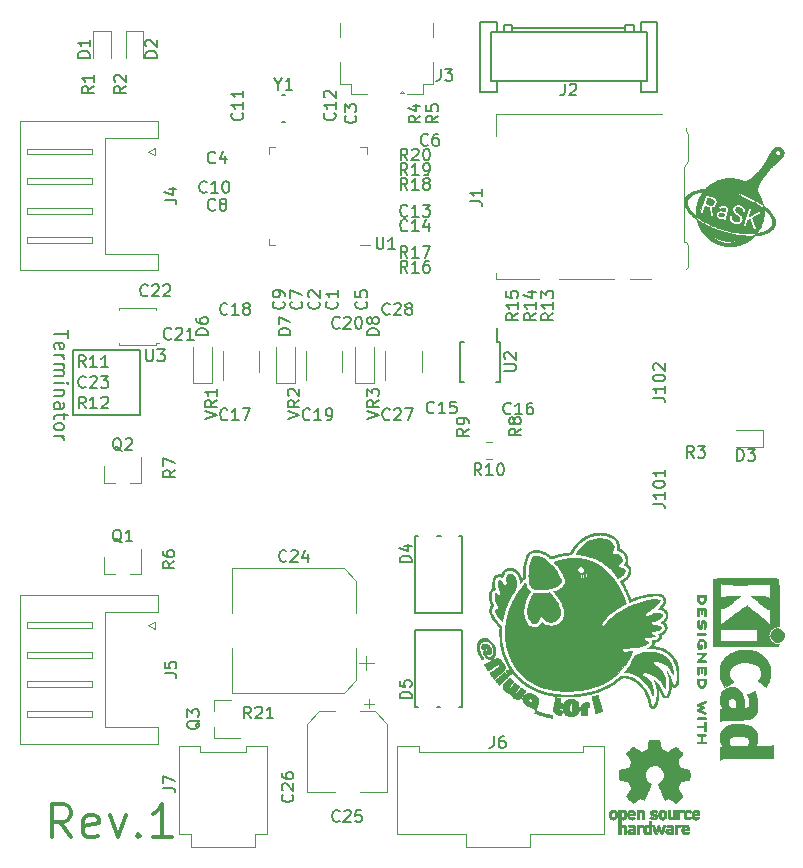
<source format=gto>
G04 #@! TF.GenerationSoftware,KiCad,Pcbnew,(5.0.2)-1*
G04 #@! TF.CreationDate,2019-10-10T06:56:03+09:00*
G04 #@! TF.ProjectId,PM_Board,504d5f42-6f61-4726-942e-6b696361645f,rev?*
G04 #@! TF.SameCoordinates,Original*
G04 #@! TF.FileFunction,Legend,Top*
G04 #@! TF.FilePolarity,Positive*
%FSLAX46Y46*%
G04 Gerber Fmt 4.6, Leading zero omitted, Abs format (unit mm)*
G04 Created by KiCad (PCBNEW (5.0.2)-1) date 2019/10/10 6:56:03*
%MOMM*%
%LPD*%
G01*
G04 APERTURE LIST*
%ADD10C,0.150000*%
%ADD11C,0.200000*%
%ADD12C,0.300000*%
%ADD13C,0.120000*%
%ADD14C,0.010000*%
G04 APERTURE END LIST*
D10*
X126407142Y-101342857D02*
X126407142Y-102028571D01*
X125207142Y-101685714D02*
X126407142Y-101685714D01*
X125264285Y-102885714D02*
X125207142Y-102771428D01*
X125207142Y-102542857D01*
X125264285Y-102428571D01*
X125378571Y-102371428D01*
X125835714Y-102371428D01*
X125950000Y-102428571D01*
X126007142Y-102542857D01*
X126007142Y-102771428D01*
X125950000Y-102885714D01*
X125835714Y-102942857D01*
X125721428Y-102942857D01*
X125607142Y-102371428D01*
X125207142Y-103457142D02*
X126007142Y-103457142D01*
X125778571Y-103457142D02*
X125892857Y-103514285D01*
X125950000Y-103571428D01*
X126007142Y-103685714D01*
X126007142Y-103800000D01*
X125207142Y-104200000D02*
X126007142Y-104200000D01*
X125892857Y-104200000D02*
X125950000Y-104257142D01*
X126007142Y-104371428D01*
X126007142Y-104542857D01*
X125950000Y-104657142D01*
X125835714Y-104714285D01*
X125207142Y-104714285D01*
X125835714Y-104714285D02*
X125950000Y-104771428D01*
X126007142Y-104885714D01*
X126007142Y-105057142D01*
X125950000Y-105171428D01*
X125835714Y-105228571D01*
X125207142Y-105228571D01*
X125207142Y-105800000D02*
X126007142Y-105800000D01*
X126407142Y-105800000D02*
X126350000Y-105742857D01*
X126292857Y-105800000D01*
X126350000Y-105857142D01*
X126407142Y-105800000D01*
X126292857Y-105800000D01*
X126007142Y-106371428D02*
X125207142Y-106371428D01*
X125892857Y-106371428D02*
X125950000Y-106428571D01*
X126007142Y-106542857D01*
X126007142Y-106714285D01*
X125950000Y-106828571D01*
X125835714Y-106885714D01*
X125207142Y-106885714D01*
X125207142Y-107971428D02*
X125835714Y-107971428D01*
X125950000Y-107914285D01*
X126007142Y-107800000D01*
X126007142Y-107571428D01*
X125950000Y-107457142D01*
X125264285Y-107971428D02*
X125207142Y-107857142D01*
X125207142Y-107571428D01*
X125264285Y-107457142D01*
X125378571Y-107400000D01*
X125492857Y-107400000D01*
X125607142Y-107457142D01*
X125664285Y-107571428D01*
X125664285Y-107857142D01*
X125721428Y-107971428D01*
X126007142Y-108371428D02*
X126007142Y-108828571D01*
X126407142Y-108542857D02*
X125378571Y-108542857D01*
X125264285Y-108600000D01*
X125207142Y-108714285D01*
X125207142Y-108828571D01*
X125207142Y-109400000D02*
X125264285Y-109285714D01*
X125321428Y-109228571D01*
X125435714Y-109171428D01*
X125778571Y-109171428D01*
X125892857Y-109228571D01*
X125950000Y-109285714D01*
X126007142Y-109400000D01*
X126007142Y-109571428D01*
X125950000Y-109685714D01*
X125892857Y-109742857D01*
X125778571Y-109800000D01*
X125435714Y-109800000D01*
X125321428Y-109742857D01*
X125264285Y-109685714D01*
X125207142Y-109571428D01*
X125207142Y-109400000D01*
X125207142Y-110314285D02*
X126007142Y-110314285D01*
X125778571Y-110314285D02*
X125892857Y-110371428D01*
X125950000Y-110428571D01*
X126007142Y-110542857D01*
X126007142Y-110657142D01*
D11*
X132500000Y-108500000D02*
X132500000Y-103000000D01*
X126750000Y-108500000D02*
X132500000Y-108500000D01*
X126750000Y-103000000D02*
X126750000Y-108500000D01*
X132500000Y-103000000D02*
X126750000Y-103000000D01*
D12*
X126600000Y-144266666D02*
X125666666Y-142933333D01*
X125000000Y-144266666D02*
X125000000Y-141466666D01*
X126066666Y-141466666D01*
X126333333Y-141600000D01*
X126466666Y-141733333D01*
X126600000Y-142000000D01*
X126600000Y-142400000D01*
X126466666Y-142666666D01*
X126333333Y-142800000D01*
X126066666Y-142933333D01*
X125000000Y-142933333D01*
X128866666Y-144133333D02*
X128600000Y-144266666D01*
X128066666Y-144266666D01*
X127800000Y-144133333D01*
X127666666Y-143866666D01*
X127666666Y-142800000D01*
X127800000Y-142533333D01*
X128066666Y-142400000D01*
X128600000Y-142400000D01*
X128866666Y-142533333D01*
X129000000Y-142800000D01*
X129000000Y-143066666D01*
X127666666Y-143333333D01*
X129933333Y-142400000D02*
X130600000Y-144266666D01*
X131266666Y-142400000D01*
X132333333Y-144000000D02*
X132466666Y-144133333D01*
X132333333Y-144266666D01*
X132200000Y-144133333D01*
X132333333Y-144000000D01*
X132333333Y-144266666D01*
X135133333Y-144266666D02*
X133533333Y-144266666D01*
X134333333Y-144266666D02*
X134333333Y-141466666D01*
X134066666Y-141866666D01*
X133800000Y-142133333D01*
X133533333Y-142266666D01*
D13*
G04 #@! TO.C,C25*
X146590000Y-140410000D02*
X148940000Y-140410000D01*
X153410000Y-140410000D02*
X151060000Y-140410000D01*
X153410000Y-134654437D02*
X153410000Y-140410000D01*
X146590000Y-134654437D02*
X146590000Y-140410000D01*
X147654437Y-133590000D02*
X148940000Y-133590000D01*
X152345563Y-133590000D02*
X151060000Y-133590000D01*
X152345563Y-133590000D02*
X153410000Y-134654437D01*
X147654437Y-133590000D02*
X146590000Y-134654437D01*
X151847500Y-132562500D02*
X151847500Y-133350000D01*
X152241250Y-132956250D02*
X151453750Y-132956250D01*
G04 #@! TO.C,J4*
X122290000Y-89950000D02*
X122290000Y-83640000D01*
X122290000Y-83640000D02*
X134010000Y-83640000D01*
X134010000Y-83640000D02*
X134010000Y-85060000D01*
X134010000Y-85060000D02*
X129510000Y-85060000D01*
X129510000Y-85060000D02*
X129510000Y-89950000D01*
X122290000Y-89950000D02*
X122290000Y-96260000D01*
X122290000Y-96260000D02*
X134010000Y-96260000D01*
X134010000Y-96260000D02*
X134010000Y-94840000D01*
X134010000Y-94840000D02*
X129510000Y-94840000D01*
X129510000Y-94840000D02*
X129510000Y-89950000D01*
X128400000Y-85950000D02*
X122900000Y-85950000D01*
X122900000Y-85950000D02*
X122900000Y-86450000D01*
X122900000Y-86450000D02*
X128400000Y-86450000D01*
X128400000Y-86450000D02*
X128400000Y-85950000D01*
X128400000Y-88450000D02*
X122900000Y-88450000D01*
X122900000Y-88450000D02*
X122900000Y-88950000D01*
X122900000Y-88950000D02*
X128400000Y-88950000D01*
X128400000Y-88950000D02*
X128400000Y-88450000D01*
X128400000Y-90950000D02*
X122900000Y-90950000D01*
X122900000Y-90950000D02*
X122900000Y-91450000D01*
X122900000Y-91450000D02*
X128400000Y-91450000D01*
X128400000Y-91450000D02*
X128400000Y-90950000D01*
X128400000Y-93450000D02*
X122900000Y-93450000D01*
X122900000Y-93450000D02*
X122900000Y-93950000D01*
X122900000Y-93950000D02*
X128400000Y-93950000D01*
X128400000Y-93950000D02*
X128400000Y-93450000D01*
X133100000Y-86200000D02*
X133700000Y-85900000D01*
X133700000Y-85900000D02*
X133700000Y-86500000D01*
X133700000Y-86500000D02*
X133100000Y-86200000D01*
G04 #@! TO.C,C24*
X140240000Y-121490000D02*
X140240000Y-125240000D01*
X140240000Y-132010000D02*
X140240000Y-128260000D01*
X149695563Y-132010000D02*
X140240000Y-132010000D01*
X149695563Y-121490000D02*
X140240000Y-121490000D01*
X150760000Y-122554437D02*
X150760000Y-125240000D01*
X150760000Y-130945563D02*
X150760000Y-128260000D01*
X150760000Y-130945563D02*
X149695563Y-132010000D01*
X150760000Y-122554437D02*
X149695563Y-121490000D01*
X152250000Y-129510000D02*
X151000000Y-129510000D01*
X151625000Y-130135000D02*
X151625000Y-128885000D01*
G04 #@! TO.C,D1*
X128515000Y-76015000D02*
X128515000Y-78300000D01*
X129985000Y-76015000D02*
X128515000Y-76015000D01*
X129985000Y-78300000D02*
X129985000Y-76015000D01*
G04 #@! TO.C,D2*
X132735000Y-78300000D02*
X132735000Y-76015000D01*
X132735000Y-76015000D02*
X131265000Y-76015000D01*
X131265000Y-76015000D02*
X131265000Y-78300000D01*
G04 #@! TO.C,D3*
X182950000Y-111235000D02*
X185235000Y-111235000D01*
X185235000Y-111235000D02*
X185235000Y-109765000D01*
X185235000Y-109765000D02*
X182950000Y-109765000D01*
D10*
G04 #@! TO.C,D4*
X157910000Y-118760000D02*
X157610000Y-118760000D01*
X155750000Y-125260000D02*
X159750000Y-125260000D01*
X156030000Y-118760000D02*
X155750000Y-118760000D01*
X155750000Y-118760000D02*
X155750000Y-125260000D01*
X159750000Y-125260000D02*
X159750000Y-118760000D01*
X159750000Y-118760000D02*
X159460000Y-118760000D01*
G04 #@! TO.C,D5*
X155750000Y-133220000D02*
X156040000Y-133220000D01*
X155750000Y-126720000D02*
X155750000Y-133220000D01*
X159750000Y-133220000D02*
X159750000Y-126720000D01*
X159470000Y-133220000D02*
X159750000Y-133220000D01*
X159750000Y-126720000D02*
X155750000Y-126720000D01*
X157590000Y-133220000D02*
X157890000Y-133220000D01*
D13*
G04 #@! TO.C,D6*
X136950000Y-105800000D02*
X136950000Y-102750000D01*
X138550000Y-105800000D02*
X136950000Y-105800000D01*
X138550000Y-102750000D02*
X138550000Y-105800000D01*
G04 #@! TO.C,D7*
X145550000Y-102750000D02*
X145550000Y-105800000D01*
X145550000Y-105800000D02*
X143950000Y-105800000D01*
X143950000Y-105800000D02*
X143950000Y-102750000D01*
G04 #@! TO.C,D8*
X152300000Y-102750000D02*
X152300000Y-105800000D01*
X152300000Y-105800000D02*
X150700000Y-105800000D01*
X150700000Y-105800000D02*
X150700000Y-102750000D01*
G04 #@! TO.C,J1*
X178885000Y-86995000D02*
X178535000Y-87505000D01*
X178685000Y-84485000D02*
X178685000Y-84225000D01*
X178885000Y-84685000D02*
X178685000Y-84485000D01*
X178885000Y-94085000D02*
X178685000Y-93875000D01*
X178535000Y-93875000D02*
X178685000Y-93875000D01*
X178535000Y-93875000D02*
X178535000Y-87505000D01*
X173925000Y-96975000D02*
X175725000Y-96975000D01*
X167925000Y-96975000D02*
X172625000Y-96975000D01*
X178885000Y-95945000D02*
X178685000Y-96145000D01*
X178885000Y-95945000D02*
X178885000Y-94085000D01*
X178885000Y-84685000D02*
X178885000Y-86995000D01*
X162615000Y-96975000D02*
X166225000Y-96975000D01*
X162615000Y-96525000D02*
X162615000Y-96975000D01*
X162615000Y-83005000D02*
X176625000Y-83005000D01*
X162615000Y-84925000D02*
X162615000Y-83005000D01*
D10*
G04 #@! TO.C,J2*
X161250000Y-81200000D02*
X161250000Y-75200000D01*
X176250000Y-81200000D02*
X175750000Y-81200000D01*
X176250000Y-75200000D02*
X176250000Y-81200000D01*
X175750000Y-75200000D02*
X176250000Y-75200000D01*
X162150000Y-78500000D02*
X162150000Y-76100000D01*
X162150000Y-78500000D02*
X162150000Y-80200000D01*
X175350000Y-78500000D02*
X175350000Y-76100000D01*
X175350000Y-78500000D02*
X175350000Y-80200000D01*
X172850000Y-80200000D02*
X162150000Y-80200000D01*
X162150000Y-76100000D02*
X172850000Y-76100000D01*
X174850000Y-75200000D02*
X174850000Y-76100000D01*
X174850000Y-80200000D02*
X174850000Y-81200000D01*
X175750000Y-81200000D02*
X174850000Y-81200000D01*
X162650000Y-76100000D02*
X162650000Y-75200000D01*
X162650000Y-81200000D02*
X161250000Y-81200000D01*
X162650000Y-80200000D02*
X162650000Y-81200000D01*
X162650000Y-75200000D02*
X161250000Y-75200000D01*
X175750000Y-75200000D02*
X174850000Y-75200000D01*
X163950000Y-75500000D02*
X163950000Y-76100000D01*
X163250000Y-75500000D02*
X163950000Y-75500000D01*
X163250000Y-76100000D02*
X163250000Y-75500000D01*
X173550000Y-75500000D02*
X173550000Y-76100000D01*
X174250000Y-75500000D02*
X173550000Y-75500000D01*
X174250000Y-76100000D02*
X174250000Y-75500000D01*
X171050000Y-75700000D02*
X163950000Y-75700000D01*
X175350000Y-76100000D02*
X172850000Y-76100000D01*
X171050000Y-75700000D02*
X173550000Y-75700000D01*
X175350000Y-80200000D02*
X172850000Y-80200000D01*
D13*
G04 #@! TO.C,J3*
X157300000Y-78650000D02*
X157300000Y-80450000D01*
X157300000Y-80450000D02*
X156450000Y-80450000D01*
X149400000Y-78650000D02*
X149400000Y-80400000D01*
X149400000Y-80400000D02*
X149400000Y-80450000D01*
X149400000Y-80450000D02*
X150300000Y-80450000D01*
X157300000Y-76500000D02*
X157300000Y-75300000D01*
X154650000Y-81050000D02*
X154850000Y-81250000D01*
X154850000Y-81250000D02*
X154450000Y-81250000D01*
X154450000Y-81250000D02*
X154650000Y-81050000D01*
X149400000Y-76500000D02*
X149400000Y-75300000D01*
X156450000Y-80450000D02*
X156450000Y-81300000D01*
X156450000Y-81300000D02*
X155050000Y-81300000D01*
X150300000Y-80450000D02*
X150300000Y-81300000D01*
X150300000Y-81300000D02*
X151650000Y-81300000D01*
G04 #@! TO.C,J5*
X133700000Y-126600000D02*
X133100000Y-126300000D01*
X133700000Y-126000000D02*
X133700000Y-126600000D01*
X133100000Y-126300000D02*
X133700000Y-126000000D01*
X128400000Y-134050000D02*
X128400000Y-133550000D01*
X122900000Y-134050000D02*
X128400000Y-134050000D01*
X122900000Y-133550000D02*
X122900000Y-134050000D01*
X128400000Y-133550000D02*
X122900000Y-133550000D01*
X128400000Y-131550000D02*
X128400000Y-131050000D01*
X122900000Y-131550000D02*
X128400000Y-131550000D01*
X122900000Y-131050000D02*
X122900000Y-131550000D01*
X128400000Y-131050000D02*
X122900000Y-131050000D01*
X128400000Y-129050000D02*
X128400000Y-128550000D01*
X122900000Y-129050000D02*
X128400000Y-129050000D01*
X122900000Y-128550000D02*
X122900000Y-129050000D01*
X128400000Y-128550000D02*
X122900000Y-128550000D01*
X128400000Y-126550000D02*
X128400000Y-126050000D01*
X122900000Y-126550000D02*
X128400000Y-126550000D01*
X122900000Y-126050000D02*
X122900000Y-126550000D01*
X128400000Y-126050000D02*
X122900000Y-126050000D01*
X129510000Y-134940000D02*
X129510000Y-130050000D01*
X134010000Y-134940000D02*
X129510000Y-134940000D01*
X134010000Y-136360000D02*
X134010000Y-134940000D01*
X122290000Y-136360000D02*
X134010000Y-136360000D01*
X122290000Y-130050000D02*
X122290000Y-136360000D01*
X129510000Y-125160000D02*
X129510000Y-130050000D01*
X134010000Y-125160000D02*
X129510000Y-125160000D01*
X134010000Y-123740000D02*
X134010000Y-125160000D01*
X122290000Y-123740000D02*
X134010000Y-123740000D01*
X122290000Y-130050000D02*
X122290000Y-123740000D01*
G04 #@! TO.C,J6*
X154250000Y-136550000D02*
X154250000Y-137050000D01*
X156050000Y-136550000D02*
X154250000Y-136550000D01*
X169950000Y-136550000D02*
X169950000Y-137050000D01*
X171750000Y-144000000D02*
X171750000Y-136550000D01*
X154250000Y-136550000D02*
X156050000Y-136550000D01*
X169950000Y-136550000D02*
X169950000Y-137050000D01*
X171750000Y-136550000D02*
X169950000Y-136550000D01*
X156050000Y-137050000D02*
X156050000Y-136550000D01*
X156050000Y-136550000D02*
X156050000Y-137050000D01*
X171750000Y-136550000D02*
X169950000Y-136550000D01*
X154250000Y-144000000D02*
X154250000Y-137050000D01*
X156050000Y-137050000D02*
X169950000Y-137050000D01*
X162750000Y-145050000D02*
X165450000Y-145050000D01*
X165450000Y-145050000D02*
X165450000Y-144000000D01*
X162750000Y-145050000D02*
X160050000Y-145050000D01*
X160050000Y-145050000D02*
X160050000Y-144000000D01*
X166950000Y-144000000D02*
X171750000Y-144000000D01*
X160050000Y-144000000D02*
X154250000Y-144000000D01*
X167000000Y-144000000D02*
X165450000Y-144000000D01*
G04 #@! TO.C,J7*
X143250000Y-136550000D02*
X141450000Y-136550000D01*
X141450000Y-136550000D02*
X141450000Y-137050000D01*
X135750000Y-136550000D02*
X137550000Y-136550000D01*
X137550000Y-136550000D02*
X137550000Y-137050000D01*
X142200000Y-145050000D02*
X142200000Y-144000000D01*
X143250000Y-136550000D02*
X141450000Y-136550000D01*
X141450000Y-136550000D02*
X141450000Y-137050000D01*
X141450000Y-137050000D02*
X137550000Y-137050000D01*
X137550000Y-137050000D02*
X137550000Y-136550000D01*
X137550000Y-136550000D02*
X135750000Y-136550000D01*
X143250000Y-144000000D02*
X142200000Y-144000000D01*
X136800000Y-144000000D02*
X136800000Y-145050000D01*
X136800000Y-145050000D02*
X142200000Y-145050000D01*
X143250000Y-144000000D02*
X143250000Y-136550000D01*
X135750000Y-136550000D02*
X135750000Y-144000000D01*
X136800000Y-144000000D02*
X135750000Y-144000000D01*
G04 #@! TO.C,Q1*
X129420000Y-122010000D02*
X130350000Y-122010000D01*
X132580000Y-122010000D02*
X131650000Y-122010000D01*
X132580000Y-122010000D02*
X132580000Y-119850000D01*
X129420000Y-122010000D02*
X129420000Y-120550000D01*
G04 #@! TO.C,Q2*
X129420000Y-114260000D02*
X130350000Y-114260000D01*
X132580000Y-114260000D02*
X131650000Y-114260000D01*
X132580000Y-114260000D02*
X132580000Y-112100000D01*
X129420000Y-114260000D02*
X129420000Y-112800000D01*
G04 #@! TO.C,Q3*
X138740000Y-132670000D02*
X140200000Y-132670000D01*
X138740000Y-135830000D02*
X140900000Y-135830000D01*
X138740000Y-135830000D02*
X138740000Y-134900000D01*
X138740000Y-132670000D02*
X138740000Y-133600000D01*
G04 #@! TO.C,R10*
X162258578Y-112210000D02*
X161741422Y-112210000D01*
X162258578Y-110790000D02*
X161741422Y-110790000D01*
G04 #@! TO.C,U1*
X143900000Y-94150000D02*
X143350000Y-94150000D01*
X143350000Y-94150000D02*
X143350000Y-93600000D01*
X143900000Y-85850000D02*
X143350000Y-85850000D01*
X143350000Y-85850000D02*
X143350000Y-86400000D01*
X151100000Y-85850000D02*
X151650000Y-85850000D01*
X151650000Y-85850000D02*
X151650000Y-86400000D01*
X151100000Y-94150000D02*
X151900000Y-94150000D01*
D10*
G04 #@! TO.C,U2*
X162925000Y-102325000D02*
X162700000Y-102325000D01*
X162925000Y-105675000D02*
X162625000Y-105675000D01*
X159575000Y-105675000D02*
X159875000Y-105675000D01*
X159575000Y-102325000D02*
X159875000Y-102325000D01*
X162925000Y-102325000D02*
X162925000Y-105675000D01*
X159575000Y-102325000D02*
X159575000Y-105675000D01*
X162700000Y-102325000D02*
X162700000Y-101100000D01*
D13*
G04 #@! TO.C,U3*
X133810000Y-102410000D02*
X134070000Y-102410000D01*
X130690000Y-99440000D02*
X130690000Y-99590000D01*
X133810000Y-99440000D02*
X130690000Y-99440000D01*
X133810000Y-102560000D02*
X130690000Y-102560000D01*
X133810000Y-99440000D02*
X133810000Y-99590000D01*
X133810000Y-102560000D02*
X133810000Y-102410000D01*
X130690000Y-102560000D02*
X130690000Y-102410000D01*
G04 #@! TO.C,VR1*
X142560000Y-104880000D02*
X142560000Y-103120000D01*
X139490000Y-103120000D02*
X139490000Y-105550000D01*
G04 #@! TO.C,VR2*
X146490000Y-103120000D02*
X146490000Y-105550000D01*
X149560000Y-104880000D02*
X149560000Y-103120000D01*
G04 #@! TO.C,VR3*
X156310000Y-104880000D02*
X156310000Y-103120000D01*
X153240000Y-103120000D02*
X153240000Y-105550000D01*
D10*
G04 #@! TO.C,Y1*
X144525000Y-83700000D02*
X144775000Y-83700000D01*
X144525000Y-81400000D02*
X144775000Y-81400000D01*
D14*
G04 #@! TO.C,G\002A\002A\002A*
G36*
X171435476Y-118953049D02*
X171493011Y-118956377D01*
X171554841Y-118961354D01*
X171616356Y-118967535D01*
X171672943Y-118974475D01*
X171719992Y-118981729D01*
X171741810Y-118986066D01*
X171790401Y-118997184D01*
X171827638Y-119006101D01*
X171858716Y-119014198D01*
X171888830Y-119022854D01*
X171923178Y-119033448D01*
X171938400Y-119038262D01*
X172051343Y-119080024D01*
X172156118Y-119130547D01*
X172251480Y-119188764D01*
X172336188Y-119253606D01*
X172408997Y-119324003D01*
X172468664Y-119398887D01*
X172513947Y-119477190D01*
X172543603Y-119557841D01*
X172543859Y-119558821D01*
X172554017Y-119620138D01*
X172555830Y-119688915D01*
X172549431Y-119757955D01*
X172539296Y-119805671D01*
X172521316Y-119861235D01*
X172498174Y-119914197D01*
X172467311Y-119969884D01*
X172439215Y-120014140D01*
X172419174Y-120045888D01*
X172407073Y-120070267D01*
X172400657Y-120093425D01*
X172397669Y-120121511D01*
X172397274Y-120128440D01*
X172396537Y-120160670D01*
X172399624Y-120183460D01*
X172408295Y-120204174D01*
X172419955Y-120223455D01*
X172450766Y-120260693D01*
X172488058Y-120285246D01*
X172533292Y-120297456D01*
X172587930Y-120297664D01*
X172653434Y-120286211D01*
X172670245Y-120281950D01*
X172744783Y-120267734D01*
X172813736Y-120267253D01*
X172880968Y-120281001D01*
X172950341Y-120309474D01*
X172971334Y-120320512D01*
X173046286Y-120370775D01*
X173113611Y-120434011D01*
X173170113Y-120506854D01*
X173202920Y-120564634D01*
X173229567Y-120627861D01*
X173244782Y-120686246D01*
X173249907Y-120746067D01*
X173248995Y-120780409D01*
X173236785Y-120850802D01*
X173208937Y-120915296D01*
X173165926Y-120973193D01*
X173108229Y-121023795D01*
X173063410Y-121052259D01*
X173008638Y-121086787D01*
X172969321Y-121121176D01*
X172944113Y-121157392D01*
X172931667Y-121197403D01*
X172930637Y-121243176D01*
X172930884Y-121245895D01*
X172943032Y-121290760D01*
X172968534Y-121333414D01*
X173003871Y-121370180D01*
X173045529Y-121397380D01*
X173088967Y-121411193D01*
X173195689Y-121430565D01*
X173286534Y-121455391D01*
X173361683Y-121485748D01*
X173421318Y-121521713D01*
X173465618Y-121563363D01*
X173475100Y-121575773D01*
X173488722Y-121596951D01*
X173496277Y-121616025D01*
X173499390Y-121639376D01*
X173499699Y-121672391D01*
X173493072Y-121737245D01*
X173481193Y-121778191D01*
X173442048Y-121858317D01*
X173388827Y-121937789D01*
X173324160Y-122014230D01*
X173250678Y-122085265D01*
X173171010Y-122148516D01*
X173087787Y-122201608D01*
X173003639Y-122242163D01*
X172946104Y-122261680D01*
X172915955Y-122269922D01*
X172893023Y-122276067D01*
X172881395Y-122279021D01*
X172880754Y-122279134D01*
X172875148Y-122272865D01*
X172862455Y-122256469D01*
X172846296Y-122234684D01*
X172825288Y-122205612D01*
X172804948Y-122177001D01*
X172793513Y-122160600D01*
X172786288Y-122150137D01*
X172779284Y-122140291D01*
X172771010Y-122129155D01*
X172759976Y-122114822D01*
X172744691Y-122095385D01*
X172723666Y-122068934D01*
X172695410Y-122033564D01*
X172658433Y-121987367D01*
X172647565Y-121973795D01*
X172477704Y-121771189D01*
X172304373Y-121583725D01*
X172125673Y-121409684D01*
X171939704Y-121247348D01*
X171744569Y-121094997D01*
X171538369Y-120950915D01*
X171464267Y-120902780D01*
X171359803Y-120839747D01*
X171242758Y-120775404D01*
X171117180Y-120711640D01*
X170987117Y-120650343D01*
X170856615Y-120593402D01*
X170729723Y-120542703D01*
X170610489Y-120500135D01*
X170579500Y-120490081D01*
X170428688Y-120444703D01*
X170286890Y-120407158D01*
X170148858Y-120376147D01*
X170024934Y-120352993D01*
X169983260Y-120345882D01*
X169941741Y-120338757D01*
X169907365Y-120332818D01*
X169897934Y-120331175D01*
X169855912Y-120324865D01*
X169800990Y-120318153D01*
X169737180Y-120311417D01*
X169668497Y-120305037D01*
X169598954Y-120299388D01*
X169532565Y-120294850D01*
X169485184Y-120292308D01*
X169429829Y-120289132D01*
X169391359Y-120285394D01*
X169369734Y-120281088D01*
X169364534Y-120277297D01*
X169368738Y-120266917D01*
X169380191Y-120245157D01*
X169397153Y-120214988D01*
X169417883Y-120179379D01*
X169440643Y-120141301D01*
X169463692Y-120103724D01*
X169485290Y-120069619D01*
X169493782Y-120056634D01*
X169604825Y-119901250D01*
X169726828Y-119753208D01*
X169857800Y-119614510D01*
X169995751Y-119487156D01*
X170138691Y-119373149D01*
X170249300Y-119296751D01*
X170404645Y-119205712D01*
X170567516Y-119127601D01*
X170735907Y-119063028D01*
X170907815Y-119012599D01*
X171081234Y-118976923D01*
X171254160Y-118956608D01*
X171386847Y-118951815D01*
X171435476Y-118953049D01*
X171435476Y-118953049D01*
G37*
X171435476Y-118953049D02*
X171493011Y-118956377D01*
X171554841Y-118961354D01*
X171616356Y-118967535D01*
X171672943Y-118974475D01*
X171719992Y-118981729D01*
X171741810Y-118986066D01*
X171790401Y-118997184D01*
X171827638Y-119006101D01*
X171858716Y-119014198D01*
X171888830Y-119022854D01*
X171923178Y-119033448D01*
X171938400Y-119038262D01*
X172051343Y-119080024D01*
X172156118Y-119130547D01*
X172251480Y-119188764D01*
X172336188Y-119253606D01*
X172408997Y-119324003D01*
X172468664Y-119398887D01*
X172513947Y-119477190D01*
X172543603Y-119557841D01*
X172543859Y-119558821D01*
X172554017Y-119620138D01*
X172555830Y-119688915D01*
X172549431Y-119757955D01*
X172539296Y-119805671D01*
X172521316Y-119861235D01*
X172498174Y-119914197D01*
X172467311Y-119969884D01*
X172439215Y-120014140D01*
X172419174Y-120045888D01*
X172407073Y-120070267D01*
X172400657Y-120093425D01*
X172397669Y-120121511D01*
X172397274Y-120128440D01*
X172396537Y-120160670D01*
X172399624Y-120183460D01*
X172408295Y-120204174D01*
X172419955Y-120223455D01*
X172450766Y-120260693D01*
X172488058Y-120285246D01*
X172533292Y-120297456D01*
X172587930Y-120297664D01*
X172653434Y-120286211D01*
X172670245Y-120281950D01*
X172744783Y-120267734D01*
X172813736Y-120267253D01*
X172880968Y-120281001D01*
X172950341Y-120309474D01*
X172971334Y-120320512D01*
X173046286Y-120370775D01*
X173113611Y-120434011D01*
X173170113Y-120506854D01*
X173202920Y-120564634D01*
X173229567Y-120627861D01*
X173244782Y-120686246D01*
X173249907Y-120746067D01*
X173248995Y-120780409D01*
X173236785Y-120850802D01*
X173208937Y-120915296D01*
X173165926Y-120973193D01*
X173108229Y-121023795D01*
X173063410Y-121052259D01*
X173008638Y-121086787D01*
X172969321Y-121121176D01*
X172944113Y-121157392D01*
X172931667Y-121197403D01*
X172930637Y-121243176D01*
X172930884Y-121245895D01*
X172943032Y-121290760D01*
X172968534Y-121333414D01*
X173003871Y-121370180D01*
X173045529Y-121397380D01*
X173088967Y-121411193D01*
X173195689Y-121430565D01*
X173286534Y-121455391D01*
X173361683Y-121485748D01*
X173421318Y-121521713D01*
X173465618Y-121563363D01*
X173475100Y-121575773D01*
X173488722Y-121596951D01*
X173496277Y-121616025D01*
X173499390Y-121639376D01*
X173499699Y-121672391D01*
X173493072Y-121737245D01*
X173481193Y-121778191D01*
X173442048Y-121858317D01*
X173388827Y-121937789D01*
X173324160Y-122014230D01*
X173250678Y-122085265D01*
X173171010Y-122148516D01*
X173087787Y-122201608D01*
X173003639Y-122242163D01*
X172946104Y-122261680D01*
X172915955Y-122269922D01*
X172893023Y-122276067D01*
X172881395Y-122279021D01*
X172880754Y-122279134D01*
X172875148Y-122272865D01*
X172862455Y-122256469D01*
X172846296Y-122234684D01*
X172825288Y-122205612D01*
X172804948Y-122177001D01*
X172793513Y-122160600D01*
X172786288Y-122150137D01*
X172779284Y-122140291D01*
X172771010Y-122129155D01*
X172759976Y-122114822D01*
X172744691Y-122095385D01*
X172723666Y-122068934D01*
X172695410Y-122033564D01*
X172658433Y-121987367D01*
X172647565Y-121973795D01*
X172477704Y-121771189D01*
X172304373Y-121583725D01*
X172125673Y-121409684D01*
X171939704Y-121247348D01*
X171744569Y-121094997D01*
X171538369Y-120950915D01*
X171464267Y-120902780D01*
X171359803Y-120839747D01*
X171242758Y-120775404D01*
X171117180Y-120711640D01*
X170987117Y-120650343D01*
X170856615Y-120593402D01*
X170729723Y-120542703D01*
X170610489Y-120500135D01*
X170579500Y-120490081D01*
X170428688Y-120444703D01*
X170286890Y-120407158D01*
X170148858Y-120376147D01*
X170024934Y-120352993D01*
X169983260Y-120345882D01*
X169941741Y-120338757D01*
X169907365Y-120332818D01*
X169897934Y-120331175D01*
X169855912Y-120324865D01*
X169800990Y-120318153D01*
X169737180Y-120311417D01*
X169668497Y-120305037D01*
X169598954Y-120299388D01*
X169532565Y-120294850D01*
X169485184Y-120292308D01*
X169429829Y-120289132D01*
X169391359Y-120285394D01*
X169369734Y-120281088D01*
X169364534Y-120277297D01*
X169368738Y-120266917D01*
X169380191Y-120245157D01*
X169397153Y-120214988D01*
X169417883Y-120179379D01*
X169440643Y-120141301D01*
X169463692Y-120103724D01*
X169485290Y-120069619D01*
X169493782Y-120056634D01*
X169604825Y-119901250D01*
X169726828Y-119753208D01*
X169857800Y-119614510D01*
X169995751Y-119487156D01*
X170138691Y-119373149D01*
X170249300Y-119296751D01*
X170404645Y-119205712D01*
X170567516Y-119127601D01*
X170735907Y-119063028D01*
X170907815Y-119012599D01*
X171081234Y-118976923D01*
X171254160Y-118956608D01*
X171386847Y-118951815D01*
X171435476Y-118953049D01*
G36*
X166110916Y-120424513D02*
X166226301Y-120447844D01*
X166345392Y-120486837D01*
X166468395Y-120541589D01*
X166595512Y-120612200D01*
X166726949Y-120698768D01*
X166862910Y-120801392D01*
X166955767Y-120878435D01*
X167106738Y-121015677D01*
X167254929Y-121165316D01*
X167398411Y-121324889D01*
X167535257Y-121491930D01*
X167663536Y-121663976D01*
X167781321Y-121838561D01*
X167886682Y-122013223D01*
X167975866Y-122181767D01*
X168019631Y-122274584D01*
X168053916Y-122355481D01*
X168079344Y-122426131D01*
X168096535Y-122488203D01*
X168103656Y-122525189D01*
X168108012Y-122557247D01*
X168108272Y-122580139D01*
X168103446Y-122601343D01*
X168092541Y-122628340D01*
X168088888Y-122636557D01*
X168068645Y-122673688D01*
X168039547Y-122716734D01*
X168005523Y-122760504D01*
X167970503Y-122799811D01*
X167950715Y-122819033D01*
X167913811Y-122848866D01*
X167865194Y-122883137D01*
X167808699Y-122919572D01*
X167748159Y-122955900D01*
X167687410Y-122989847D01*
X167630286Y-123019142D01*
X167580620Y-123041512D01*
X167565367Y-123047410D01*
X167476255Y-123079335D01*
X167398963Y-123105688D01*
X167329751Y-123127570D01*
X167264874Y-123146081D01*
X167200592Y-123162320D01*
X167133160Y-123177389D01*
X167099700Y-123184302D01*
X167025293Y-123197963D01*
X166939560Y-123211398D01*
X166848103Y-123223853D01*
X166756522Y-123234575D01*
X166670417Y-123242813D01*
X166655624Y-123243997D01*
X166611572Y-123246642D01*
X166557299Y-123248727D01*
X166496506Y-123250225D01*
X166432893Y-123251111D01*
X166370162Y-123251356D01*
X166312012Y-123250934D01*
X166262144Y-123249818D01*
X166224258Y-123247981D01*
X166214934Y-123247204D01*
X166102572Y-123235622D01*
X166005730Y-123224194D01*
X165923001Y-123212665D01*
X165852977Y-123200780D01*
X165794248Y-123188284D01*
X165745408Y-123174921D01*
X165705048Y-123160437D01*
X165684065Y-123150978D01*
X165628592Y-123114825D01*
X165576544Y-123063175D01*
X165528807Y-122997271D01*
X165486267Y-122918358D01*
X165449809Y-122827679D01*
X165446117Y-122816767D01*
X165433822Y-122779058D01*
X165424090Y-122746996D01*
X165415446Y-122715119D01*
X165406415Y-122677962D01*
X165395521Y-122630061D01*
X165394673Y-122626267D01*
X165380868Y-122551956D01*
X165370210Y-122466246D01*
X165362611Y-122367888D01*
X165357980Y-122255638D01*
X165356226Y-122128249D01*
X165356230Y-122092867D01*
X165357816Y-121962715D01*
X165362120Y-121841989D01*
X165369545Y-121725888D01*
X165380496Y-121609609D01*
X165395378Y-121488351D01*
X165414595Y-121357310D01*
X165422184Y-121309701D01*
X165439363Y-121213423D01*
X165459782Y-121115256D01*
X165482803Y-121017329D01*
X165507788Y-120921767D01*
X165534097Y-120830698D01*
X165561092Y-120746249D01*
X165588135Y-120670547D01*
X165614587Y-120605719D01*
X165639809Y-120553892D01*
X165658012Y-120524153D01*
X165685722Y-120497053D01*
X165727433Y-120472456D01*
X165780291Y-120451262D01*
X165841438Y-120434372D01*
X165908020Y-120422683D01*
X165977180Y-120417097D01*
X165999034Y-120416744D01*
X166110916Y-120424513D01*
X166110916Y-120424513D01*
G37*
X166110916Y-120424513D02*
X166226301Y-120447844D01*
X166345392Y-120486837D01*
X166468395Y-120541589D01*
X166595512Y-120612200D01*
X166726949Y-120698768D01*
X166862910Y-120801392D01*
X166955767Y-120878435D01*
X167106738Y-121015677D01*
X167254929Y-121165316D01*
X167398411Y-121324889D01*
X167535257Y-121491930D01*
X167663536Y-121663976D01*
X167781321Y-121838561D01*
X167886682Y-122013223D01*
X167975866Y-122181767D01*
X168019631Y-122274584D01*
X168053916Y-122355481D01*
X168079344Y-122426131D01*
X168096535Y-122488203D01*
X168103656Y-122525189D01*
X168108012Y-122557247D01*
X168108272Y-122580139D01*
X168103446Y-122601343D01*
X168092541Y-122628340D01*
X168088888Y-122636557D01*
X168068645Y-122673688D01*
X168039547Y-122716734D01*
X168005523Y-122760504D01*
X167970503Y-122799811D01*
X167950715Y-122819033D01*
X167913811Y-122848866D01*
X167865194Y-122883137D01*
X167808699Y-122919572D01*
X167748159Y-122955900D01*
X167687410Y-122989847D01*
X167630286Y-123019142D01*
X167580620Y-123041512D01*
X167565367Y-123047410D01*
X167476255Y-123079335D01*
X167398963Y-123105688D01*
X167329751Y-123127570D01*
X167264874Y-123146081D01*
X167200592Y-123162320D01*
X167133160Y-123177389D01*
X167099700Y-123184302D01*
X167025293Y-123197963D01*
X166939560Y-123211398D01*
X166848103Y-123223853D01*
X166756522Y-123234575D01*
X166670417Y-123242813D01*
X166655624Y-123243997D01*
X166611572Y-123246642D01*
X166557299Y-123248727D01*
X166496506Y-123250225D01*
X166432893Y-123251111D01*
X166370162Y-123251356D01*
X166312012Y-123250934D01*
X166262144Y-123249818D01*
X166224258Y-123247981D01*
X166214934Y-123247204D01*
X166102572Y-123235622D01*
X166005730Y-123224194D01*
X165923001Y-123212665D01*
X165852977Y-123200780D01*
X165794248Y-123188284D01*
X165745408Y-123174921D01*
X165705048Y-123160437D01*
X165684065Y-123150978D01*
X165628592Y-123114825D01*
X165576544Y-123063175D01*
X165528807Y-122997271D01*
X165486267Y-122918358D01*
X165449809Y-122827679D01*
X165446117Y-122816767D01*
X165433822Y-122779058D01*
X165424090Y-122746996D01*
X165415446Y-122715119D01*
X165406415Y-122677962D01*
X165395521Y-122630061D01*
X165394673Y-122626267D01*
X165380868Y-122551956D01*
X165370210Y-122466246D01*
X165362611Y-122367888D01*
X165357980Y-122255638D01*
X165356226Y-122128249D01*
X165356230Y-122092867D01*
X165357816Y-121962715D01*
X165362120Y-121841989D01*
X165369545Y-121725888D01*
X165380496Y-121609609D01*
X165395378Y-121488351D01*
X165414595Y-121357310D01*
X165422184Y-121309701D01*
X165439363Y-121213423D01*
X165459782Y-121115256D01*
X165482803Y-121017329D01*
X165507788Y-120921767D01*
X165534097Y-120830698D01*
X165561092Y-120746249D01*
X165588135Y-120670547D01*
X165614587Y-120605719D01*
X165639809Y-120553892D01*
X165658012Y-120524153D01*
X165685722Y-120497053D01*
X165727433Y-120472456D01*
X165780291Y-120451262D01*
X165841438Y-120434372D01*
X165908020Y-120422683D01*
X165977180Y-120417097D01*
X165999034Y-120416744D01*
X166110916Y-120424513D01*
G36*
X163821055Y-121945084D02*
X163885418Y-121962008D01*
X163950174Y-121992156D01*
X164012542Y-122034213D01*
X164069741Y-122086867D01*
X164073379Y-122090806D01*
X164136924Y-122172059D01*
X164189389Y-122264805D01*
X164230925Y-122369459D01*
X164261681Y-122486437D01*
X164281806Y-122616152D01*
X164287904Y-122685534D01*
X164289571Y-122751376D01*
X164286964Y-122829019D01*
X164280540Y-122914001D01*
X164270753Y-123001863D01*
X164258060Y-123088146D01*
X164242916Y-123168390D01*
X164234992Y-123203119D01*
X164231965Y-123215576D01*
X164228954Y-123225883D01*
X164224576Y-123236481D01*
X164217451Y-123249813D01*
X164206197Y-123268322D01*
X164189431Y-123294451D01*
X164165773Y-123330642D01*
X164144636Y-123362867D01*
X164116394Y-123406286D01*
X164088023Y-123450506D01*
X164062479Y-123490880D01*
X164042718Y-123522767D01*
X164039569Y-123527967D01*
X164016751Y-123565670D01*
X163991709Y-123606737D01*
X163970642Y-123641011D01*
X163934337Y-123701675D01*
X163893222Y-123773692D01*
X163849506Y-123853005D01*
X163805393Y-123935554D01*
X163763091Y-124017280D01*
X163728848Y-124085839D01*
X163710301Y-124123556D01*
X163693769Y-124156839D01*
X163681045Y-124182100D01*
X163673924Y-124195747D01*
X163673900Y-124195791D01*
X163666451Y-124210793D01*
X163653566Y-124238538D01*
X163636486Y-124276209D01*
X163616452Y-124320987D01*
X163594708Y-124370055D01*
X163572493Y-124420595D01*
X163551051Y-124469789D01*
X163531622Y-124514820D01*
X163515448Y-124552870D01*
X163503772Y-124581120D01*
X163500914Y-124588335D01*
X163486873Y-124624487D01*
X163469964Y-124668013D01*
X163453452Y-124710507D01*
X163450721Y-124717534D01*
X163425876Y-124783628D01*
X163398686Y-124859694D01*
X163370379Y-124941990D01*
X163342181Y-125026773D01*
X163315317Y-125110303D01*
X163291016Y-125188838D01*
X163270502Y-125258636D01*
X163256469Y-125310200D01*
X163233442Y-125400194D01*
X163214220Y-125476473D01*
X163198184Y-125541667D01*
X163184713Y-125598406D01*
X163173190Y-125649320D01*
X163162994Y-125697040D01*
X163153507Y-125744195D01*
X163149834Y-125763167D01*
X163137261Y-125828257D01*
X163127304Y-125878488D01*
X163119536Y-125915658D01*
X163113532Y-125941565D01*
X163108867Y-125958007D01*
X163105116Y-125966785D01*
X163101854Y-125969695D01*
X163100990Y-125969707D01*
X163091632Y-125963557D01*
X163076480Y-125949616D01*
X163073800Y-125946881D01*
X163008583Y-125877037D01*
X162942336Y-125801926D01*
X162877726Y-125724821D01*
X162817419Y-125648994D01*
X162764082Y-125577716D01*
X162720381Y-125514261D01*
X162717090Y-125509167D01*
X162699248Y-125481350D01*
X162678696Y-125449262D01*
X162669401Y-125434735D01*
X162647780Y-125398043D01*
X162622950Y-125351388D01*
X162597293Y-125299712D01*
X162573189Y-125247957D01*
X162553018Y-125201067D01*
X162539510Y-125165048D01*
X162528898Y-125125622D01*
X162520538Y-125081822D01*
X162517405Y-125055954D01*
X162516055Y-125021199D01*
X162520655Y-124998708D01*
X162534118Y-124985040D01*
X162559355Y-124976753D01*
X162588512Y-124971891D01*
X162652148Y-124960661D01*
X162701614Y-124946402D01*
X162739582Y-124927795D01*
X162768730Y-124903519D01*
X162791732Y-124872257D01*
X162792217Y-124871432D01*
X162808178Y-124837762D01*
X162814518Y-124803701D01*
X162814992Y-124785386D01*
X162814284Y-124763305D01*
X162811460Y-124744683D01*
X162804995Y-124725710D01*
X162793366Y-124702577D01*
X162775050Y-124671472D01*
X162759079Y-124645567D01*
X162679727Y-124506427D01*
X162611428Y-124363172D01*
X162555464Y-124218928D01*
X162513120Y-124076818D01*
X162497910Y-124009790D01*
X162488112Y-123947980D01*
X162482508Y-123882796D01*
X162481020Y-123817916D01*
X162483567Y-123757018D01*
X162490069Y-123703779D01*
X162500446Y-123661878D01*
X162505749Y-123648940D01*
X162519623Y-123625178D01*
X162533809Y-123608456D01*
X162540559Y-123604117D01*
X162564393Y-123604666D01*
X162597328Y-123617788D01*
X162637953Y-123642781D01*
X162675071Y-123670877D01*
X162703645Y-123693348D01*
X162729775Y-123712652D01*
X162748804Y-123725381D01*
X162752030Y-123727201D01*
X162779196Y-123735141D01*
X162815174Y-123737827D01*
X162852725Y-123735399D01*
X162884610Y-123727997D01*
X162892627Y-123724500D01*
X162930628Y-123696693D01*
X162960544Y-123659021D01*
X162980071Y-123615818D01*
X162986907Y-123571414D01*
X162984979Y-123550807D01*
X162978896Y-123531951D01*
X162966407Y-123502330D01*
X162949324Y-123465986D01*
X162929460Y-123426959D01*
X162929190Y-123426447D01*
X162865172Y-123288153D01*
X162817475Y-123145624D01*
X162786004Y-122998477D01*
X162770665Y-122846329D01*
X162769000Y-122775176D01*
X162771402Y-122703312D01*
X162778267Y-122638084D01*
X162789085Y-122581319D01*
X162803346Y-122534844D01*
X162820539Y-122500486D01*
X162840154Y-122480071D01*
X162852746Y-122475294D01*
X162877256Y-122479355D01*
X162909047Y-122496485D01*
X162946644Y-122525260D01*
X162988574Y-122564255D01*
X163033363Y-122612044D01*
X163079536Y-122667203D01*
X163125619Y-122728307D01*
X163148725Y-122761465D01*
X163184794Y-122812926D01*
X163214991Y-122851348D01*
X163241473Y-122878604D01*
X163266396Y-122896563D01*
X163291917Y-122907097D01*
X163320192Y-122912077D01*
X163322535Y-122912283D01*
X163355135Y-122912614D01*
X163386158Y-122909162D01*
X163398138Y-122906205D01*
X163428335Y-122889772D01*
X163458510Y-122862875D01*
X163483963Y-122830760D01*
X163499995Y-122798673D01*
X163502233Y-122790011D01*
X163504032Y-122761129D01*
X163501599Y-122717566D01*
X163495103Y-122660994D01*
X163484710Y-122593085D01*
X163479436Y-122562767D01*
X163476229Y-122534314D01*
X163474132Y-122493287D01*
X163473272Y-122444018D01*
X163473779Y-122390839D01*
X163474038Y-122380734D01*
X163475941Y-122326570D01*
X163478506Y-122285126D01*
X163482281Y-122252188D01*
X163487815Y-122223544D01*
X163495655Y-122194979D01*
X163499972Y-122181362D01*
X163531529Y-122104856D01*
X163571528Y-122042867D01*
X163619865Y-121995490D01*
X163676436Y-121962822D01*
X163741135Y-121944959D01*
X163759866Y-121942698D01*
X163821055Y-121945084D01*
X163821055Y-121945084D01*
G37*
X163821055Y-121945084D02*
X163885418Y-121962008D01*
X163950174Y-121992156D01*
X164012542Y-122034213D01*
X164069741Y-122086867D01*
X164073379Y-122090806D01*
X164136924Y-122172059D01*
X164189389Y-122264805D01*
X164230925Y-122369459D01*
X164261681Y-122486437D01*
X164281806Y-122616152D01*
X164287904Y-122685534D01*
X164289571Y-122751376D01*
X164286964Y-122829019D01*
X164280540Y-122914001D01*
X164270753Y-123001863D01*
X164258060Y-123088146D01*
X164242916Y-123168390D01*
X164234992Y-123203119D01*
X164231965Y-123215576D01*
X164228954Y-123225883D01*
X164224576Y-123236481D01*
X164217451Y-123249813D01*
X164206197Y-123268322D01*
X164189431Y-123294451D01*
X164165773Y-123330642D01*
X164144636Y-123362867D01*
X164116394Y-123406286D01*
X164088023Y-123450506D01*
X164062479Y-123490880D01*
X164042718Y-123522767D01*
X164039569Y-123527967D01*
X164016751Y-123565670D01*
X163991709Y-123606737D01*
X163970642Y-123641011D01*
X163934337Y-123701675D01*
X163893222Y-123773692D01*
X163849506Y-123853005D01*
X163805393Y-123935554D01*
X163763091Y-124017280D01*
X163728848Y-124085839D01*
X163710301Y-124123556D01*
X163693769Y-124156839D01*
X163681045Y-124182100D01*
X163673924Y-124195747D01*
X163673900Y-124195791D01*
X163666451Y-124210793D01*
X163653566Y-124238538D01*
X163636486Y-124276209D01*
X163616452Y-124320987D01*
X163594708Y-124370055D01*
X163572493Y-124420595D01*
X163551051Y-124469789D01*
X163531622Y-124514820D01*
X163515448Y-124552870D01*
X163503772Y-124581120D01*
X163500914Y-124588335D01*
X163486873Y-124624487D01*
X163469964Y-124668013D01*
X163453452Y-124710507D01*
X163450721Y-124717534D01*
X163425876Y-124783628D01*
X163398686Y-124859694D01*
X163370379Y-124941990D01*
X163342181Y-125026773D01*
X163315317Y-125110303D01*
X163291016Y-125188838D01*
X163270502Y-125258636D01*
X163256469Y-125310200D01*
X163233442Y-125400194D01*
X163214220Y-125476473D01*
X163198184Y-125541667D01*
X163184713Y-125598406D01*
X163173190Y-125649320D01*
X163162994Y-125697040D01*
X163153507Y-125744195D01*
X163149834Y-125763167D01*
X163137261Y-125828257D01*
X163127304Y-125878488D01*
X163119536Y-125915658D01*
X163113532Y-125941565D01*
X163108867Y-125958007D01*
X163105116Y-125966785D01*
X163101854Y-125969695D01*
X163100990Y-125969707D01*
X163091632Y-125963557D01*
X163076480Y-125949616D01*
X163073800Y-125946881D01*
X163008583Y-125877037D01*
X162942336Y-125801926D01*
X162877726Y-125724821D01*
X162817419Y-125648994D01*
X162764082Y-125577716D01*
X162720381Y-125514261D01*
X162717090Y-125509167D01*
X162699248Y-125481350D01*
X162678696Y-125449262D01*
X162669401Y-125434735D01*
X162647780Y-125398043D01*
X162622950Y-125351388D01*
X162597293Y-125299712D01*
X162573189Y-125247957D01*
X162553018Y-125201067D01*
X162539510Y-125165048D01*
X162528898Y-125125622D01*
X162520538Y-125081822D01*
X162517405Y-125055954D01*
X162516055Y-125021199D01*
X162520655Y-124998708D01*
X162534118Y-124985040D01*
X162559355Y-124976753D01*
X162588512Y-124971891D01*
X162652148Y-124960661D01*
X162701614Y-124946402D01*
X162739582Y-124927795D01*
X162768730Y-124903519D01*
X162791732Y-124872257D01*
X162792217Y-124871432D01*
X162808178Y-124837762D01*
X162814518Y-124803701D01*
X162814992Y-124785386D01*
X162814284Y-124763305D01*
X162811460Y-124744683D01*
X162804995Y-124725710D01*
X162793366Y-124702577D01*
X162775050Y-124671472D01*
X162759079Y-124645567D01*
X162679727Y-124506427D01*
X162611428Y-124363172D01*
X162555464Y-124218928D01*
X162513120Y-124076818D01*
X162497910Y-124009790D01*
X162488112Y-123947980D01*
X162482508Y-123882796D01*
X162481020Y-123817916D01*
X162483567Y-123757018D01*
X162490069Y-123703779D01*
X162500446Y-123661878D01*
X162505749Y-123648940D01*
X162519623Y-123625178D01*
X162533809Y-123608456D01*
X162540559Y-123604117D01*
X162564393Y-123604666D01*
X162597328Y-123617788D01*
X162637953Y-123642781D01*
X162675071Y-123670877D01*
X162703645Y-123693348D01*
X162729775Y-123712652D01*
X162748804Y-123725381D01*
X162752030Y-123727201D01*
X162779196Y-123735141D01*
X162815174Y-123737827D01*
X162852725Y-123735399D01*
X162884610Y-123727997D01*
X162892627Y-123724500D01*
X162930628Y-123696693D01*
X162960544Y-123659021D01*
X162980071Y-123615818D01*
X162986907Y-123571414D01*
X162984979Y-123550807D01*
X162978896Y-123531951D01*
X162966407Y-123502330D01*
X162949324Y-123465986D01*
X162929460Y-123426959D01*
X162929190Y-123426447D01*
X162865172Y-123288153D01*
X162817475Y-123145624D01*
X162786004Y-122998477D01*
X162770665Y-122846329D01*
X162769000Y-122775176D01*
X162771402Y-122703312D01*
X162778267Y-122638084D01*
X162789085Y-122581319D01*
X162803346Y-122534844D01*
X162820539Y-122500486D01*
X162840154Y-122480071D01*
X162852746Y-122475294D01*
X162877256Y-122479355D01*
X162909047Y-122496485D01*
X162946644Y-122525260D01*
X162988574Y-122564255D01*
X163033363Y-122612044D01*
X163079536Y-122667203D01*
X163125619Y-122728307D01*
X163148725Y-122761465D01*
X163184794Y-122812926D01*
X163214991Y-122851348D01*
X163241473Y-122878604D01*
X163266396Y-122896563D01*
X163291917Y-122907097D01*
X163320192Y-122912077D01*
X163322535Y-122912283D01*
X163355135Y-122912614D01*
X163386158Y-122909162D01*
X163398138Y-122906205D01*
X163428335Y-122889772D01*
X163458510Y-122862875D01*
X163483963Y-122830760D01*
X163499995Y-122798673D01*
X163502233Y-122790011D01*
X163504032Y-122761129D01*
X163501599Y-122717566D01*
X163495103Y-122660994D01*
X163484710Y-122593085D01*
X163479436Y-122562767D01*
X163476229Y-122534314D01*
X163474132Y-122493287D01*
X163473272Y-122444018D01*
X163473779Y-122390839D01*
X163474038Y-122380734D01*
X163475941Y-122326570D01*
X163478506Y-122285126D01*
X163482281Y-122252188D01*
X163487815Y-122223544D01*
X163495655Y-122194979D01*
X163499972Y-122181362D01*
X163531529Y-122104856D01*
X163571528Y-122042867D01*
X163619865Y-121995490D01*
X163676436Y-121962822D01*
X163741135Y-121944959D01*
X163759866Y-121942698D01*
X163821055Y-121945084D01*
G36*
X167088183Y-123536059D02*
X167097419Y-123539697D01*
X167104892Y-123545423D01*
X167112753Y-123553250D01*
X167118386Y-123558803D01*
X167135140Y-123575929D01*
X167159753Y-123602561D01*
X167189132Y-123635291D01*
X167220185Y-123670712D01*
X167225565Y-123676938D01*
X167375591Y-123857403D01*
X167509794Y-124032453D01*
X167628309Y-124202333D01*
X167731272Y-124367286D01*
X167818820Y-124527556D01*
X167891089Y-124683387D01*
X167948216Y-124835023D01*
X167990336Y-124982707D01*
X168010578Y-125081600D01*
X168017028Y-125135012D01*
X168020433Y-125198167D01*
X168020859Y-125265612D01*
X168018373Y-125331890D01*
X168013041Y-125391547D01*
X168006322Y-125432967D01*
X167975581Y-125537709D01*
X167930431Y-125633985D01*
X167871504Y-125721111D01*
X167799431Y-125798402D01*
X167714844Y-125865172D01*
X167618374Y-125920736D01*
X167519238Y-125961516D01*
X167416168Y-125988971D01*
X167305993Y-126004153D01*
X167193487Y-126006854D01*
X167083424Y-125996867D01*
X167015034Y-125983371D01*
X166979701Y-125972811D01*
X166936806Y-125957234D01*
X166893813Y-125939420D01*
X166879567Y-125932908D01*
X166797492Y-125888693D01*
X166729147Y-125838982D01*
X166671535Y-125780930D01*
X166621661Y-125711691D01*
X166592381Y-125660118D01*
X166563050Y-125612295D01*
X166531641Y-125579316D01*
X166495390Y-125559104D01*
X166451530Y-125549583D01*
X166444300Y-125548962D01*
X166407724Y-125548714D01*
X166378890Y-125555140D01*
X166362435Y-125562464D01*
X166334741Y-125578848D01*
X166312290Y-125598204D01*
X166293032Y-125623517D01*
X166274922Y-125657769D01*
X166255910Y-125703944D01*
X166245033Y-125733534D01*
X166202079Y-125837860D01*
X166153246Y-125927806D01*
X166098882Y-126002907D01*
X166039338Y-126062698D01*
X165974962Y-126106715D01*
X165958773Y-126114907D01*
X165896272Y-126135274D01*
X165829249Y-126140014D01*
X165759867Y-126129058D01*
X165736985Y-126122042D01*
X165664716Y-126088665D01*
X165594861Y-126039639D01*
X165528506Y-125976198D01*
X165466734Y-125899573D01*
X165410629Y-125810997D01*
X165361274Y-125711702D01*
X165347693Y-125679382D01*
X165305268Y-125553508D01*
X165274944Y-125417411D01*
X165256759Y-125272755D01*
X165250757Y-125121204D01*
X165256978Y-124964422D01*
X165275462Y-124804074D01*
X165306251Y-124641825D01*
X165320662Y-124582067D01*
X165342991Y-124498101D01*
X165364947Y-124423949D01*
X165388775Y-124352695D01*
X165416722Y-124277424D01*
X165433415Y-124234934D01*
X165451444Y-124191820D01*
X165474862Y-124138924D01*
X165501809Y-124080173D01*
X165530421Y-124019489D01*
X165558839Y-123960798D01*
X165585199Y-123908026D01*
X165607640Y-123865096D01*
X165616154Y-123849701D01*
X165678490Y-123742398D01*
X165737130Y-123646727D01*
X165760024Y-123610922D01*
X165781858Y-123576841D01*
X165797652Y-123554460D01*
X165811565Y-123541964D01*
X165827759Y-123537538D01*
X165850395Y-123539368D01*
X165883634Y-123545638D01*
X165901667Y-123549143D01*
X165971621Y-123559879D01*
X166055409Y-123568504D01*
X166150060Y-123574990D01*
X166252602Y-123579314D01*
X166360064Y-123581450D01*
X166469476Y-123581373D01*
X166577867Y-123579058D01*
X166682266Y-123574479D01*
X166779702Y-123567612D01*
X166867204Y-123558432D01*
X166875334Y-123557380D01*
X166940302Y-123548753D01*
X166990606Y-123542138D01*
X167028396Y-123537549D01*
X167055822Y-123534997D01*
X167075034Y-123534497D01*
X167088183Y-123536059D01*
X167088183Y-123536059D01*
G37*
X167088183Y-123536059D02*
X167097419Y-123539697D01*
X167104892Y-123545423D01*
X167112753Y-123553250D01*
X167118386Y-123558803D01*
X167135140Y-123575929D01*
X167159753Y-123602561D01*
X167189132Y-123635291D01*
X167220185Y-123670712D01*
X167225565Y-123676938D01*
X167375591Y-123857403D01*
X167509794Y-124032453D01*
X167628309Y-124202333D01*
X167731272Y-124367286D01*
X167818820Y-124527556D01*
X167891089Y-124683387D01*
X167948216Y-124835023D01*
X167990336Y-124982707D01*
X168010578Y-125081600D01*
X168017028Y-125135012D01*
X168020433Y-125198167D01*
X168020859Y-125265612D01*
X168018373Y-125331890D01*
X168013041Y-125391547D01*
X168006322Y-125432967D01*
X167975581Y-125537709D01*
X167930431Y-125633985D01*
X167871504Y-125721111D01*
X167799431Y-125798402D01*
X167714844Y-125865172D01*
X167618374Y-125920736D01*
X167519238Y-125961516D01*
X167416168Y-125988971D01*
X167305993Y-126004153D01*
X167193487Y-126006854D01*
X167083424Y-125996867D01*
X167015034Y-125983371D01*
X166979701Y-125972811D01*
X166936806Y-125957234D01*
X166893813Y-125939420D01*
X166879567Y-125932908D01*
X166797492Y-125888693D01*
X166729147Y-125838982D01*
X166671535Y-125780930D01*
X166621661Y-125711691D01*
X166592381Y-125660118D01*
X166563050Y-125612295D01*
X166531641Y-125579316D01*
X166495390Y-125559104D01*
X166451530Y-125549583D01*
X166444300Y-125548962D01*
X166407724Y-125548714D01*
X166378890Y-125555140D01*
X166362435Y-125562464D01*
X166334741Y-125578848D01*
X166312290Y-125598204D01*
X166293032Y-125623517D01*
X166274922Y-125657769D01*
X166255910Y-125703944D01*
X166245033Y-125733534D01*
X166202079Y-125837860D01*
X166153246Y-125927806D01*
X166098882Y-126002907D01*
X166039338Y-126062698D01*
X165974962Y-126106715D01*
X165958773Y-126114907D01*
X165896272Y-126135274D01*
X165829249Y-126140014D01*
X165759867Y-126129058D01*
X165736985Y-126122042D01*
X165664716Y-126088665D01*
X165594861Y-126039639D01*
X165528506Y-125976198D01*
X165466734Y-125899573D01*
X165410629Y-125810997D01*
X165361274Y-125711702D01*
X165347693Y-125679382D01*
X165305268Y-125553508D01*
X165274944Y-125417411D01*
X165256759Y-125272755D01*
X165250757Y-125121204D01*
X165256978Y-124964422D01*
X165275462Y-124804074D01*
X165306251Y-124641825D01*
X165320662Y-124582067D01*
X165342991Y-124498101D01*
X165364947Y-124423949D01*
X165388775Y-124352695D01*
X165416722Y-124277424D01*
X165433415Y-124234934D01*
X165451444Y-124191820D01*
X165474862Y-124138924D01*
X165501809Y-124080173D01*
X165530421Y-124019489D01*
X165558839Y-123960798D01*
X165585199Y-123908026D01*
X165607640Y-123865096D01*
X165616154Y-123849701D01*
X165678490Y-123742398D01*
X165737130Y-123646727D01*
X165760024Y-123610922D01*
X165781858Y-123576841D01*
X165797652Y-123554460D01*
X165811565Y-123541964D01*
X165827759Y-123537538D01*
X165850395Y-123539368D01*
X165883634Y-123545638D01*
X165901667Y-123549143D01*
X165971621Y-123559879D01*
X166055409Y-123568504D01*
X166150060Y-123574990D01*
X166252602Y-123579314D01*
X166360064Y-123581450D01*
X166469476Y-123581373D01*
X166577867Y-123579058D01*
X166682266Y-123574479D01*
X166779702Y-123567612D01*
X166867204Y-123558432D01*
X166875334Y-123557380D01*
X166940302Y-123548753D01*
X166990606Y-123542138D01*
X167028396Y-123537549D01*
X167055822Y-123534997D01*
X167075034Y-123534497D01*
X167088183Y-123536059D01*
G36*
X169340683Y-120621517D02*
X169548431Y-120630833D01*
X169750018Y-120649256D01*
X169942657Y-120676663D01*
X170122300Y-120712634D01*
X170148434Y-120718700D01*
X170183130Y-120726724D01*
X170215434Y-120734176D01*
X170287403Y-120752338D01*
X170368908Y-120775584D01*
X170455998Y-120802579D01*
X170544725Y-120831990D01*
X170631140Y-120862483D01*
X170711295Y-120892725D01*
X170781240Y-120921381D01*
X170816567Y-120937213D01*
X170954221Y-121003289D01*
X171078646Y-121066776D01*
X171192942Y-121129561D01*
X171300212Y-121193532D01*
X171403556Y-121260577D01*
X171506075Y-121332584D01*
X171610872Y-121411439D01*
X171663234Y-121452547D01*
X171840453Y-121602348D01*
X172015025Y-121767736D01*
X172185861Y-121947435D01*
X172351874Y-122140170D01*
X172511976Y-122344667D01*
X172665079Y-122559650D01*
X172810095Y-122783843D01*
X172837907Y-122829467D01*
X172924348Y-122977597D01*
X173012368Y-123137647D01*
X173099985Y-123305602D01*
X173185220Y-123477445D01*
X173266091Y-123649160D01*
X173340619Y-123816731D01*
X173406821Y-123976143D01*
X173420403Y-124010567D01*
X173439343Y-124059071D01*
X173460378Y-124112923D01*
X173480295Y-124163893D01*
X173489861Y-124188367D01*
X173516600Y-124257897D01*
X173539386Y-124319443D01*
X173557743Y-124371590D01*
X173571197Y-124412918D01*
X173579272Y-124442010D01*
X173581495Y-124457448D01*
X173580660Y-124459469D01*
X173570905Y-124464767D01*
X173549006Y-124476291D01*
X173517875Y-124492522D01*
X173480425Y-124511935D01*
X173466205Y-124519282D01*
X173370171Y-124569156D01*
X173286583Y-124613283D01*
X173212621Y-124653241D01*
X173145464Y-124690608D01*
X173082291Y-124726963D01*
X173020280Y-124763882D01*
X172956611Y-124802944D01*
X172935350Y-124816201D01*
X172906089Y-124834493D01*
X172875794Y-124853407D01*
X172871850Y-124855866D01*
X172770423Y-124921461D01*
X172659983Y-124997217D01*
X172543331Y-125081166D01*
X172424437Y-125170441D01*
X172257336Y-125305436D01*
X172097465Y-125448444D01*
X171946719Y-125597490D01*
X171806990Y-125750599D01*
X171680172Y-125905793D01*
X171568158Y-126061099D01*
X171561644Y-126070835D01*
X171540263Y-126104590D01*
X171527155Y-126130663D01*
X171520061Y-126154631D01*
X171516750Y-126181661D01*
X171520696Y-126233216D01*
X171538835Y-126279054D01*
X171568985Y-126316791D01*
X171608963Y-126344043D01*
X171656589Y-126358427D01*
X171680101Y-126360067D01*
X171708662Y-126358633D01*
X171733701Y-126353268D01*
X171757106Y-126342377D01*
X171780764Y-126324366D01*
X171806562Y-126297639D01*
X171836385Y-126260603D01*
X171872121Y-126211662D01*
X171896067Y-126177530D01*
X171960181Y-126090892D01*
X172035974Y-125997989D01*
X172120840Y-125901654D01*
X172212175Y-125804716D01*
X172307375Y-125710009D01*
X172403834Y-125620362D01*
X172429588Y-125597540D01*
X172557998Y-125490073D01*
X172699819Y-125380645D01*
X172852015Y-125271311D01*
X173011548Y-125164125D01*
X173175380Y-125061144D01*
X173340473Y-124964421D01*
X173470867Y-124893217D01*
X173599963Y-124826281D01*
X173723767Y-124764653D01*
X173845850Y-124706727D01*
X173969782Y-124650897D01*
X174099132Y-124595558D01*
X174237472Y-124539103D01*
X174388371Y-124479928D01*
X174397967Y-124476231D01*
X174633993Y-124391388D01*
X174880397Y-124314170D01*
X175132227Y-124245896D01*
X175384528Y-124187885D01*
X175632347Y-124141457D01*
X175689133Y-124132410D01*
X175743606Y-124125465D01*
X175808009Y-124119576D01*
X175878990Y-124114839D01*
X175953197Y-124111352D01*
X176027277Y-124109212D01*
X176097877Y-124108517D01*
X176161646Y-124109364D01*
X176215230Y-124111850D01*
X176254743Y-124115989D01*
X176323352Y-124128619D01*
X176376109Y-124142705D01*
X176414067Y-124158754D01*
X176438279Y-124177272D01*
X176449801Y-124198766D01*
X176451134Y-124210430D01*
X176444313Y-124245807D01*
X176424349Y-124289812D01*
X176391988Y-124341388D01*
X176347976Y-124399479D01*
X176293061Y-124463025D01*
X176227988Y-124530971D01*
X176217329Y-124541544D01*
X176166728Y-124590646D01*
X176119335Y-124634758D01*
X176072089Y-124676462D01*
X176021928Y-124718341D01*
X175965791Y-124762976D01*
X175900617Y-124812951D01*
X175854233Y-124847819D01*
X175764231Y-124914550D01*
X175683274Y-124973264D01*
X175607356Y-125026734D01*
X175532471Y-125077733D01*
X175454614Y-125129035D01*
X175369779Y-125183411D01*
X175365599Y-125186060D01*
X175328781Y-125210286D01*
X175295508Y-125233830D01*
X175269426Y-125254006D01*
X175254179Y-125268129D01*
X175254143Y-125268172D01*
X175229092Y-125309461D01*
X175216883Y-125355809D01*
X175217689Y-125402937D01*
X175231684Y-125446570D01*
X175246029Y-125468736D01*
X175275044Y-125501068D01*
X175301988Y-125521211D01*
X175332390Y-125532107D01*
X175371784Y-125536699D01*
X175374021Y-125536812D01*
X175396420Y-125537650D01*
X175414614Y-125536893D01*
X175431999Y-125533373D01*
X175451969Y-125525927D01*
X175477920Y-125513387D01*
X175513245Y-125494588D01*
X175540967Y-125479484D01*
X175687727Y-125404769D01*
X175827843Y-125344461D01*
X175960998Y-125298661D01*
X176086876Y-125267469D01*
X176205160Y-125250985D01*
X176273333Y-125248195D01*
X176361164Y-125252695D01*
X176438191Y-125265874D01*
X176503699Y-125287096D01*
X176556977Y-125315724D01*
X176597311Y-125351120D01*
X176623986Y-125392649D01*
X176636291Y-125439673D01*
X176633511Y-125491556D01*
X176614932Y-125547660D01*
X176613131Y-125551500D01*
X176571621Y-125619100D01*
X176514375Y-125681432D01*
X176441820Y-125738279D01*
X176354384Y-125789425D01*
X176252494Y-125834650D01*
X176136577Y-125873738D01*
X176007060Y-125906470D01*
X175865816Y-125932407D01*
X175826727Y-125945954D01*
X175789467Y-125972196D01*
X175759003Y-126007190D01*
X175748415Y-126025604D01*
X175733923Y-126073714D01*
X175734657Y-126123007D01*
X175749506Y-126170200D01*
X175777361Y-126212008D01*
X175817115Y-126245147D01*
X175823864Y-126249072D01*
X175843436Y-126258381D01*
X175865530Y-126265101D01*
X175894158Y-126270008D01*
X175933328Y-126273878D01*
X175963188Y-126275999D01*
X176061922Y-126285065D01*
X176158367Y-126298942D01*
X176249905Y-126316993D01*
X176333918Y-126338581D01*
X176407790Y-126363069D01*
X176468902Y-126389820D01*
X176497328Y-126406030D01*
X176536109Y-126434362D01*
X176559476Y-126461128D01*
X176567511Y-126488248D01*
X176560297Y-126517642D01*
X176537917Y-126551230D01*
X176505043Y-126586466D01*
X176442874Y-126637023D01*
X176366751Y-126681313D01*
X176278722Y-126718608D01*
X176180835Y-126748181D01*
X176075138Y-126769307D01*
X175963679Y-126781257D01*
X175954881Y-126781778D01*
X175906703Y-126784632D01*
X175872053Y-126787401D01*
X175847541Y-126790768D01*
X175829777Y-126795417D01*
X175815375Y-126802032D01*
X175800943Y-126811299D01*
X175797803Y-126813498D01*
X175759242Y-126850015D01*
X175734594Y-126893639D01*
X175724094Y-126941491D01*
X175727981Y-126990690D01*
X175746490Y-127038358D01*
X175776076Y-127077809D01*
X175804328Y-127099639D01*
X175844118Y-127117349D01*
X175862430Y-127123234D01*
X175895656Y-127134429D01*
X175931725Y-127148674D01*
X175967168Y-127164320D01*
X175998513Y-127179721D01*
X176022293Y-127193227D01*
X176035037Y-127203190D01*
X176036267Y-127205811D01*
X176028157Y-127213437D01*
X176005206Y-127221724D01*
X175969481Y-127230409D01*
X175923048Y-127239228D01*
X175867973Y-127247915D01*
X175806324Y-127256207D01*
X175740168Y-127263841D01*
X175671570Y-127270550D01*
X175602598Y-127276072D01*
X175535319Y-127280143D01*
X175471798Y-127282497D01*
X175432556Y-127282983D01*
X175359859Y-127284605D01*
X175301634Y-127289935D01*
X175255667Y-127299792D01*
X175219746Y-127314996D01*
X175191657Y-127336366D01*
X175169186Y-127364721D01*
X175157850Y-127384702D01*
X175141594Y-127433951D01*
X175142106Y-127484294D01*
X175154826Y-127524833D01*
X175180717Y-127564469D01*
X175219374Y-127596148D01*
X175272156Y-127620870D01*
X175295468Y-127628434D01*
X175352474Y-127647296D01*
X175403366Y-127668159D01*
X175445981Y-127689814D01*
X175478157Y-127711051D01*
X175497732Y-127730661D01*
X175502867Y-127744415D01*
X175496237Y-127759325D01*
X175478356Y-127780470D01*
X175452235Y-127804957D01*
X175420885Y-127829893D01*
X175396150Y-127846898D01*
X175301738Y-127900416D01*
X175191710Y-127950420D01*
X175067071Y-127996646D01*
X174928825Y-128038829D01*
X174777974Y-128076705D01*
X174615523Y-128110009D01*
X174442476Y-128138475D01*
X174259835Y-128161840D01*
X174165133Y-128171535D01*
X174083718Y-128178876D01*
X174008658Y-128184862D01*
X173936255Y-128189678D01*
X173862813Y-128193510D01*
X173784636Y-128196542D01*
X173698027Y-128198960D01*
X173599290Y-128200949D01*
X173566805Y-128201488D01*
X173494287Y-128202915D01*
X173436549Y-128204978D01*
X173391435Y-128208211D01*
X173356793Y-128213148D01*
X173330469Y-128220326D01*
X173310307Y-128230278D01*
X173294155Y-128243538D01*
X173279858Y-128260641D01*
X173269793Y-128275199D01*
X173257035Y-128297020D01*
X173249949Y-128318090D01*
X173246974Y-128344871D01*
X173246500Y-128371613D01*
X173247209Y-128405026D01*
X173250441Y-128427520D01*
X173257848Y-128445087D01*
X173271088Y-128463721D01*
X173272391Y-128465365D01*
X173296800Y-128490014D01*
X173326510Y-128512281D01*
X173335891Y-128517740D01*
X173373500Y-128537580D01*
X173644433Y-128532781D01*
X173716174Y-128531261D01*
X173787434Y-128529296D01*
X173855109Y-128527004D01*
X173916095Y-128524503D01*
X173967290Y-128521914D01*
X174005591Y-128519354D01*
X174014129Y-128518608D01*
X174065524Y-128513707D01*
X174101830Y-128511120D01*
X174124856Y-128512067D01*
X174136412Y-128517767D01*
X174138306Y-128529440D01*
X174132348Y-128548305D01*
X174120347Y-128575581D01*
X174115295Y-128586801D01*
X174064786Y-128696409D01*
X174009636Y-128810147D01*
X173951439Y-128925038D01*
X173891786Y-129038105D01*
X173832272Y-129146372D01*
X173774488Y-129246863D01*
X173720028Y-129336601D01*
X173684602Y-129391629D01*
X173646472Y-129449092D01*
X173616053Y-129494841D01*
X173591696Y-129531270D01*
X173571748Y-129560775D01*
X173554561Y-129585752D01*
X173538483Y-129608596D01*
X173521864Y-129631701D01*
X173503053Y-129657464D01*
X173480400Y-129688280D01*
X173476967Y-129692944D01*
X173307845Y-129910149D01*
X173128064Y-130116328D01*
X172935991Y-130313216D01*
X172729993Y-130502551D01*
X172657518Y-130564649D01*
X172626279Y-130590284D01*
X172585581Y-130622705D01*
X172538964Y-130659188D01*
X172489965Y-130697009D01*
X172442122Y-130733444D01*
X172398974Y-130765769D01*
X172364058Y-130791262D01*
X172353267Y-130798881D01*
X172331458Y-130813782D01*
X172300376Y-130834668D01*
X172263199Y-130859443D01*
X172223104Y-130886007D01*
X172183270Y-130912263D01*
X172146873Y-130936113D01*
X172117092Y-130955459D01*
X172097104Y-130968202D01*
X172093054Y-130970687D01*
X172075089Y-130981454D01*
X172046558Y-130998551D01*
X172011419Y-131019606D01*
X171974520Y-131041713D01*
X171860624Y-131106640D01*
X171733469Y-131173232D01*
X171596428Y-131239979D01*
X171452876Y-131305373D01*
X171306186Y-131367906D01*
X171159732Y-131426067D01*
X171016889Y-131478350D01*
X170939334Y-131504628D01*
X170903821Y-131515959D01*
X170858959Y-131529797D01*
X170808289Y-131545099D01*
X170755350Y-131560824D01*
X170703683Y-131575930D01*
X170656829Y-131589375D01*
X170618326Y-131600118D01*
X170591716Y-131607117D01*
X170587967Y-131608015D01*
X170562656Y-131614228D01*
X170528282Y-131623094D01*
X170492098Y-131632743D01*
X170490600Y-131633150D01*
X170448583Y-131644008D01*
X170400666Y-131655546D01*
X170359367Y-131664799D01*
X170322256Y-131672714D01*
X170286909Y-131680318D01*
X170260270Y-131686118D01*
X170257767Y-131686671D01*
X170083720Y-131721872D01*
X169894363Y-131753879D01*
X169691051Y-131782509D01*
X169475135Y-131807581D01*
X169247971Y-131828912D01*
X169131700Y-131838037D01*
X169082926Y-131840888D01*
X169019892Y-131843430D01*
X168945268Y-131845643D01*
X168861726Y-131847504D01*
X168771937Y-131848992D01*
X168678570Y-131850084D01*
X168584298Y-131850759D01*
X168491791Y-131850996D01*
X168403719Y-131850772D01*
X168322755Y-131850065D01*
X168251567Y-131848855D01*
X168192828Y-131847118D01*
X168166500Y-131845915D01*
X168099486Y-131841778D01*
X168024468Y-131836280D01*
X167944899Y-131829746D01*
X167864231Y-131822502D01*
X167785916Y-131814873D01*
X167713408Y-131807186D01*
X167650159Y-131799767D01*
X167599621Y-131792941D01*
X167590767Y-131791585D01*
X167551243Y-131785459D01*
X167513131Y-131779715D01*
X167483064Y-131775348D01*
X167476467Y-131774437D01*
X167443559Y-131769500D01*
X167407116Y-131763350D01*
X167396033Y-131761323D01*
X167336891Y-131750106D01*
X167279712Y-131739093D01*
X167227757Y-131728925D01*
X167184287Y-131720243D01*
X167152559Y-131713687D01*
X167142033Y-131711388D01*
X167111021Y-131704394D01*
X167077021Y-131696766D01*
X167070067Y-131695211D01*
X166862215Y-131643495D01*
X166650262Y-131580650D01*
X166438474Y-131508218D01*
X166231119Y-131427738D01*
X166032462Y-131340751D01*
X165876267Y-131264211D01*
X165832504Y-131241539D01*
X165797719Y-131223326D01*
X165767557Y-131207197D01*
X165737661Y-131190781D01*
X165703677Y-131171701D01*
X165661248Y-131147586D01*
X165639200Y-131135006D01*
X165610017Y-131117761D01*
X165571324Y-131094070D01*
X165526680Y-131066198D01*
X165479641Y-131036409D01*
X165433766Y-131006966D01*
X165392612Y-130980134D01*
X165359736Y-130958176D01*
X165342867Y-130946424D01*
X165177770Y-130823130D01*
X165023570Y-130699561D01*
X164881895Y-130577086D01*
X164754371Y-130457079D01*
X164711825Y-130414320D01*
X164649906Y-130350425D01*
X164596403Y-130293972D01*
X164548429Y-130241653D01*
X164503095Y-130190163D01*
X164457512Y-130136192D01*
X164408791Y-130076434D01*
X164354044Y-130007580D01*
X164331100Y-129978396D01*
X164294615Y-129930075D01*
X164252272Y-129871055D01*
X164206718Y-129805280D01*
X164160601Y-129736692D01*
X164116568Y-129669235D01*
X164077267Y-129606852D01*
X164045344Y-129553486D01*
X164042597Y-129548687D01*
X164022909Y-129514172D01*
X164003007Y-129479370D01*
X163987143Y-129451717D01*
X163986915Y-129451321D01*
X163963503Y-129409016D01*
X163935981Y-129356636D01*
X163905583Y-129296774D01*
X163873539Y-129232020D01*
X163841083Y-129164965D01*
X163809446Y-129098201D01*
X163779859Y-129034318D01*
X163753556Y-128975909D01*
X163731768Y-128925563D01*
X163715728Y-128885873D01*
X163708702Y-128866201D01*
X163702342Y-128847840D01*
X163692090Y-128819605D01*
X163680105Y-128787438D01*
X163679474Y-128785767D01*
X163602339Y-128563245D01*
X163534847Y-128329268D01*
X163476764Y-128082924D01*
X163427858Y-127823302D01*
X163417171Y-127757067D01*
X163398131Y-127614460D01*
X163383239Y-127459171D01*
X163372537Y-127294783D01*
X163366066Y-127124880D01*
X163363868Y-126953045D01*
X163365984Y-126782862D01*
X163372457Y-126617913D01*
X163383327Y-126461783D01*
X163398636Y-126318053D01*
X163400341Y-126305034D01*
X163406550Y-126258157D01*
X163412775Y-126210613D01*
X163418196Y-126168696D01*
X163421313Y-126144167D01*
X163426648Y-126105202D01*
X163432881Y-126064856D01*
X163437483Y-126038334D01*
X163442298Y-126012441D01*
X163449274Y-125974610D01*
X163457541Y-125929564D01*
X163466231Y-125882027D01*
X163467834Y-125873234D01*
X163499208Y-125718024D01*
X163538286Y-125552800D01*
X163583840Y-125381929D01*
X163634641Y-125209784D01*
X163689463Y-125040735D01*
X163747077Y-124879152D01*
X163747358Y-124878400D01*
X163765976Y-124829561D01*
X163787314Y-124774941D01*
X163810271Y-124717232D01*
X163833742Y-124659123D01*
X163856625Y-124603306D01*
X163877816Y-124552471D01*
X163896213Y-124509308D01*
X163910712Y-124476507D01*
X163920210Y-124456759D01*
X163920319Y-124456558D01*
X163926198Y-124444919D01*
X163938227Y-124420525D01*
X163955189Y-124385866D01*
X163975866Y-124343433D01*
X163999039Y-124295715D01*
X164005929Y-124281501D01*
X164033288Y-124226107D01*
X164064574Y-124164571D01*
X164098291Y-124099677D01*
X164132944Y-124034209D01*
X164167036Y-123970949D01*
X164199074Y-123912682D01*
X164227561Y-123862191D01*
X164251001Y-123822260D01*
X164262922Y-123803134D01*
X164274084Y-123785606D01*
X164292064Y-123757006D01*
X164314778Y-123720664D01*
X164340141Y-123679914D01*
X164352994Y-123659201D01*
X164383221Y-123610676D01*
X164409707Y-123568816D01*
X164435123Y-123529547D01*
X164462140Y-123488794D01*
X164493429Y-123442485D01*
X164531660Y-123386543D01*
X164533354Y-123384074D01*
X164557689Y-123349375D01*
X164589376Y-123305328D01*
X164625426Y-123255996D01*
X164662852Y-123205441D01*
X164698666Y-123157726D01*
X164729033Y-123118006D01*
X164786253Y-123044846D01*
X164840816Y-122976452D01*
X164891810Y-122913882D01*
X164938320Y-122858193D01*
X164979431Y-122810441D01*
X165014230Y-122771684D01*
X165041801Y-122742978D01*
X165061232Y-122725379D01*
X165071607Y-122719946D01*
X165072733Y-122720694D01*
X165078349Y-122735826D01*
X165083706Y-122759482D01*
X165084752Y-122765794D01*
X165087479Y-122781836D01*
X165091152Y-122798482D01*
X165096684Y-122818909D01*
X165104986Y-122846293D01*
X165116970Y-122883811D01*
X165130993Y-122926834D01*
X165170521Y-123032606D01*
X165217471Y-123128837D01*
X165275211Y-123222426D01*
X165275715Y-123223167D01*
X165293819Y-123246815D01*
X165319090Y-123275951D01*
X165348739Y-123307781D01*
X165379975Y-123339513D01*
X165410007Y-123368352D01*
X165436045Y-123391505D01*
X165455298Y-123406177D01*
X165461928Y-123409601D01*
X165473176Y-123414857D01*
X165476854Y-123423217D01*
X165472341Y-123437690D01*
X165459013Y-123461283D01*
X165447408Y-123479691D01*
X165435490Y-123498335D01*
X165425470Y-123514240D01*
X165415757Y-123530097D01*
X165404761Y-123548596D01*
X165390892Y-123572429D01*
X165372562Y-123604287D01*
X165348178Y-123646862D01*
X165333854Y-123671901D01*
X165281590Y-123767852D01*
X165229154Y-123872627D01*
X165178471Y-123981881D01*
X165131467Y-124091269D01*
X165090069Y-124196447D01*
X165056203Y-124293069D01*
X165050457Y-124311134D01*
X165041179Y-124340255D01*
X165032917Y-124365136D01*
X165029155Y-124375785D01*
X165021771Y-124399257D01*
X165011910Y-124436024D01*
X165000339Y-124482762D01*
X164987823Y-124536147D01*
X164975128Y-124592855D01*
X164963019Y-124649560D01*
X164952263Y-124702939D01*
X164945560Y-124738700D01*
X164933860Y-124819549D01*
X164925233Y-124911933D01*
X164919772Y-125011242D01*
X164917570Y-125112863D01*
X164918721Y-125212186D01*
X164923317Y-125304598D01*
X164931453Y-125385489D01*
X164932338Y-125391880D01*
X164960798Y-125548482D01*
X165000053Y-125695412D01*
X165049659Y-125832030D01*
X165109169Y-125957699D01*
X165178139Y-126071779D01*
X165256122Y-126173633D01*
X165342673Y-126262620D01*
X165437346Y-126338102D01*
X165539697Y-126399441D01*
X165649279Y-126445997D01*
X165673067Y-126453804D01*
X165727906Y-126465984D01*
X165792805Y-126472621D01*
X165861794Y-126473630D01*
X165928901Y-126468922D01*
X165988096Y-126458425D01*
X166086322Y-126425026D01*
X166178569Y-126376039D01*
X166263851Y-126312058D01*
X166317319Y-126260335D01*
X166345400Y-126228551D01*
X166375358Y-126191631D01*
X166404620Y-126153089D01*
X166430609Y-126116438D01*
X166450753Y-126085192D01*
X166462475Y-126062864D01*
X166462958Y-126061606D01*
X166470809Y-126060549D01*
X166487958Y-126071968D01*
X166503876Y-126086086D01*
X166586611Y-126153417D01*
X166681799Y-126211443D01*
X166787354Y-126259541D01*
X166901189Y-126297086D01*
X167021218Y-126323455D01*
X167145356Y-126338024D01*
X167271516Y-126340169D01*
X167339516Y-126335963D01*
X167451567Y-126321176D01*
X167559530Y-126297880D01*
X167658608Y-126267209D01*
X167700833Y-126250530D01*
X167824313Y-126189637D01*
X167936401Y-126117622D01*
X168036207Y-126035180D01*
X168122842Y-125943008D01*
X168165452Y-125887146D01*
X168208190Y-125822880D01*
X168239826Y-125767339D01*
X168251757Y-125742000D01*
X168284339Y-125662745D01*
X168309314Y-125593467D01*
X168327601Y-125529639D01*
X168340119Y-125466728D01*
X168347787Y-125400207D01*
X168351525Y-125325546D01*
X168352286Y-125246700D01*
X168351445Y-125174984D01*
X168348980Y-125114840D01*
X168344269Y-125060935D01*
X168336688Y-125007939D01*
X168325615Y-124950519D01*
X168310426Y-124883344D01*
X168309254Y-124878400D01*
X168270934Y-124743039D01*
X168218797Y-124600488D01*
X168153576Y-124452223D01*
X168076002Y-124299721D01*
X167986808Y-124144457D01*
X167886724Y-123987908D01*
X167820368Y-123892034D01*
X167714455Y-123748144D01*
X167604914Y-123608262D01*
X167529383Y-123516951D01*
X167504840Y-123487587D01*
X167484980Y-123463035D01*
X167472016Y-123446087D01*
X167468073Y-123439691D01*
X167475541Y-123434945D01*
X167495007Y-123427258D01*
X167520989Y-123418693D01*
X167588738Y-123395659D01*
X167665422Y-123365689D01*
X167746079Y-123331016D01*
X167825750Y-123293869D01*
X167899472Y-123256480D01*
X167962287Y-123221079D01*
X167967533Y-123217884D01*
X168071592Y-123147810D01*
X168164420Y-123072621D01*
X168245231Y-122993388D01*
X168313240Y-122911185D01*
X168367660Y-122827082D01*
X168407707Y-122742152D01*
X168432594Y-122657467D01*
X168441536Y-122574099D01*
X168441551Y-122571234D01*
X168435970Y-122493150D01*
X168419319Y-122404527D01*
X168392058Y-122307225D01*
X168379393Y-122271970D01*
X169720134Y-122271970D01*
X169744882Y-122296718D01*
X169775481Y-122316435D01*
X169810436Y-122321677D01*
X169844814Y-122311909D01*
X169851031Y-122308209D01*
X169864985Y-122296083D01*
X169875251Y-122278995D01*
X169882330Y-122254501D01*
X169886724Y-122220154D01*
X169888933Y-122173509D01*
X169889467Y-122120586D01*
X169889467Y-122058043D01*
X169911942Y-122058043D01*
X169912475Y-122103181D01*
X169913027Y-122122311D01*
X169914786Y-122171163D01*
X169916577Y-122206096D01*
X169918956Y-122230116D01*
X169922480Y-122246230D01*
X169927705Y-122257444D01*
X169935189Y-122266764D01*
X169940847Y-122272550D01*
X169970392Y-122291028D01*
X170005572Y-122296634D01*
X170040059Y-122288480D01*
X170043140Y-122286919D01*
X170057384Y-122276353D01*
X170067659Y-122260642D01*
X170074365Y-122237491D01*
X170077904Y-122204607D01*
X170078676Y-122159697D01*
X170077083Y-122100468D01*
X170076833Y-122094236D01*
X170074718Y-122044771D01*
X170072717Y-122009336D01*
X170070272Y-121985042D01*
X170066823Y-121968997D01*
X170061811Y-121958314D01*
X170054675Y-121950100D01*
X170047745Y-121943953D01*
X170024391Y-121931151D01*
X170149871Y-121931151D01*
X170150704Y-121958760D01*
X170152598Y-121997196D01*
X170155368Y-122043433D01*
X170158828Y-122094450D01*
X170162794Y-122147222D01*
X170167082Y-122198726D01*
X170168348Y-122212868D01*
X170173663Y-122222404D01*
X170186262Y-122239131D01*
X170190786Y-122244618D01*
X170218331Y-122266075D01*
X170249839Y-122272137D01*
X170282216Y-122262798D01*
X170306151Y-122244753D01*
X170332065Y-122218838D01*
X170326109Y-122111403D01*
X170322151Y-122044783D01*
X170318302Y-121992908D01*
X170314173Y-121953594D01*
X170309374Y-121924660D01*
X170303518Y-121903923D01*
X170296214Y-121889201D01*
X170287075Y-121878311D01*
X170284089Y-121875613D01*
X170254521Y-121859670D01*
X170222074Y-121856811D01*
X170191126Y-121865667D01*
X170166056Y-121884872D01*
X170151242Y-121913058D01*
X170150283Y-121917391D01*
X170149871Y-121931151D01*
X170024391Y-121931151D01*
X170017672Y-121927468D01*
X169984729Y-121923963D01*
X169953480Y-121932433D01*
X169928483Y-121951873D01*
X169916663Y-121972821D01*
X169914125Y-121989200D01*
X169912522Y-122018829D01*
X169911942Y-122058043D01*
X169889467Y-122058043D01*
X169889467Y-121998431D01*
X169864718Y-121973683D01*
X169835103Y-121953941D01*
X169802242Y-121947683D01*
X169770803Y-121955054D01*
X169750462Y-121970150D01*
X169739532Y-121984545D01*
X169731516Y-122002480D01*
X169725996Y-122026626D01*
X169722553Y-122059656D01*
X169720769Y-122104243D01*
X169720227Y-122163059D01*
X169720227Y-122163368D01*
X169720134Y-122271970D01*
X168379393Y-122271970D01*
X168354652Y-122203101D01*
X168342558Y-122173300D01*
X168328911Y-122142189D01*
X168310518Y-122102652D01*
X168288998Y-122057922D01*
X168265969Y-122011230D01*
X168243049Y-121965806D01*
X168221857Y-121924882D01*
X168204011Y-121891689D01*
X168191129Y-121869458D01*
X168188044Y-121864796D01*
X168176508Y-121847527D01*
X168170850Y-121836958D01*
X168170733Y-121836309D01*
X168166193Y-121826162D01*
X168153474Y-121804098D01*
X168133934Y-121772196D01*
X168108930Y-121732531D01*
X168079818Y-121687183D01*
X168047953Y-121638229D01*
X168018377Y-121593334D01*
X169495856Y-121593334D01*
X169496443Y-121634019D01*
X169499017Y-121663655D01*
X169504633Y-121688098D01*
X169514349Y-121713206D01*
X169519536Y-121724567D01*
X169550312Y-121774761D01*
X169591677Y-121819999D01*
X169639044Y-121855831D01*
X169672001Y-121872419D01*
X169724779Y-121885633D01*
X169783186Y-121887650D01*
X169840602Y-121878788D01*
X169885234Y-121862152D01*
X169940474Y-121824602D01*
X169984535Y-121775981D01*
X170016293Y-121718840D01*
X170034625Y-121655733D01*
X170038405Y-121589212D01*
X170029821Y-121533760D01*
X170005976Y-121469048D01*
X169971283Y-121414430D01*
X169927805Y-121370524D01*
X169877608Y-121337950D01*
X169822757Y-121317327D01*
X169765318Y-121309276D01*
X169707355Y-121314415D01*
X169650934Y-121333365D01*
X169598120Y-121366745D01*
X169567898Y-121395170D01*
X169535349Y-121434980D01*
X169513786Y-121473914D01*
X169501369Y-121517024D01*
X169496263Y-121569363D01*
X169495856Y-121593334D01*
X168018377Y-121593334D01*
X168014694Y-121587745D01*
X167981395Y-121537811D01*
X167949414Y-121490503D01*
X167920107Y-121447899D01*
X167894830Y-121412077D01*
X167884292Y-121397581D01*
X167826411Y-121320763D01*
X167766235Y-121244518D01*
X167700482Y-121164784D01*
X167625871Y-121077500D01*
X167623794Y-121075106D01*
X167588104Y-121033704D01*
X167556459Y-120996477D01*
X167530458Y-120965350D01*
X167511702Y-120942247D01*
X167501790Y-120929094D01*
X167500641Y-120926939D01*
X167508277Y-120920490D01*
X167530518Y-120910628D01*
X167565540Y-120898048D01*
X167611518Y-120883440D01*
X167628867Y-120878269D01*
X167699056Y-120857896D01*
X167769721Y-120837829D01*
X167837955Y-120818858D01*
X167900856Y-120801776D01*
X167955516Y-120787373D01*
X167999033Y-120776441D01*
X168022567Y-120771005D01*
X168054393Y-120764107D01*
X168084849Y-120757430D01*
X168094533Y-120755283D01*
X168246907Y-120723220D01*
X168399729Y-120694736D01*
X168547906Y-120670711D01*
X168686344Y-120652021D01*
X168708367Y-120649458D01*
X168917862Y-120630705D01*
X169129564Y-120621432D01*
X169340683Y-120621517D01*
X169340683Y-120621517D01*
G37*
X169340683Y-120621517D02*
X169548431Y-120630833D01*
X169750018Y-120649256D01*
X169942657Y-120676663D01*
X170122300Y-120712634D01*
X170148434Y-120718700D01*
X170183130Y-120726724D01*
X170215434Y-120734176D01*
X170287403Y-120752338D01*
X170368908Y-120775584D01*
X170455998Y-120802579D01*
X170544725Y-120831990D01*
X170631140Y-120862483D01*
X170711295Y-120892725D01*
X170781240Y-120921381D01*
X170816567Y-120937213D01*
X170954221Y-121003289D01*
X171078646Y-121066776D01*
X171192942Y-121129561D01*
X171300212Y-121193532D01*
X171403556Y-121260577D01*
X171506075Y-121332584D01*
X171610872Y-121411439D01*
X171663234Y-121452547D01*
X171840453Y-121602348D01*
X172015025Y-121767736D01*
X172185861Y-121947435D01*
X172351874Y-122140170D01*
X172511976Y-122344667D01*
X172665079Y-122559650D01*
X172810095Y-122783843D01*
X172837907Y-122829467D01*
X172924348Y-122977597D01*
X173012368Y-123137647D01*
X173099985Y-123305602D01*
X173185220Y-123477445D01*
X173266091Y-123649160D01*
X173340619Y-123816731D01*
X173406821Y-123976143D01*
X173420403Y-124010567D01*
X173439343Y-124059071D01*
X173460378Y-124112923D01*
X173480295Y-124163893D01*
X173489861Y-124188367D01*
X173516600Y-124257897D01*
X173539386Y-124319443D01*
X173557743Y-124371590D01*
X173571197Y-124412918D01*
X173579272Y-124442010D01*
X173581495Y-124457448D01*
X173580660Y-124459469D01*
X173570905Y-124464767D01*
X173549006Y-124476291D01*
X173517875Y-124492522D01*
X173480425Y-124511935D01*
X173466205Y-124519282D01*
X173370171Y-124569156D01*
X173286583Y-124613283D01*
X173212621Y-124653241D01*
X173145464Y-124690608D01*
X173082291Y-124726963D01*
X173020280Y-124763882D01*
X172956611Y-124802944D01*
X172935350Y-124816201D01*
X172906089Y-124834493D01*
X172875794Y-124853407D01*
X172871850Y-124855866D01*
X172770423Y-124921461D01*
X172659983Y-124997217D01*
X172543331Y-125081166D01*
X172424437Y-125170441D01*
X172257336Y-125305436D01*
X172097465Y-125448444D01*
X171946719Y-125597490D01*
X171806990Y-125750599D01*
X171680172Y-125905793D01*
X171568158Y-126061099D01*
X171561644Y-126070835D01*
X171540263Y-126104590D01*
X171527155Y-126130663D01*
X171520061Y-126154631D01*
X171516750Y-126181661D01*
X171520696Y-126233216D01*
X171538835Y-126279054D01*
X171568985Y-126316791D01*
X171608963Y-126344043D01*
X171656589Y-126358427D01*
X171680101Y-126360067D01*
X171708662Y-126358633D01*
X171733701Y-126353268D01*
X171757106Y-126342377D01*
X171780764Y-126324366D01*
X171806562Y-126297639D01*
X171836385Y-126260603D01*
X171872121Y-126211662D01*
X171896067Y-126177530D01*
X171960181Y-126090892D01*
X172035974Y-125997989D01*
X172120840Y-125901654D01*
X172212175Y-125804716D01*
X172307375Y-125710009D01*
X172403834Y-125620362D01*
X172429588Y-125597540D01*
X172557998Y-125490073D01*
X172699819Y-125380645D01*
X172852015Y-125271311D01*
X173011548Y-125164125D01*
X173175380Y-125061144D01*
X173340473Y-124964421D01*
X173470867Y-124893217D01*
X173599963Y-124826281D01*
X173723767Y-124764653D01*
X173845850Y-124706727D01*
X173969782Y-124650897D01*
X174099132Y-124595558D01*
X174237472Y-124539103D01*
X174388371Y-124479928D01*
X174397967Y-124476231D01*
X174633993Y-124391388D01*
X174880397Y-124314170D01*
X175132227Y-124245896D01*
X175384528Y-124187885D01*
X175632347Y-124141457D01*
X175689133Y-124132410D01*
X175743606Y-124125465D01*
X175808009Y-124119576D01*
X175878990Y-124114839D01*
X175953197Y-124111352D01*
X176027277Y-124109212D01*
X176097877Y-124108517D01*
X176161646Y-124109364D01*
X176215230Y-124111850D01*
X176254743Y-124115989D01*
X176323352Y-124128619D01*
X176376109Y-124142705D01*
X176414067Y-124158754D01*
X176438279Y-124177272D01*
X176449801Y-124198766D01*
X176451134Y-124210430D01*
X176444313Y-124245807D01*
X176424349Y-124289812D01*
X176391988Y-124341388D01*
X176347976Y-124399479D01*
X176293061Y-124463025D01*
X176227988Y-124530971D01*
X176217329Y-124541544D01*
X176166728Y-124590646D01*
X176119335Y-124634758D01*
X176072089Y-124676462D01*
X176021928Y-124718341D01*
X175965791Y-124762976D01*
X175900617Y-124812951D01*
X175854233Y-124847819D01*
X175764231Y-124914550D01*
X175683274Y-124973264D01*
X175607356Y-125026734D01*
X175532471Y-125077733D01*
X175454614Y-125129035D01*
X175369779Y-125183411D01*
X175365599Y-125186060D01*
X175328781Y-125210286D01*
X175295508Y-125233830D01*
X175269426Y-125254006D01*
X175254179Y-125268129D01*
X175254143Y-125268172D01*
X175229092Y-125309461D01*
X175216883Y-125355809D01*
X175217689Y-125402937D01*
X175231684Y-125446570D01*
X175246029Y-125468736D01*
X175275044Y-125501068D01*
X175301988Y-125521211D01*
X175332390Y-125532107D01*
X175371784Y-125536699D01*
X175374021Y-125536812D01*
X175396420Y-125537650D01*
X175414614Y-125536893D01*
X175431999Y-125533373D01*
X175451969Y-125525927D01*
X175477920Y-125513387D01*
X175513245Y-125494588D01*
X175540967Y-125479484D01*
X175687727Y-125404769D01*
X175827843Y-125344461D01*
X175960998Y-125298661D01*
X176086876Y-125267469D01*
X176205160Y-125250985D01*
X176273333Y-125248195D01*
X176361164Y-125252695D01*
X176438191Y-125265874D01*
X176503699Y-125287096D01*
X176556977Y-125315724D01*
X176597311Y-125351120D01*
X176623986Y-125392649D01*
X176636291Y-125439673D01*
X176633511Y-125491556D01*
X176614932Y-125547660D01*
X176613131Y-125551500D01*
X176571621Y-125619100D01*
X176514375Y-125681432D01*
X176441820Y-125738279D01*
X176354384Y-125789425D01*
X176252494Y-125834650D01*
X176136577Y-125873738D01*
X176007060Y-125906470D01*
X175865816Y-125932407D01*
X175826727Y-125945954D01*
X175789467Y-125972196D01*
X175759003Y-126007190D01*
X175748415Y-126025604D01*
X175733923Y-126073714D01*
X175734657Y-126123007D01*
X175749506Y-126170200D01*
X175777361Y-126212008D01*
X175817115Y-126245147D01*
X175823864Y-126249072D01*
X175843436Y-126258381D01*
X175865530Y-126265101D01*
X175894158Y-126270008D01*
X175933328Y-126273878D01*
X175963188Y-126275999D01*
X176061922Y-126285065D01*
X176158367Y-126298942D01*
X176249905Y-126316993D01*
X176333918Y-126338581D01*
X176407790Y-126363069D01*
X176468902Y-126389820D01*
X176497328Y-126406030D01*
X176536109Y-126434362D01*
X176559476Y-126461128D01*
X176567511Y-126488248D01*
X176560297Y-126517642D01*
X176537917Y-126551230D01*
X176505043Y-126586466D01*
X176442874Y-126637023D01*
X176366751Y-126681313D01*
X176278722Y-126718608D01*
X176180835Y-126748181D01*
X176075138Y-126769307D01*
X175963679Y-126781257D01*
X175954881Y-126781778D01*
X175906703Y-126784632D01*
X175872053Y-126787401D01*
X175847541Y-126790768D01*
X175829777Y-126795417D01*
X175815375Y-126802032D01*
X175800943Y-126811299D01*
X175797803Y-126813498D01*
X175759242Y-126850015D01*
X175734594Y-126893639D01*
X175724094Y-126941491D01*
X175727981Y-126990690D01*
X175746490Y-127038358D01*
X175776076Y-127077809D01*
X175804328Y-127099639D01*
X175844118Y-127117349D01*
X175862430Y-127123234D01*
X175895656Y-127134429D01*
X175931725Y-127148674D01*
X175967168Y-127164320D01*
X175998513Y-127179721D01*
X176022293Y-127193227D01*
X176035037Y-127203190D01*
X176036267Y-127205811D01*
X176028157Y-127213437D01*
X176005206Y-127221724D01*
X175969481Y-127230409D01*
X175923048Y-127239228D01*
X175867973Y-127247915D01*
X175806324Y-127256207D01*
X175740168Y-127263841D01*
X175671570Y-127270550D01*
X175602598Y-127276072D01*
X175535319Y-127280143D01*
X175471798Y-127282497D01*
X175432556Y-127282983D01*
X175359859Y-127284605D01*
X175301634Y-127289935D01*
X175255667Y-127299792D01*
X175219746Y-127314996D01*
X175191657Y-127336366D01*
X175169186Y-127364721D01*
X175157850Y-127384702D01*
X175141594Y-127433951D01*
X175142106Y-127484294D01*
X175154826Y-127524833D01*
X175180717Y-127564469D01*
X175219374Y-127596148D01*
X175272156Y-127620870D01*
X175295468Y-127628434D01*
X175352474Y-127647296D01*
X175403366Y-127668159D01*
X175445981Y-127689814D01*
X175478157Y-127711051D01*
X175497732Y-127730661D01*
X175502867Y-127744415D01*
X175496237Y-127759325D01*
X175478356Y-127780470D01*
X175452235Y-127804957D01*
X175420885Y-127829893D01*
X175396150Y-127846898D01*
X175301738Y-127900416D01*
X175191710Y-127950420D01*
X175067071Y-127996646D01*
X174928825Y-128038829D01*
X174777974Y-128076705D01*
X174615523Y-128110009D01*
X174442476Y-128138475D01*
X174259835Y-128161840D01*
X174165133Y-128171535D01*
X174083718Y-128178876D01*
X174008658Y-128184862D01*
X173936255Y-128189678D01*
X173862813Y-128193510D01*
X173784636Y-128196542D01*
X173698027Y-128198960D01*
X173599290Y-128200949D01*
X173566805Y-128201488D01*
X173494287Y-128202915D01*
X173436549Y-128204978D01*
X173391435Y-128208211D01*
X173356793Y-128213148D01*
X173330469Y-128220326D01*
X173310307Y-128230278D01*
X173294155Y-128243538D01*
X173279858Y-128260641D01*
X173269793Y-128275199D01*
X173257035Y-128297020D01*
X173249949Y-128318090D01*
X173246974Y-128344871D01*
X173246500Y-128371613D01*
X173247209Y-128405026D01*
X173250441Y-128427520D01*
X173257848Y-128445087D01*
X173271088Y-128463721D01*
X173272391Y-128465365D01*
X173296800Y-128490014D01*
X173326510Y-128512281D01*
X173335891Y-128517740D01*
X173373500Y-128537580D01*
X173644433Y-128532781D01*
X173716174Y-128531261D01*
X173787434Y-128529296D01*
X173855109Y-128527004D01*
X173916095Y-128524503D01*
X173967290Y-128521914D01*
X174005591Y-128519354D01*
X174014129Y-128518608D01*
X174065524Y-128513707D01*
X174101830Y-128511120D01*
X174124856Y-128512067D01*
X174136412Y-128517767D01*
X174138306Y-128529440D01*
X174132348Y-128548305D01*
X174120347Y-128575581D01*
X174115295Y-128586801D01*
X174064786Y-128696409D01*
X174009636Y-128810147D01*
X173951439Y-128925038D01*
X173891786Y-129038105D01*
X173832272Y-129146372D01*
X173774488Y-129246863D01*
X173720028Y-129336601D01*
X173684602Y-129391629D01*
X173646472Y-129449092D01*
X173616053Y-129494841D01*
X173591696Y-129531270D01*
X173571748Y-129560775D01*
X173554561Y-129585752D01*
X173538483Y-129608596D01*
X173521864Y-129631701D01*
X173503053Y-129657464D01*
X173480400Y-129688280D01*
X173476967Y-129692944D01*
X173307845Y-129910149D01*
X173128064Y-130116328D01*
X172935991Y-130313216D01*
X172729993Y-130502551D01*
X172657518Y-130564649D01*
X172626279Y-130590284D01*
X172585581Y-130622705D01*
X172538964Y-130659188D01*
X172489965Y-130697009D01*
X172442122Y-130733444D01*
X172398974Y-130765769D01*
X172364058Y-130791262D01*
X172353267Y-130798881D01*
X172331458Y-130813782D01*
X172300376Y-130834668D01*
X172263199Y-130859443D01*
X172223104Y-130886007D01*
X172183270Y-130912263D01*
X172146873Y-130936113D01*
X172117092Y-130955459D01*
X172097104Y-130968202D01*
X172093054Y-130970687D01*
X172075089Y-130981454D01*
X172046558Y-130998551D01*
X172011419Y-131019606D01*
X171974520Y-131041713D01*
X171860624Y-131106640D01*
X171733469Y-131173232D01*
X171596428Y-131239979D01*
X171452876Y-131305373D01*
X171306186Y-131367906D01*
X171159732Y-131426067D01*
X171016889Y-131478350D01*
X170939334Y-131504628D01*
X170903821Y-131515959D01*
X170858959Y-131529797D01*
X170808289Y-131545099D01*
X170755350Y-131560824D01*
X170703683Y-131575930D01*
X170656829Y-131589375D01*
X170618326Y-131600118D01*
X170591716Y-131607117D01*
X170587967Y-131608015D01*
X170562656Y-131614228D01*
X170528282Y-131623094D01*
X170492098Y-131632743D01*
X170490600Y-131633150D01*
X170448583Y-131644008D01*
X170400666Y-131655546D01*
X170359367Y-131664799D01*
X170322256Y-131672714D01*
X170286909Y-131680318D01*
X170260270Y-131686118D01*
X170257767Y-131686671D01*
X170083720Y-131721872D01*
X169894363Y-131753879D01*
X169691051Y-131782509D01*
X169475135Y-131807581D01*
X169247971Y-131828912D01*
X169131700Y-131838037D01*
X169082926Y-131840888D01*
X169019892Y-131843430D01*
X168945268Y-131845643D01*
X168861726Y-131847504D01*
X168771937Y-131848992D01*
X168678570Y-131850084D01*
X168584298Y-131850759D01*
X168491791Y-131850996D01*
X168403719Y-131850772D01*
X168322755Y-131850065D01*
X168251567Y-131848855D01*
X168192828Y-131847118D01*
X168166500Y-131845915D01*
X168099486Y-131841778D01*
X168024468Y-131836280D01*
X167944899Y-131829746D01*
X167864231Y-131822502D01*
X167785916Y-131814873D01*
X167713408Y-131807186D01*
X167650159Y-131799767D01*
X167599621Y-131792941D01*
X167590767Y-131791585D01*
X167551243Y-131785459D01*
X167513131Y-131779715D01*
X167483064Y-131775348D01*
X167476467Y-131774437D01*
X167443559Y-131769500D01*
X167407116Y-131763350D01*
X167396033Y-131761323D01*
X167336891Y-131750106D01*
X167279712Y-131739093D01*
X167227757Y-131728925D01*
X167184287Y-131720243D01*
X167152559Y-131713687D01*
X167142033Y-131711388D01*
X167111021Y-131704394D01*
X167077021Y-131696766D01*
X167070067Y-131695211D01*
X166862215Y-131643495D01*
X166650262Y-131580650D01*
X166438474Y-131508218D01*
X166231119Y-131427738D01*
X166032462Y-131340751D01*
X165876267Y-131264211D01*
X165832504Y-131241539D01*
X165797719Y-131223326D01*
X165767557Y-131207197D01*
X165737661Y-131190781D01*
X165703677Y-131171701D01*
X165661248Y-131147586D01*
X165639200Y-131135006D01*
X165610017Y-131117761D01*
X165571324Y-131094070D01*
X165526680Y-131066198D01*
X165479641Y-131036409D01*
X165433766Y-131006966D01*
X165392612Y-130980134D01*
X165359736Y-130958176D01*
X165342867Y-130946424D01*
X165177770Y-130823130D01*
X165023570Y-130699561D01*
X164881895Y-130577086D01*
X164754371Y-130457079D01*
X164711825Y-130414320D01*
X164649906Y-130350425D01*
X164596403Y-130293972D01*
X164548429Y-130241653D01*
X164503095Y-130190163D01*
X164457512Y-130136192D01*
X164408791Y-130076434D01*
X164354044Y-130007580D01*
X164331100Y-129978396D01*
X164294615Y-129930075D01*
X164252272Y-129871055D01*
X164206718Y-129805280D01*
X164160601Y-129736692D01*
X164116568Y-129669235D01*
X164077267Y-129606852D01*
X164045344Y-129553486D01*
X164042597Y-129548687D01*
X164022909Y-129514172D01*
X164003007Y-129479370D01*
X163987143Y-129451717D01*
X163986915Y-129451321D01*
X163963503Y-129409016D01*
X163935981Y-129356636D01*
X163905583Y-129296774D01*
X163873539Y-129232020D01*
X163841083Y-129164965D01*
X163809446Y-129098201D01*
X163779859Y-129034318D01*
X163753556Y-128975909D01*
X163731768Y-128925563D01*
X163715728Y-128885873D01*
X163708702Y-128866201D01*
X163702342Y-128847840D01*
X163692090Y-128819605D01*
X163680105Y-128787438D01*
X163679474Y-128785767D01*
X163602339Y-128563245D01*
X163534847Y-128329268D01*
X163476764Y-128082924D01*
X163427858Y-127823302D01*
X163417171Y-127757067D01*
X163398131Y-127614460D01*
X163383239Y-127459171D01*
X163372537Y-127294783D01*
X163366066Y-127124880D01*
X163363868Y-126953045D01*
X163365984Y-126782862D01*
X163372457Y-126617913D01*
X163383327Y-126461783D01*
X163398636Y-126318053D01*
X163400341Y-126305034D01*
X163406550Y-126258157D01*
X163412775Y-126210613D01*
X163418196Y-126168696D01*
X163421313Y-126144167D01*
X163426648Y-126105202D01*
X163432881Y-126064856D01*
X163437483Y-126038334D01*
X163442298Y-126012441D01*
X163449274Y-125974610D01*
X163457541Y-125929564D01*
X163466231Y-125882027D01*
X163467834Y-125873234D01*
X163499208Y-125718024D01*
X163538286Y-125552800D01*
X163583840Y-125381929D01*
X163634641Y-125209784D01*
X163689463Y-125040735D01*
X163747077Y-124879152D01*
X163747358Y-124878400D01*
X163765976Y-124829561D01*
X163787314Y-124774941D01*
X163810271Y-124717232D01*
X163833742Y-124659123D01*
X163856625Y-124603306D01*
X163877816Y-124552471D01*
X163896213Y-124509308D01*
X163910712Y-124476507D01*
X163920210Y-124456759D01*
X163920319Y-124456558D01*
X163926198Y-124444919D01*
X163938227Y-124420525D01*
X163955189Y-124385866D01*
X163975866Y-124343433D01*
X163999039Y-124295715D01*
X164005929Y-124281501D01*
X164033288Y-124226107D01*
X164064574Y-124164571D01*
X164098291Y-124099677D01*
X164132944Y-124034209D01*
X164167036Y-123970949D01*
X164199074Y-123912682D01*
X164227561Y-123862191D01*
X164251001Y-123822260D01*
X164262922Y-123803134D01*
X164274084Y-123785606D01*
X164292064Y-123757006D01*
X164314778Y-123720664D01*
X164340141Y-123679914D01*
X164352994Y-123659201D01*
X164383221Y-123610676D01*
X164409707Y-123568816D01*
X164435123Y-123529547D01*
X164462140Y-123488794D01*
X164493429Y-123442485D01*
X164531660Y-123386543D01*
X164533354Y-123384074D01*
X164557689Y-123349375D01*
X164589376Y-123305328D01*
X164625426Y-123255996D01*
X164662852Y-123205441D01*
X164698666Y-123157726D01*
X164729033Y-123118006D01*
X164786253Y-123044846D01*
X164840816Y-122976452D01*
X164891810Y-122913882D01*
X164938320Y-122858193D01*
X164979431Y-122810441D01*
X165014230Y-122771684D01*
X165041801Y-122742978D01*
X165061232Y-122725379D01*
X165071607Y-122719946D01*
X165072733Y-122720694D01*
X165078349Y-122735826D01*
X165083706Y-122759482D01*
X165084752Y-122765794D01*
X165087479Y-122781836D01*
X165091152Y-122798482D01*
X165096684Y-122818909D01*
X165104986Y-122846293D01*
X165116970Y-122883811D01*
X165130993Y-122926834D01*
X165170521Y-123032606D01*
X165217471Y-123128837D01*
X165275211Y-123222426D01*
X165275715Y-123223167D01*
X165293819Y-123246815D01*
X165319090Y-123275951D01*
X165348739Y-123307781D01*
X165379975Y-123339513D01*
X165410007Y-123368352D01*
X165436045Y-123391505D01*
X165455298Y-123406177D01*
X165461928Y-123409601D01*
X165473176Y-123414857D01*
X165476854Y-123423217D01*
X165472341Y-123437690D01*
X165459013Y-123461283D01*
X165447408Y-123479691D01*
X165435490Y-123498335D01*
X165425470Y-123514240D01*
X165415757Y-123530097D01*
X165404761Y-123548596D01*
X165390892Y-123572429D01*
X165372562Y-123604287D01*
X165348178Y-123646862D01*
X165333854Y-123671901D01*
X165281590Y-123767852D01*
X165229154Y-123872627D01*
X165178471Y-123981881D01*
X165131467Y-124091269D01*
X165090069Y-124196447D01*
X165056203Y-124293069D01*
X165050457Y-124311134D01*
X165041179Y-124340255D01*
X165032917Y-124365136D01*
X165029155Y-124375785D01*
X165021771Y-124399257D01*
X165011910Y-124436024D01*
X165000339Y-124482762D01*
X164987823Y-124536147D01*
X164975128Y-124592855D01*
X164963019Y-124649560D01*
X164952263Y-124702939D01*
X164945560Y-124738700D01*
X164933860Y-124819549D01*
X164925233Y-124911933D01*
X164919772Y-125011242D01*
X164917570Y-125112863D01*
X164918721Y-125212186D01*
X164923317Y-125304598D01*
X164931453Y-125385489D01*
X164932338Y-125391880D01*
X164960798Y-125548482D01*
X165000053Y-125695412D01*
X165049659Y-125832030D01*
X165109169Y-125957699D01*
X165178139Y-126071779D01*
X165256122Y-126173633D01*
X165342673Y-126262620D01*
X165437346Y-126338102D01*
X165539697Y-126399441D01*
X165649279Y-126445997D01*
X165673067Y-126453804D01*
X165727906Y-126465984D01*
X165792805Y-126472621D01*
X165861794Y-126473630D01*
X165928901Y-126468922D01*
X165988096Y-126458425D01*
X166086322Y-126425026D01*
X166178569Y-126376039D01*
X166263851Y-126312058D01*
X166317319Y-126260335D01*
X166345400Y-126228551D01*
X166375358Y-126191631D01*
X166404620Y-126153089D01*
X166430609Y-126116438D01*
X166450753Y-126085192D01*
X166462475Y-126062864D01*
X166462958Y-126061606D01*
X166470809Y-126060549D01*
X166487958Y-126071968D01*
X166503876Y-126086086D01*
X166586611Y-126153417D01*
X166681799Y-126211443D01*
X166787354Y-126259541D01*
X166901189Y-126297086D01*
X167021218Y-126323455D01*
X167145356Y-126338024D01*
X167271516Y-126340169D01*
X167339516Y-126335963D01*
X167451567Y-126321176D01*
X167559530Y-126297880D01*
X167658608Y-126267209D01*
X167700833Y-126250530D01*
X167824313Y-126189637D01*
X167936401Y-126117622D01*
X168036207Y-126035180D01*
X168122842Y-125943008D01*
X168165452Y-125887146D01*
X168208190Y-125822880D01*
X168239826Y-125767339D01*
X168251757Y-125742000D01*
X168284339Y-125662745D01*
X168309314Y-125593467D01*
X168327601Y-125529639D01*
X168340119Y-125466728D01*
X168347787Y-125400207D01*
X168351525Y-125325546D01*
X168352286Y-125246700D01*
X168351445Y-125174984D01*
X168348980Y-125114840D01*
X168344269Y-125060935D01*
X168336688Y-125007939D01*
X168325615Y-124950519D01*
X168310426Y-124883344D01*
X168309254Y-124878400D01*
X168270934Y-124743039D01*
X168218797Y-124600488D01*
X168153576Y-124452223D01*
X168076002Y-124299721D01*
X167986808Y-124144457D01*
X167886724Y-123987908D01*
X167820368Y-123892034D01*
X167714455Y-123748144D01*
X167604914Y-123608262D01*
X167529383Y-123516951D01*
X167504840Y-123487587D01*
X167484980Y-123463035D01*
X167472016Y-123446087D01*
X167468073Y-123439691D01*
X167475541Y-123434945D01*
X167495007Y-123427258D01*
X167520989Y-123418693D01*
X167588738Y-123395659D01*
X167665422Y-123365689D01*
X167746079Y-123331016D01*
X167825750Y-123293869D01*
X167899472Y-123256480D01*
X167962287Y-123221079D01*
X167967533Y-123217884D01*
X168071592Y-123147810D01*
X168164420Y-123072621D01*
X168245231Y-122993388D01*
X168313240Y-122911185D01*
X168367660Y-122827082D01*
X168407707Y-122742152D01*
X168432594Y-122657467D01*
X168441536Y-122574099D01*
X168441551Y-122571234D01*
X168435970Y-122493150D01*
X168419319Y-122404527D01*
X168392058Y-122307225D01*
X168379393Y-122271970D01*
X169720134Y-122271970D01*
X169744882Y-122296718D01*
X169775481Y-122316435D01*
X169810436Y-122321677D01*
X169844814Y-122311909D01*
X169851031Y-122308209D01*
X169864985Y-122296083D01*
X169875251Y-122278995D01*
X169882330Y-122254501D01*
X169886724Y-122220154D01*
X169888933Y-122173509D01*
X169889467Y-122120586D01*
X169889467Y-122058043D01*
X169911942Y-122058043D01*
X169912475Y-122103181D01*
X169913027Y-122122311D01*
X169914786Y-122171163D01*
X169916577Y-122206096D01*
X169918956Y-122230116D01*
X169922480Y-122246230D01*
X169927705Y-122257444D01*
X169935189Y-122266764D01*
X169940847Y-122272550D01*
X169970392Y-122291028D01*
X170005572Y-122296634D01*
X170040059Y-122288480D01*
X170043140Y-122286919D01*
X170057384Y-122276353D01*
X170067659Y-122260642D01*
X170074365Y-122237491D01*
X170077904Y-122204607D01*
X170078676Y-122159697D01*
X170077083Y-122100468D01*
X170076833Y-122094236D01*
X170074718Y-122044771D01*
X170072717Y-122009336D01*
X170070272Y-121985042D01*
X170066823Y-121968997D01*
X170061811Y-121958314D01*
X170054675Y-121950100D01*
X170047745Y-121943953D01*
X170024391Y-121931151D01*
X170149871Y-121931151D01*
X170150704Y-121958760D01*
X170152598Y-121997196D01*
X170155368Y-122043433D01*
X170158828Y-122094450D01*
X170162794Y-122147222D01*
X170167082Y-122198726D01*
X170168348Y-122212868D01*
X170173663Y-122222404D01*
X170186262Y-122239131D01*
X170190786Y-122244618D01*
X170218331Y-122266075D01*
X170249839Y-122272137D01*
X170282216Y-122262798D01*
X170306151Y-122244753D01*
X170332065Y-122218838D01*
X170326109Y-122111403D01*
X170322151Y-122044783D01*
X170318302Y-121992908D01*
X170314173Y-121953594D01*
X170309374Y-121924660D01*
X170303518Y-121903923D01*
X170296214Y-121889201D01*
X170287075Y-121878311D01*
X170284089Y-121875613D01*
X170254521Y-121859670D01*
X170222074Y-121856811D01*
X170191126Y-121865667D01*
X170166056Y-121884872D01*
X170151242Y-121913058D01*
X170150283Y-121917391D01*
X170149871Y-121931151D01*
X170024391Y-121931151D01*
X170017672Y-121927468D01*
X169984729Y-121923963D01*
X169953480Y-121932433D01*
X169928483Y-121951873D01*
X169916663Y-121972821D01*
X169914125Y-121989200D01*
X169912522Y-122018829D01*
X169911942Y-122058043D01*
X169889467Y-122058043D01*
X169889467Y-121998431D01*
X169864718Y-121973683D01*
X169835103Y-121953941D01*
X169802242Y-121947683D01*
X169770803Y-121955054D01*
X169750462Y-121970150D01*
X169739532Y-121984545D01*
X169731516Y-122002480D01*
X169725996Y-122026626D01*
X169722553Y-122059656D01*
X169720769Y-122104243D01*
X169720227Y-122163059D01*
X169720227Y-122163368D01*
X169720134Y-122271970D01*
X168379393Y-122271970D01*
X168354652Y-122203101D01*
X168342558Y-122173300D01*
X168328911Y-122142189D01*
X168310518Y-122102652D01*
X168288998Y-122057922D01*
X168265969Y-122011230D01*
X168243049Y-121965806D01*
X168221857Y-121924882D01*
X168204011Y-121891689D01*
X168191129Y-121869458D01*
X168188044Y-121864796D01*
X168176508Y-121847527D01*
X168170850Y-121836958D01*
X168170733Y-121836309D01*
X168166193Y-121826162D01*
X168153474Y-121804098D01*
X168133934Y-121772196D01*
X168108930Y-121732531D01*
X168079818Y-121687183D01*
X168047953Y-121638229D01*
X168018377Y-121593334D01*
X169495856Y-121593334D01*
X169496443Y-121634019D01*
X169499017Y-121663655D01*
X169504633Y-121688098D01*
X169514349Y-121713206D01*
X169519536Y-121724567D01*
X169550312Y-121774761D01*
X169591677Y-121819999D01*
X169639044Y-121855831D01*
X169672001Y-121872419D01*
X169724779Y-121885633D01*
X169783186Y-121887650D01*
X169840602Y-121878788D01*
X169885234Y-121862152D01*
X169940474Y-121824602D01*
X169984535Y-121775981D01*
X170016293Y-121718840D01*
X170034625Y-121655733D01*
X170038405Y-121589212D01*
X170029821Y-121533760D01*
X170005976Y-121469048D01*
X169971283Y-121414430D01*
X169927805Y-121370524D01*
X169877608Y-121337950D01*
X169822757Y-121317327D01*
X169765318Y-121309276D01*
X169707355Y-121314415D01*
X169650934Y-121333365D01*
X169598120Y-121366745D01*
X169567898Y-121395170D01*
X169535349Y-121434980D01*
X169513786Y-121473914D01*
X169501369Y-121517024D01*
X169496263Y-121569363D01*
X169495856Y-121593334D01*
X168018377Y-121593334D01*
X168014694Y-121587745D01*
X167981395Y-121537811D01*
X167949414Y-121490503D01*
X167920107Y-121447899D01*
X167894830Y-121412077D01*
X167884292Y-121397581D01*
X167826411Y-121320763D01*
X167766235Y-121244518D01*
X167700482Y-121164784D01*
X167625871Y-121077500D01*
X167623794Y-121075106D01*
X167588104Y-121033704D01*
X167556459Y-120996477D01*
X167530458Y-120965350D01*
X167511702Y-120942247D01*
X167501790Y-120929094D01*
X167500641Y-120926939D01*
X167508277Y-120920490D01*
X167530518Y-120910628D01*
X167565540Y-120898048D01*
X167611518Y-120883440D01*
X167628867Y-120878269D01*
X167699056Y-120857896D01*
X167769721Y-120837829D01*
X167837955Y-120818858D01*
X167900856Y-120801776D01*
X167955516Y-120787373D01*
X167999033Y-120776441D01*
X168022567Y-120771005D01*
X168054393Y-120764107D01*
X168084849Y-120757430D01*
X168094533Y-120755283D01*
X168246907Y-120723220D01*
X168399729Y-120694736D01*
X168547906Y-120670711D01*
X168686344Y-120652021D01*
X168708367Y-120649458D01*
X168917862Y-120630705D01*
X169129564Y-120621432D01*
X169340683Y-120621517D01*
G36*
X175696321Y-128550020D02*
X175791534Y-128553138D01*
X175876417Y-128558767D01*
X175954214Y-128567177D01*
X176028169Y-128578640D01*
X176091300Y-128591174D01*
X176127891Y-128599071D01*
X176164037Y-128606779D01*
X176188667Y-128611953D01*
X176215833Y-128618462D01*
X176253509Y-128628598D01*
X176296104Y-128640741D01*
X176338029Y-128653271D01*
X176373692Y-128664569D01*
X176391867Y-128670849D01*
X176528221Y-128725012D01*
X176650446Y-128782233D01*
X176761288Y-128844167D01*
X176863491Y-128912468D01*
X176959801Y-128988793D01*
X177038398Y-129060550D01*
X177144844Y-129172902D01*
X177238497Y-129291939D01*
X177319944Y-129418855D01*
X177389772Y-129554847D01*
X177448568Y-129701108D01*
X177496918Y-129858835D01*
X177535408Y-130029222D01*
X177547665Y-130098101D01*
X177552645Y-130132217D01*
X177557696Y-130173863D01*
X177562561Y-130219910D01*
X177566978Y-130267230D01*
X177570689Y-130312695D01*
X177573434Y-130353176D01*
X177574954Y-130385544D01*
X177574989Y-130406673D01*
X177573810Y-130413346D01*
X177568693Y-130408104D01*
X177558450Y-130390508D01*
X177544816Y-130363688D01*
X177536139Y-130345357D01*
X177455283Y-130186568D01*
X177366222Y-130042438D01*
X177269004Y-129913023D01*
X177163673Y-129798377D01*
X177050278Y-129698555D01*
X176928864Y-129613613D01*
X176908502Y-129601292D01*
X176863372Y-129576161D01*
X176807740Y-129547627D01*
X176746950Y-129518257D01*
X176686347Y-129490617D01*
X176631275Y-129467274D01*
X176620467Y-129462983D01*
X176556449Y-129438964D01*
X176487171Y-129414745D01*
X176415097Y-129391033D01*
X176342692Y-129368537D01*
X176272420Y-129347966D01*
X176206748Y-129330027D01*
X176148138Y-129315429D01*
X176099056Y-129304879D01*
X176061967Y-129299087D01*
X176046968Y-129298186D01*
X175994089Y-129305930D01*
X175948582Y-129327101D01*
X175912268Y-129359380D01*
X175886968Y-129400451D01*
X175874502Y-129447995D01*
X175876691Y-129499694D01*
X175879360Y-129511547D01*
X175890111Y-129541015D01*
X175907443Y-129567620D01*
X175933565Y-129593476D01*
X175970684Y-129620693D01*
X176021011Y-129651384D01*
X176032338Y-129657834D01*
X176177022Y-129746901D01*
X176312158Y-129845025D01*
X176436171Y-129950798D01*
X176547487Y-130062817D01*
X176644529Y-130179674D01*
X176691759Y-130246267D01*
X176735121Y-130317045D01*
X176777728Y-130397118D01*
X176817547Y-130481906D01*
X176852548Y-130566832D01*
X176880699Y-130647319D01*
X176898442Y-130711934D01*
X176906369Y-130746186D01*
X176914792Y-130781967D01*
X176916263Y-130788134D01*
X176930232Y-130861770D01*
X176940557Y-130948382D01*
X176947194Y-131044398D01*
X176950104Y-131146250D01*
X176949244Y-131250366D01*
X176944574Y-131353177D01*
X176936051Y-131451112D01*
X176924879Y-131533200D01*
X176918175Y-131574072D01*
X176912795Y-131600299D01*
X176907001Y-131611868D01*
X176899053Y-131608769D01*
X176887215Y-131590988D01*
X176869747Y-131558513D01*
X176856237Y-131532722D01*
X176760582Y-131360937D01*
X176662420Y-131205004D01*
X176560909Y-131063923D01*
X176455207Y-130936693D01*
X176344473Y-130822315D01*
X176227865Y-130719790D01*
X176104542Y-130628117D01*
X176082081Y-130613032D01*
X176044617Y-130588464D01*
X176014243Y-130569301D01*
X175986338Y-130552932D01*
X175956279Y-130536742D01*
X175919446Y-130518119D01*
X175879633Y-130498557D01*
X175847442Y-130482751D01*
X175819894Y-130469075D01*
X175801429Y-130459741D01*
X175797695Y-130457779D01*
X175761303Y-130440493D01*
X175712393Y-130420822D01*
X175653631Y-130399542D01*
X175587682Y-130377428D01*
X175517210Y-130355256D01*
X175444883Y-130333800D01*
X175373364Y-130313838D01*
X175305319Y-130296143D01*
X175243415Y-130281493D01*
X175190315Y-130270661D01*
X175148685Y-130264424D01*
X175128924Y-130263201D01*
X175083062Y-130269929D01*
X175042317Y-130291042D01*
X175010162Y-130320668D01*
X174983405Y-130361652D01*
X174970478Y-130407258D01*
X174970750Y-130454109D01*
X174983589Y-130498829D01*
X175008364Y-130538044D01*
X175044443Y-130568377D01*
X175057808Y-130575441D01*
X175090485Y-130590569D01*
X175125876Y-130606876D01*
X175136683Y-130611838D01*
X175249442Y-130672708D01*
X175355393Y-130748344D01*
X175453771Y-130837693D01*
X175543814Y-130939702D01*
X175624756Y-131053319D01*
X175695834Y-131177491D01*
X175756284Y-131311166D01*
X175805342Y-131453290D01*
X175836722Y-131576271D01*
X175849926Y-131646274D01*
X175861801Y-131726105D01*
X175871718Y-131810035D01*
X175879045Y-131892335D01*
X175883155Y-131967273D01*
X175883816Y-132004976D01*
X175883210Y-132051899D01*
X175881597Y-132098740D01*
X175879197Y-132142477D01*
X175876231Y-132180082D01*
X175872920Y-132208533D01*
X175869487Y-132224803D01*
X175867556Y-132227467D01*
X175862372Y-132220119D01*
X175852846Y-132200388D01*
X175840587Y-132171747D01*
X175833236Y-132153384D01*
X175817909Y-132117051D01*
X175796121Y-132069266D01*
X175769557Y-132013421D01*
X175739902Y-131952908D01*
X175708844Y-131891119D01*
X175678067Y-131831446D01*
X175649259Y-131777281D01*
X175624105Y-131732015D01*
X175621755Y-131727934D01*
X175539239Y-131593630D01*
X175446369Y-131457324D01*
X175346005Y-131322685D01*
X175241005Y-131193385D01*
X175134229Y-131073093D01*
X175028536Y-130965479D01*
X175025690Y-130962752D01*
X174984881Y-130924657D01*
X174938223Y-130882669D01*
X174888607Y-130839246D01*
X174838923Y-130796845D01*
X174792060Y-130757923D01*
X174750909Y-130724936D01*
X174718361Y-130700343D01*
X174710752Y-130695001D01*
X174634518Y-130643217D01*
X174569532Y-130600002D01*
X174513390Y-130563908D01*
X174463688Y-130533484D01*
X174418022Y-130507282D01*
X174373988Y-130483852D01*
X174329182Y-130461747D01*
X174304833Y-130450318D01*
X174274535Y-130436197D01*
X174249119Y-130424160D01*
X174233487Y-130416532D01*
X174232332Y-130415935D01*
X174208855Y-130405153D01*
X174173324Y-130390764D01*
X174129824Y-130374291D01*
X174082440Y-130357254D01*
X174035256Y-130341176D01*
X174008500Y-130332547D01*
X173940958Y-130313444D01*
X173863752Y-130295092D01*
X173782107Y-130278479D01*
X173701244Y-130264594D01*
X173626387Y-130254423D01*
X173567896Y-130249228D01*
X173529655Y-130246803D01*
X173498514Y-130244371D01*
X173477816Y-130242223D01*
X173470867Y-130240730D01*
X173475941Y-130233484D01*
X173489863Y-130215647D01*
X173510680Y-130189672D01*
X173536442Y-130158011D01*
X173544950Y-130147640D01*
X173678609Y-129979856D01*
X173802570Y-129813079D01*
X173918918Y-129644087D01*
X174029740Y-129469659D01*
X174137122Y-129286572D01*
X174243147Y-129091605D01*
X174300258Y-128980867D01*
X174320084Y-128943437D01*
X174337332Y-128916468D01*
X174356122Y-128894870D01*
X174380572Y-128873552D01*
X174397967Y-128860069D01*
X174454269Y-128822063D01*
X174523779Y-128782751D01*
X174603017Y-128743713D01*
X174688506Y-128706532D01*
X174776767Y-128672786D01*
X174864321Y-128644058D01*
X174889033Y-128636904D01*
X175005071Y-128607218D01*
X175118735Y-128584227D01*
X175233992Y-128567434D01*
X175354812Y-128556340D01*
X175485163Y-128550446D01*
X175587533Y-128549142D01*
X175696321Y-128550020D01*
X175696321Y-128550020D01*
G37*
X175696321Y-128550020D02*
X175791534Y-128553138D01*
X175876417Y-128558767D01*
X175954214Y-128567177D01*
X176028169Y-128578640D01*
X176091300Y-128591174D01*
X176127891Y-128599071D01*
X176164037Y-128606779D01*
X176188667Y-128611953D01*
X176215833Y-128618462D01*
X176253509Y-128628598D01*
X176296104Y-128640741D01*
X176338029Y-128653271D01*
X176373692Y-128664569D01*
X176391867Y-128670849D01*
X176528221Y-128725012D01*
X176650446Y-128782233D01*
X176761288Y-128844167D01*
X176863491Y-128912468D01*
X176959801Y-128988793D01*
X177038398Y-129060550D01*
X177144844Y-129172902D01*
X177238497Y-129291939D01*
X177319944Y-129418855D01*
X177389772Y-129554847D01*
X177448568Y-129701108D01*
X177496918Y-129858835D01*
X177535408Y-130029222D01*
X177547665Y-130098101D01*
X177552645Y-130132217D01*
X177557696Y-130173863D01*
X177562561Y-130219910D01*
X177566978Y-130267230D01*
X177570689Y-130312695D01*
X177573434Y-130353176D01*
X177574954Y-130385544D01*
X177574989Y-130406673D01*
X177573810Y-130413346D01*
X177568693Y-130408104D01*
X177558450Y-130390508D01*
X177544816Y-130363688D01*
X177536139Y-130345357D01*
X177455283Y-130186568D01*
X177366222Y-130042438D01*
X177269004Y-129913023D01*
X177163673Y-129798377D01*
X177050278Y-129698555D01*
X176928864Y-129613613D01*
X176908502Y-129601292D01*
X176863372Y-129576161D01*
X176807740Y-129547627D01*
X176746950Y-129518257D01*
X176686347Y-129490617D01*
X176631275Y-129467274D01*
X176620467Y-129462983D01*
X176556449Y-129438964D01*
X176487171Y-129414745D01*
X176415097Y-129391033D01*
X176342692Y-129368537D01*
X176272420Y-129347966D01*
X176206748Y-129330027D01*
X176148138Y-129315429D01*
X176099056Y-129304879D01*
X176061967Y-129299087D01*
X176046968Y-129298186D01*
X175994089Y-129305930D01*
X175948582Y-129327101D01*
X175912268Y-129359380D01*
X175886968Y-129400451D01*
X175874502Y-129447995D01*
X175876691Y-129499694D01*
X175879360Y-129511547D01*
X175890111Y-129541015D01*
X175907443Y-129567620D01*
X175933565Y-129593476D01*
X175970684Y-129620693D01*
X176021011Y-129651384D01*
X176032338Y-129657834D01*
X176177022Y-129746901D01*
X176312158Y-129845025D01*
X176436171Y-129950798D01*
X176547487Y-130062817D01*
X176644529Y-130179674D01*
X176691759Y-130246267D01*
X176735121Y-130317045D01*
X176777728Y-130397118D01*
X176817547Y-130481906D01*
X176852548Y-130566832D01*
X176880699Y-130647319D01*
X176898442Y-130711934D01*
X176906369Y-130746186D01*
X176914792Y-130781967D01*
X176916263Y-130788134D01*
X176930232Y-130861770D01*
X176940557Y-130948382D01*
X176947194Y-131044398D01*
X176950104Y-131146250D01*
X176949244Y-131250366D01*
X176944574Y-131353177D01*
X176936051Y-131451112D01*
X176924879Y-131533200D01*
X176918175Y-131574072D01*
X176912795Y-131600299D01*
X176907001Y-131611868D01*
X176899053Y-131608769D01*
X176887215Y-131590988D01*
X176869747Y-131558513D01*
X176856237Y-131532722D01*
X176760582Y-131360937D01*
X176662420Y-131205004D01*
X176560909Y-131063923D01*
X176455207Y-130936693D01*
X176344473Y-130822315D01*
X176227865Y-130719790D01*
X176104542Y-130628117D01*
X176082081Y-130613032D01*
X176044617Y-130588464D01*
X176014243Y-130569301D01*
X175986338Y-130552932D01*
X175956279Y-130536742D01*
X175919446Y-130518119D01*
X175879633Y-130498557D01*
X175847442Y-130482751D01*
X175819894Y-130469075D01*
X175801429Y-130459741D01*
X175797695Y-130457779D01*
X175761303Y-130440493D01*
X175712393Y-130420822D01*
X175653631Y-130399542D01*
X175587682Y-130377428D01*
X175517210Y-130355256D01*
X175444883Y-130333800D01*
X175373364Y-130313838D01*
X175305319Y-130296143D01*
X175243415Y-130281493D01*
X175190315Y-130270661D01*
X175148685Y-130264424D01*
X175128924Y-130263201D01*
X175083062Y-130269929D01*
X175042317Y-130291042D01*
X175010162Y-130320668D01*
X174983405Y-130361652D01*
X174970478Y-130407258D01*
X174970750Y-130454109D01*
X174983589Y-130498829D01*
X175008364Y-130538044D01*
X175044443Y-130568377D01*
X175057808Y-130575441D01*
X175090485Y-130590569D01*
X175125876Y-130606876D01*
X175136683Y-130611838D01*
X175249442Y-130672708D01*
X175355393Y-130748344D01*
X175453771Y-130837693D01*
X175543814Y-130939702D01*
X175624756Y-131053319D01*
X175695834Y-131177491D01*
X175756284Y-131311166D01*
X175805342Y-131453290D01*
X175836722Y-131576271D01*
X175849926Y-131646274D01*
X175861801Y-131726105D01*
X175871718Y-131810035D01*
X175879045Y-131892335D01*
X175883155Y-131967273D01*
X175883816Y-132004976D01*
X175883210Y-132051899D01*
X175881597Y-132098740D01*
X175879197Y-132142477D01*
X175876231Y-132180082D01*
X175872920Y-132208533D01*
X175869487Y-132224803D01*
X175867556Y-132227467D01*
X175862372Y-132220119D01*
X175852846Y-132200388D01*
X175840587Y-132171747D01*
X175833236Y-132153384D01*
X175817909Y-132117051D01*
X175796121Y-132069266D01*
X175769557Y-132013421D01*
X175739902Y-131952908D01*
X175708844Y-131891119D01*
X175678067Y-131831446D01*
X175649259Y-131777281D01*
X175624105Y-131732015D01*
X175621755Y-131727934D01*
X175539239Y-131593630D01*
X175446369Y-131457324D01*
X175346005Y-131322685D01*
X175241005Y-131193385D01*
X175134229Y-131073093D01*
X175028536Y-130965479D01*
X175025690Y-130962752D01*
X174984881Y-130924657D01*
X174938223Y-130882669D01*
X174888607Y-130839246D01*
X174838923Y-130796845D01*
X174792060Y-130757923D01*
X174750909Y-130724936D01*
X174718361Y-130700343D01*
X174710752Y-130695001D01*
X174634518Y-130643217D01*
X174569532Y-130600002D01*
X174513390Y-130563908D01*
X174463688Y-130533484D01*
X174418022Y-130507282D01*
X174373988Y-130483852D01*
X174329182Y-130461747D01*
X174304833Y-130450318D01*
X174274535Y-130436197D01*
X174249119Y-130424160D01*
X174233487Y-130416532D01*
X174232332Y-130415935D01*
X174208855Y-130405153D01*
X174173324Y-130390764D01*
X174129824Y-130374291D01*
X174082440Y-130357254D01*
X174035256Y-130341176D01*
X174008500Y-130332547D01*
X173940958Y-130313444D01*
X173863752Y-130295092D01*
X173782107Y-130278479D01*
X173701244Y-130264594D01*
X173626387Y-130254423D01*
X173567896Y-130249228D01*
X173529655Y-130246803D01*
X173498514Y-130244371D01*
X173477816Y-130242223D01*
X173470867Y-130240730D01*
X173475941Y-130233484D01*
X173489863Y-130215647D01*
X173510680Y-130189672D01*
X173536442Y-130158011D01*
X173544950Y-130147640D01*
X173678609Y-129979856D01*
X173802570Y-129813079D01*
X173918918Y-129644087D01*
X174029740Y-129469659D01*
X174137122Y-129286572D01*
X174243147Y-129091605D01*
X174300258Y-128980867D01*
X174320084Y-128943437D01*
X174337332Y-128916468D01*
X174356122Y-128894870D01*
X174380572Y-128873552D01*
X174397967Y-128860069D01*
X174454269Y-128822063D01*
X174523779Y-128782751D01*
X174603017Y-128743713D01*
X174688506Y-128706532D01*
X174776767Y-128672786D01*
X174864321Y-128644058D01*
X174889033Y-128636904D01*
X175005071Y-128607218D01*
X175118735Y-128584227D01*
X175233992Y-128567434D01*
X175354812Y-128556340D01*
X175485163Y-128550446D01*
X175587533Y-128549142D01*
X175696321Y-128550020D01*
G36*
X161659860Y-127381071D02*
X161694659Y-127382424D01*
X161722866Y-127385644D01*
X161749652Y-127391531D01*
X161780185Y-127400883D01*
X161810256Y-127411211D01*
X161922216Y-127459244D01*
X162027908Y-127522431D01*
X162126577Y-127599911D01*
X162217463Y-127690827D01*
X162299810Y-127794319D01*
X162372860Y-127909529D01*
X162435856Y-128035598D01*
X162488041Y-128171666D01*
X162492265Y-128184634D01*
X162517291Y-128268864D01*
X162534824Y-128344132D01*
X162545816Y-128416155D01*
X162551220Y-128490648D01*
X162552188Y-128544467D01*
X162545946Y-128662656D01*
X162527080Y-128769600D01*
X162495597Y-128865283D01*
X162451503Y-128949689D01*
X162394806Y-129022805D01*
X162325511Y-129084614D01*
X162308665Y-129096632D01*
X162232826Y-129139612D01*
X162154103Y-129167152D01*
X162074248Y-129178855D01*
X161995012Y-129174323D01*
X161979109Y-129171375D01*
X161912128Y-129150399D01*
X161843273Y-129116200D01*
X161776401Y-129071486D01*
X161715371Y-129018968D01*
X161664042Y-128961354D01*
X161647993Y-128938853D01*
X161604943Y-128866887D01*
X161570389Y-128794413D01*
X161544946Y-128723719D01*
X161529229Y-128657096D01*
X161523854Y-128596833D01*
X161529434Y-128545219D01*
X161536433Y-128523591D01*
X161547187Y-128504169D01*
X161562697Y-128489386D01*
X161585474Y-128478321D01*
X161618029Y-128470053D01*
X161662872Y-128463661D01*
X161712516Y-128459017D01*
X161778237Y-128452170D01*
X161828414Y-128442944D01*
X161864377Y-128430371D01*
X161887457Y-128413487D01*
X161898984Y-128391325D01*
X161900287Y-128362920D01*
X161892915Y-128328053D01*
X161873351Y-128282937D01*
X161844730Y-128245875D01*
X161809849Y-128218751D01*
X161771505Y-128203453D01*
X161732494Y-128201867D01*
X161713307Y-128206921D01*
X161686198Y-128222686D01*
X161672854Y-128245000D01*
X161672958Y-128275329D01*
X161686192Y-128315134D01*
X161688630Y-128320578D01*
X161699650Y-128346251D01*
X161706388Y-128365146D01*
X161707444Y-128372712D01*
X161698276Y-128373233D01*
X161675772Y-128372325D01*
X161643442Y-128370268D01*
X161604796Y-128367343D01*
X161563344Y-128363831D01*
X161522598Y-128360013D01*
X161486068Y-128356168D01*
X161459332Y-128352868D01*
X161439983Y-128349368D01*
X161427380Y-128342883D01*
X161417655Y-128329492D01*
X161406943Y-128305273D01*
X161403208Y-128295938D01*
X161377013Y-128214777D01*
X161364801Y-128139598D01*
X161366137Y-128071341D01*
X161380587Y-128010948D01*
X161407715Y-127959363D01*
X161447088Y-127917525D01*
X161498270Y-127886379D01*
X161560826Y-127866864D01*
X161603894Y-127861111D01*
X161678747Y-127863608D01*
X161755498Y-127881283D01*
X161832066Y-127912856D01*
X161906366Y-127957046D01*
X161976316Y-128012574D01*
X162039832Y-128078158D01*
X162094832Y-128152519D01*
X162105121Y-128169158D01*
X162146393Y-128247504D01*
X162177548Y-128326544D01*
X162198132Y-128403901D01*
X162207688Y-128477199D01*
X162205761Y-128544063D01*
X162191896Y-128602115D01*
X162189359Y-128608493D01*
X162170727Y-128645936D01*
X162147975Y-128676182D01*
X162118841Y-128700503D01*
X162081063Y-128720173D01*
X162032380Y-128736463D01*
X161970531Y-128750647D01*
X161920928Y-128759551D01*
X161865042Y-128769185D01*
X161823788Y-128777401D01*
X161795012Y-128785018D01*
X161776562Y-128792858D01*
X161766285Y-128801742D01*
X161762028Y-128812491D01*
X161761467Y-128820352D01*
X161769528Y-128856349D01*
X161792306Y-128891805D01*
X161827688Y-128924284D01*
X161873564Y-128951348D01*
X161875767Y-128952365D01*
X161899806Y-128961902D01*
X161924496Y-128967795D01*
X161955039Y-128970844D01*
X161996635Y-128971848D01*
X162002767Y-128971869D01*
X162043256Y-128971501D01*
X162072510Y-128969480D01*
X162096219Y-128964706D01*
X162120073Y-128956084D01*
X162146220Y-128944196D01*
X162214179Y-128905580D01*
X162268735Y-128859495D01*
X162312011Y-128803513D01*
X162346135Y-128735204D01*
X162358411Y-128701771D01*
X162380006Y-128611144D01*
X162386443Y-128513066D01*
X162377720Y-128407511D01*
X162353837Y-128294457D01*
X162332135Y-128222734D01*
X162284408Y-128100984D01*
X162226873Y-127990997D01*
X162160118Y-127893438D01*
X162084732Y-127808969D01*
X162001306Y-127738255D01*
X161910426Y-127681957D01*
X161816500Y-127642018D01*
X161734926Y-127622883D01*
X161649172Y-127618062D01*
X161562912Y-127627079D01*
X161479822Y-127649455D01*
X161403577Y-127684714D01*
X161381391Y-127698528D01*
X161315601Y-127752356D01*
X161261677Y-127817524D01*
X161219777Y-127893140D01*
X161190061Y-127978307D01*
X161172689Y-128072132D01*
X161167819Y-128173720D01*
X161175611Y-128282176D01*
X161196225Y-128396606D01*
X161229820Y-128516115D01*
X161233636Y-128527534D01*
X161285913Y-128661011D01*
X161351586Y-128794283D01*
X161427877Y-128922122D01*
X161490560Y-129011509D01*
X161539431Y-129076385D01*
X161484663Y-129136393D01*
X161460494Y-129162198D01*
X161440361Y-129182442D01*
X161427063Y-129194373D01*
X161423590Y-129196401D01*
X161413928Y-129190808D01*
X161399547Y-129177360D01*
X161399538Y-129177351D01*
X161377047Y-129149783D01*
X161348870Y-129109930D01*
X161316790Y-129060702D01*
X161282586Y-129005013D01*
X161248041Y-128945775D01*
X161214935Y-128885899D01*
X161185050Y-128828299D01*
X161180758Y-128819634D01*
X161120431Y-128686456D01*
X161069843Y-128552809D01*
X161030507Y-128422907D01*
X161014994Y-128358201D01*
X161007894Y-128322814D01*
X161002738Y-128289656D01*
X160999232Y-128254874D01*
X160997085Y-128214618D01*
X160996004Y-128165033D01*
X160995697Y-128104201D01*
X160996531Y-128027975D01*
X160999646Y-127964709D01*
X161005841Y-127910495D01*
X161015916Y-127861422D01*
X161030671Y-127813584D01*
X161050907Y-127763071D01*
X161077048Y-127706748D01*
X161098325Y-127664684D01*
X161117745Y-127631891D01*
X161139230Y-127602919D01*
X161166703Y-127572317D01*
X161193033Y-127545580D01*
X161258287Y-127487513D01*
X161324579Y-127443304D01*
X161394891Y-127411781D01*
X161472210Y-127391775D01*
X161559520Y-127382115D01*
X161613300Y-127380788D01*
X161659860Y-127381071D01*
X161659860Y-127381071D01*
G37*
X161659860Y-127381071D02*
X161694659Y-127382424D01*
X161722866Y-127385644D01*
X161749652Y-127391531D01*
X161780185Y-127400883D01*
X161810256Y-127411211D01*
X161922216Y-127459244D01*
X162027908Y-127522431D01*
X162126577Y-127599911D01*
X162217463Y-127690827D01*
X162299810Y-127794319D01*
X162372860Y-127909529D01*
X162435856Y-128035598D01*
X162488041Y-128171666D01*
X162492265Y-128184634D01*
X162517291Y-128268864D01*
X162534824Y-128344132D01*
X162545816Y-128416155D01*
X162551220Y-128490648D01*
X162552188Y-128544467D01*
X162545946Y-128662656D01*
X162527080Y-128769600D01*
X162495597Y-128865283D01*
X162451503Y-128949689D01*
X162394806Y-129022805D01*
X162325511Y-129084614D01*
X162308665Y-129096632D01*
X162232826Y-129139612D01*
X162154103Y-129167152D01*
X162074248Y-129178855D01*
X161995012Y-129174323D01*
X161979109Y-129171375D01*
X161912128Y-129150399D01*
X161843273Y-129116200D01*
X161776401Y-129071486D01*
X161715371Y-129018968D01*
X161664042Y-128961354D01*
X161647993Y-128938853D01*
X161604943Y-128866887D01*
X161570389Y-128794413D01*
X161544946Y-128723719D01*
X161529229Y-128657096D01*
X161523854Y-128596833D01*
X161529434Y-128545219D01*
X161536433Y-128523591D01*
X161547187Y-128504169D01*
X161562697Y-128489386D01*
X161585474Y-128478321D01*
X161618029Y-128470053D01*
X161662872Y-128463661D01*
X161712516Y-128459017D01*
X161778237Y-128452170D01*
X161828414Y-128442944D01*
X161864377Y-128430371D01*
X161887457Y-128413487D01*
X161898984Y-128391325D01*
X161900287Y-128362920D01*
X161892915Y-128328053D01*
X161873351Y-128282937D01*
X161844730Y-128245875D01*
X161809849Y-128218751D01*
X161771505Y-128203453D01*
X161732494Y-128201867D01*
X161713307Y-128206921D01*
X161686198Y-128222686D01*
X161672854Y-128245000D01*
X161672958Y-128275329D01*
X161686192Y-128315134D01*
X161688630Y-128320578D01*
X161699650Y-128346251D01*
X161706388Y-128365146D01*
X161707444Y-128372712D01*
X161698276Y-128373233D01*
X161675772Y-128372325D01*
X161643442Y-128370268D01*
X161604796Y-128367343D01*
X161563344Y-128363831D01*
X161522598Y-128360013D01*
X161486068Y-128356168D01*
X161459332Y-128352868D01*
X161439983Y-128349368D01*
X161427380Y-128342883D01*
X161417655Y-128329492D01*
X161406943Y-128305273D01*
X161403208Y-128295938D01*
X161377013Y-128214777D01*
X161364801Y-128139598D01*
X161366137Y-128071341D01*
X161380587Y-128010948D01*
X161407715Y-127959363D01*
X161447088Y-127917525D01*
X161498270Y-127886379D01*
X161560826Y-127866864D01*
X161603894Y-127861111D01*
X161678747Y-127863608D01*
X161755498Y-127881283D01*
X161832066Y-127912856D01*
X161906366Y-127957046D01*
X161976316Y-128012574D01*
X162039832Y-128078158D01*
X162094832Y-128152519D01*
X162105121Y-128169158D01*
X162146393Y-128247504D01*
X162177548Y-128326544D01*
X162198132Y-128403901D01*
X162207688Y-128477199D01*
X162205761Y-128544063D01*
X162191896Y-128602115D01*
X162189359Y-128608493D01*
X162170727Y-128645936D01*
X162147975Y-128676182D01*
X162118841Y-128700503D01*
X162081063Y-128720173D01*
X162032380Y-128736463D01*
X161970531Y-128750647D01*
X161920928Y-128759551D01*
X161865042Y-128769185D01*
X161823788Y-128777401D01*
X161795012Y-128785018D01*
X161776562Y-128792858D01*
X161766285Y-128801742D01*
X161762028Y-128812491D01*
X161761467Y-128820352D01*
X161769528Y-128856349D01*
X161792306Y-128891805D01*
X161827688Y-128924284D01*
X161873564Y-128951348D01*
X161875767Y-128952365D01*
X161899806Y-128961902D01*
X161924496Y-128967795D01*
X161955039Y-128970844D01*
X161996635Y-128971848D01*
X162002767Y-128971869D01*
X162043256Y-128971501D01*
X162072510Y-128969480D01*
X162096219Y-128964706D01*
X162120073Y-128956084D01*
X162146220Y-128944196D01*
X162214179Y-128905580D01*
X162268735Y-128859495D01*
X162312011Y-128803513D01*
X162346135Y-128735204D01*
X162358411Y-128701771D01*
X162380006Y-128611144D01*
X162386443Y-128513066D01*
X162377720Y-128407511D01*
X162353837Y-128294457D01*
X162332135Y-128222734D01*
X162284408Y-128100984D01*
X162226873Y-127990997D01*
X162160118Y-127893438D01*
X162084732Y-127808969D01*
X162001306Y-127738255D01*
X161910426Y-127681957D01*
X161816500Y-127642018D01*
X161734926Y-127622883D01*
X161649172Y-127618062D01*
X161562912Y-127627079D01*
X161479822Y-127649455D01*
X161403577Y-127684714D01*
X161381391Y-127698528D01*
X161315601Y-127752356D01*
X161261677Y-127817524D01*
X161219777Y-127893140D01*
X161190061Y-127978307D01*
X161172689Y-128072132D01*
X161167819Y-128173720D01*
X161175611Y-128282176D01*
X161196225Y-128396606D01*
X161229820Y-128516115D01*
X161233636Y-128527534D01*
X161285913Y-128661011D01*
X161351586Y-128794283D01*
X161427877Y-128922122D01*
X161490560Y-129011509D01*
X161539431Y-129076385D01*
X161484663Y-129136393D01*
X161460494Y-129162198D01*
X161440361Y-129182442D01*
X161427063Y-129194373D01*
X161423590Y-129196401D01*
X161413928Y-129190808D01*
X161399547Y-129177360D01*
X161399538Y-129177351D01*
X161377047Y-129149783D01*
X161348870Y-129109930D01*
X161316790Y-129060702D01*
X161282586Y-129005013D01*
X161248041Y-128945775D01*
X161214935Y-128885899D01*
X161185050Y-128828299D01*
X161180758Y-128819634D01*
X161120431Y-128686456D01*
X161069843Y-128552809D01*
X161030507Y-128422907D01*
X161014994Y-128358201D01*
X161007894Y-128322814D01*
X161002738Y-128289656D01*
X160999232Y-128254874D01*
X160997085Y-128214618D01*
X160996004Y-128165033D01*
X160995697Y-128104201D01*
X160996531Y-128027975D01*
X160999646Y-127964709D01*
X161005841Y-127910495D01*
X161015916Y-127861422D01*
X161030671Y-127813584D01*
X161050907Y-127763071D01*
X161077048Y-127706748D01*
X161098325Y-127664684D01*
X161117745Y-127631891D01*
X161139230Y-127602919D01*
X161166703Y-127572317D01*
X161193033Y-127545580D01*
X161258287Y-127487513D01*
X161324579Y-127443304D01*
X161394891Y-127411781D01*
X161472210Y-127391775D01*
X161559520Y-127382115D01*
X161613300Y-127380788D01*
X161659860Y-127381071D01*
G36*
X163702357Y-130078466D02*
X163745105Y-130096601D01*
X163794459Y-130133860D01*
X163833405Y-130180245D01*
X163860559Y-130232772D01*
X163874535Y-130288459D01*
X163873948Y-130344323D01*
X163869648Y-130364870D01*
X163850543Y-130406278D01*
X163819050Y-130442715D01*
X163779301Y-130471014D01*
X163735426Y-130488005D01*
X163704567Y-130491477D01*
X163687059Y-130488646D01*
X163660981Y-130481666D01*
X163644593Y-130476369D01*
X163588490Y-130448848D01*
X163540219Y-130409214D01*
X163501933Y-130360357D01*
X163475785Y-130305172D01*
X163463931Y-130246548D01*
X163463453Y-130233108D01*
X163470545Y-130179873D01*
X163491829Y-130135308D01*
X163526692Y-130100435D01*
X163551895Y-130085532D01*
X163598090Y-130071547D01*
X163650221Y-130069305D01*
X163702357Y-130078466D01*
X163702357Y-130078466D01*
G37*
X163702357Y-130078466D02*
X163745105Y-130096601D01*
X163794459Y-130133860D01*
X163833405Y-130180245D01*
X163860559Y-130232772D01*
X163874535Y-130288459D01*
X163873948Y-130344323D01*
X163869648Y-130364870D01*
X163850543Y-130406278D01*
X163819050Y-130442715D01*
X163779301Y-130471014D01*
X163735426Y-130488005D01*
X163704567Y-130491477D01*
X163687059Y-130488646D01*
X163660981Y-130481666D01*
X163644593Y-130476369D01*
X163588490Y-130448848D01*
X163540219Y-130409214D01*
X163501933Y-130360357D01*
X163475785Y-130305172D01*
X163463931Y-130246548D01*
X163463453Y-130233108D01*
X163470545Y-130179873D01*
X163491829Y-130135308D01*
X163526692Y-130100435D01*
X163551895Y-130085532D01*
X163598090Y-130071547D01*
X163650221Y-130069305D01*
X163702357Y-130078466D01*
G36*
X162736502Y-129111587D02*
X162823508Y-129135966D01*
X162908549Y-129175533D01*
X162990492Y-129229416D01*
X163068201Y-129296744D01*
X163140542Y-129376645D01*
X163206381Y-129468247D01*
X163264583Y-129570680D01*
X163269141Y-129579857D01*
X163308019Y-129674894D01*
X163330294Y-129767617D01*
X163336018Y-129857650D01*
X163325241Y-129944613D01*
X163298015Y-130028129D01*
X163254391Y-130107821D01*
X163194421Y-130183311D01*
X163186159Y-130192037D01*
X163173056Y-130204228D01*
X163148917Y-130225264D01*
X163115158Y-130253990D01*
X163073191Y-130289251D01*
X163024430Y-130329891D01*
X162970289Y-130374755D01*
X162912181Y-130422687D01*
X162851520Y-130472532D01*
X162789719Y-130523135D01*
X162728193Y-130573340D01*
X162668354Y-130621991D01*
X162611616Y-130667933D01*
X162559394Y-130710012D01*
X162513099Y-130747070D01*
X162474147Y-130777954D01*
X162443951Y-130801506D01*
X162423924Y-130816573D01*
X162415480Y-130821998D01*
X162415438Y-130822001D01*
X162408324Y-130815634D01*
X162392683Y-130797949D01*
X162370287Y-130771070D01*
X162342910Y-130737121D01*
X162314754Y-130701351D01*
X162268240Y-130641122D01*
X162223687Y-130582506D01*
X162182215Y-130527056D01*
X162144945Y-130476323D01*
X162112999Y-130431858D01*
X162087497Y-130395213D01*
X162069561Y-130367940D01*
X162060310Y-130351590D01*
X162059338Y-130347793D01*
X162066598Y-130341580D01*
X162086454Y-130326617D01*
X162117610Y-130303833D01*
X162158767Y-130274158D01*
X162208628Y-130238522D01*
X162265896Y-130197853D01*
X162329273Y-130153081D01*
X162397461Y-130105136D01*
X162426100Y-130085062D01*
X162497073Y-130035160D01*
X162564689Y-129987232D01*
X162627507Y-129942327D01*
X162684084Y-129901492D01*
X162732980Y-129865776D01*
X162772752Y-129836228D01*
X162801960Y-129813895D01*
X162819162Y-129799826D01*
X162821917Y-129797219D01*
X162841644Y-129774229D01*
X162851125Y-129754304D01*
X162853663Y-129730351D01*
X162853667Y-129729011D01*
X162846891Y-129690104D01*
X162828625Y-129655490D01*
X162801957Y-129628755D01*
X162769978Y-129613486D01*
X162752215Y-129611267D01*
X162743227Y-129611921D01*
X162732752Y-129614347D01*
X162719631Y-129619246D01*
X162702703Y-129627317D01*
X162680808Y-129639259D01*
X162652787Y-129655772D01*
X162617479Y-129677556D01*
X162573724Y-129705309D01*
X162520362Y-129739731D01*
X162456234Y-129781522D01*
X162380179Y-129831381D01*
X162303134Y-129882046D01*
X162231290Y-129929283D01*
X162163586Y-129973706D01*
X162101362Y-130014442D01*
X162045958Y-130050617D01*
X161998715Y-130081360D01*
X161960971Y-130105796D01*
X161934069Y-130123053D01*
X161919348Y-130132257D01*
X161917041Y-130133545D01*
X161909988Y-130127712D01*
X161895623Y-130109245D01*
X161875175Y-130080131D01*
X161849876Y-130042354D01*
X161820958Y-129997902D01*
X161789651Y-129948759D01*
X161757187Y-129896912D01*
X161724796Y-129844346D01*
X161693711Y-129793048D01*
X161665162Y-129745003D01*
X161640380Y-129702197D01*
X161620597Y-129666617D01*
X161607044Y-129640247D01*
X161600952Y-129625073D01*
X161600736Y-129623363D01*
X161607902Y-129617945D01*
X161628296Y-129605209D01*
X161660340Y-129586053D01*
X161702454Y-129561373D01*
X161753059Y-129532065D01*
X161810575Y-129499027D01*
X161873423Y-129463154D01*
X161940025Y-129425344D01*
X162008799Y-129386493D01*
X162078169Y-129347498D01*
X162146553Y-129309254D01*
X162212373Y-129272660D01*
X162274049Y-129238610D01*
X162330003Y-129208003D01*
X162378482Y-129181826D01*
X162447432Y-129147746D01*
X162508535Y-129124211D01*
X162566095Y-129109971D01*
X162624412Y-129103774D01*
X162648667Y-129103267D01*
X162736502Y-129111587D01*
X162736502Y-129111587D01*
G37*
X162736502Y-129111587D02*
X162823508Y-129135966D01*
X162908549Y-129175533D01*
X162990492Y-129229416D01*
X163068201Y-129296744D01*
X163140542Y-129376645D01*
X163206381Y-129468247D01*
X163264583Y-129570680D01*
X163269141Y-129579857D01*
X163308019Y-129674894D01*
X163330294Y-129767617D01*
X163336018Y-129857650D01*
X163325241Y-129944613D01*
X163298015Y-130028129D01*
X163254391Y-130107821D01*
X163194421Y-130183311D01*
X163186159Y-130192037D01*
X163173056Y-130204228D01*
X163148917Y-130225264D01*
X163115158Y-130253990D01*
X163073191Y-130289251D01*
X163024430Y-130329891D01*
X162970289Y-130374755D01*
X162912181Y-130422687D01*
X162851520Y-130472532D01*
X162789719Y-130523135D01*
X162728193Y-130573340D01*
X162668354Y-130621991D01*
X162611616Y-130667933D01*
X162559394Y-130710012D01*
X162513099Y-130747070D01*
X162474147Y-130777954D01*
X162443951Y-130801506D01*
X162423924Y-130816573D01*
X162415480Y-130821998D01*
X162415438Y-130822001D01*
X162408324Y-130815634D01*
X162392683Y-130797949D01*
X162370287Y-130771070D01*
X162342910Y-130737121D01*
X162314754Y-130701351D01*
X162268240Y-130641122D01*
X162223687Y-130582506D01*
X162182215Y-130527056D01*
X162144945Y-130476323D01*
X162112999Y-130431858D01*
X162087497Y-130395213D01*
X162069561Y-130367940D01*
X162060310Y-130351590D01*
X162059338Y-130347793D01*
X162066598Y-130341580D01*
X162086454Y-130326617D01*
X162117610Y-130303833D01*
X162158767Y-130274158D01*
X162208628Y-130238522D01*
X162265896Y-130197853D01*
X162329273Y-130153081D01*
X162397461Y-130105136D01*
X162426100Y-130085062D01*
X162497073Y-130035160D01*
X162564689Y-129987232D01*
X162627507Y-129942327D01*
X162684084Y-129901492D01*
X162732980Y-129865776D01*
X162772752Y-129836228D01*
X162801960Y-129813895D01*
X162819162Y-129799826D01*
X162821917Y-129797219D01*
X162841644Y-129774229D01*
X162851125Y-129754304D01*
X162853663Y-129730351D01*
X162853667Y-129729011D01*
X162846891Y-129690104D01*
X162828625Y-129655490D01*
X162801957Y-129628755D01*
X162769978Y-129613486D01*
X162752215Y-129611267D01*
X162743227Y-129611921D01*
X162732752Y-129614347D01*
X162719631Y-129619246D01*
X162702703Y-129627317D01*
X162680808Y-129639259D01*
X162652787Y-129655772D01*
X162617479Y-129677556D01*
X162573724Y-129705309D01*
X162520362Y-129739731D01*
X162456234Y-129781522D01*
X162380179Y-129831381D01*
X162303134Y-129882046D01*
X162231290Y-129929283D01*
X162163586Y-129973706D01*
X162101362Y-130014442D01*
X162045958Y-130050617D01*
X161998715Y-130081360D01*
X161960971Y-130105796D01*
X161934069Y-130123053D01*
X161919348Y-130132257D01*
X161917041Y-130133545D01*
X161909988Y-130127712D01*
X161895623Y-130109245D01*
X161875175Y-130080131D01*
X161849876Y-130042354D01*
X161820958Y-129997902D01*
X161789651Y-129948759D01*
X161757187Y-129896912D01*
X161724796Y-129844346D01*
X161693711Y-129793048D01*
X161665162Y-129745003D01*
X161640380Y-129702197D01*
X161620597Y-129666617D01*
X161607044Y-129640247D01*
X161600952Y-129625073D01*
X161600736Y-129623363D01*
X161607902Y-129617945D01*
X161628296Y-129605209D01*
X161660340Y-129586053D01*
X161702454Y-129561373D01*
X161753059Y-129532065D01*
X161810575Y-129499027D01*
X161873423Y-129463154D01*
X161940025Y-129425344D01*
X162008799Y-129386493D01*
X162078169Y-129347498D01*
X162146553Y-129309254D01*
X162212373Y-129272660D01*
X162274049Y-129238610D01*
X162330003Y-129208003D01*
X162378482Y-129181826D01*
X162447432Y-129147746D01*
X162508535Y-129124211D01*
X162566095Y-129109971D01*
X162624412Y-129103774D01*
X162648667Y-129103267D01*
X162736502Y-129111587D01*
G36*
X163318283Y-130297228D02*
X163334940Y-130314588D01*
X163357934Y-130339709D01*
X163384906Y-130370057D01*
X163387718Y-130373267D01*
X163421940Y-130411970D01*
X163462570Y-130457289D01*
X163504433Y-130503485D01*
X163541113Y-130543470D01*
X163624134Y-130633240D01*
X163533117Y-130722482D01*
X163495722Y-130758989D01*
X163451731Y-130801666D01*
X163402463Y-130849257D01*
X163349235Y-130900506D01*
X163293364Y-130954157D01*
X163236166Y-131008953D01*
X163178960Y-131063640D01*
X163123062Y-131116960D01*
X163069790Y-131167657D01*
X163020460Y-131214477D01*
X162976391Y-131256161D01*
X162938899Y-131291454D01*
X162909302Y-131319101D01*
X162888916Y-131337845D01*
X162879059Y-131346429D01*
X162878379Y-131346842D01*
X162871193Y-131340993D01*
X162854728Y-131324836D01*
X162831134Y-131300560D01*
X162802559Y-131270354D01*
X162789118Y-131255917D01*
X162735135Y-131197240D01*
X162684880Y-131141802D01*
X162639481Y-131090907D01*
X162600067Y-131045860D01*
X162567766Y-131007967D01*
X162543707Y-130978532D01*
X162529019Y-130958859D01*
X162524797Y-130950329D01*
X162531833Y-130943062D01*
X162550429Y-130926231D01*
X162579219Y-130900985D01*
X162616834Y-130868474D01*
X162661908Y-130829845D01*
X162713073Y-130786249D01*
X162768961Y-130738834D01*
X162828206Y-130688750D01*
X162889440Y-130637146D01*
X162951295Y-130585171D01*
X163012406Y-130533973D01*
X163071403Y-130484703D01*
X163126920Y-130438509D01*
X163177590Y-130396540D01*
X163222045Y-130359945D01*
X163258918Y-130329874D01*
X163286841Y-130307476D01*
X163304448Y-130293899D01*
X163310323Y-130290162D01*
X163318283Y-130297228D01*
X163318283Y-130297228D01*
G37*
X163318283Y-130297228D02*
X163334940Y-130314588D01*
X163357934Y-130339709D01*
X163384906Y-130370057D01*
X163387718Y-130373267D01*
X163421940Y-130411970D01*
X163462570Y-130457289D01*
X163504433Y-130503485D01*
X163541113Y-130543470D01*
X163624134Y-130633240D01*
X163533117Y-130722482D01*
X163495722Y-130758989D01*
X163451731Y-130801666D01*
X163402463Y-130849257D01*
X163349235Y-130900506D01*
X163293364Y-130954157D01*
X163236166Y-131008953D01*
X163178960Y-131063640D01*
X163123062Y-131116960D01*
X163069790Y-131167657D01*
X163020460Y-131214477D01*
X162976391Y-131256161D01*
X162938899Y-131291454D01*
X162909302Y-131319101D01*
X162888916Y-131337845D01*
X162879059Y-131346429D01*
X162878379Y-131346842D01*
X162871193Y-131340993D01*
X162854728Y-131324836D01*
X162831134Y-131300560D01*
X162802559Y-131270354D01*
X162789118Y-131255917D01*
X162735135Y-131197240D01*
X162684880Y-131141802D01*
X162639481Y-131090907D01*
X162600067Y-131045860D01*
X162567766Y-131007967D01*
X162543707Y-130978532D01*
X162529019Y-130958859D01*
X162524797Y-130950329D01*
X162531833Y-130943062D01*
X162550429Y-130926231D01*
X162579219Y-130900985D01*
X162616834Y-130868474D01*
X162661908Y-130829845D01*
X162713073Y-130786249D01*
X162768961Y-130738834D01*
X162828206Y-130688750D01*
X162889440Y-130637146D01*
X162951295Y-130585171D01*
X163012406Y-130533973D01*
X163071403Y-130484703D01*
X163126920Y-130438509D01*
X163177590Y-130396540D01*
X163222045Y-130359945D01*
X163258918Y-130329874D01*
X163286841Y-130307476D01*
X163304448Y-130293899D01*
X163310323Y-130290162D01*
X163318283Y-130297228D01*
G36*
X163851519Y-130879586D02*
X163893582Y-130919274D01*
X163934208Y-130957567D01*
X163970803Y-130992020D01*
X164000771Y-131020192D01*
X164021517Y-131039639D01*
X164024189Y-131042134D01*
X164065040Y-131080234D01*
X163877567Y-131291900D01*
X163831982Y-131343584D01*
X163789432Y-131392237D01*
X163751379Y-131436155D01*
X163719286Y-131473636D01*
X163694614Y-131502976D01*
X163678828Y-131522470D01*
X163674078Y-131528967D01*
X163659481Y-131562602D01*
X163661107Y-131593107D01*
X163679235Y-131622497D01*
X163688236Y-131631684D01*
X163721166Y-131654420D01*
X163753840Y-131660231D01*
X163786327Y-131649120D01*
X163801015Y-131638507D01*
X163810805Y-131628478D01*
X163829867Y-131607417D01*
X163856562Y-131577237D01*
X163889247Y-131539851D01*
X163926280Y-131497173D01*
X163966020Y-131451116D01*
X164006824Y-131403593D01*
X164047052Y-131356518D01*
X164085061Y-131311805D01*
X164119209Y-131271366D01*
X164147856Y-131237114D01*
X164169358Y-131210965D01*
X164182075Y-131194829D01*
X164183879Y-131192305D01*
X164191731Y-131194979D01*
X164210600Y-131206927D01*
X164238418Y-131226672D01*
X164273117Y-131252739D01*
X164312630Y-131283652D01*
X164319402Y-131289062D01*
X164363780Y-131324407D01*
X164407581Y-131358909D01*
X164447603Y-131390077D01*
X164480648Y-131415416D01*
X164502360Y-131431600D01*
X164527437Y-131450507D01*
X164546092Y-131465994D01*
X164554930Y-131475207D01*
X164555220Y-131476036D01*
X164550415Y-131484106D01*
X164536657Y-131504131D01*
X164515113Y-131534488D01*
X164486951Y-131573554D01*
X164453338Y-131619707D01*
X164415443Y-131671325D01*
X164385729Y-131711547D01*
X164344617Y-131767359D01*
X164306260Y-131820009D01*
X164271965Y-131867660D01*
X164243038Y-131908474D01*
X164220782Y-131940617D01*
X164206506Y-131962249D01*
X164202089Y-131969875D01*
X164193480Y-132003017D01*
X164201256Y-132032532D01*
X164225578Y-132058914D01*
X164232981Y-132064222D01*
X164267589Y-132080651D01*
X164299656Y-132080648D01*
X164331113Y-132064112D01*
X164337539Y-132058779D01*
X164349267Y-132045882D01*
X164369250Y-132020970D01*
X164396076Y-131985927D01*
X164428332Y-131942639D01*
X164464605Y-131892992D01*
X164503481Y-131838872D01*
X164524474Y-131809281D01*
X164563043Y-131754832D01*
X164598630Y-131704890D01*
X164630032Y-131661123D01*
X164656042Y-131625200D01*
X164675456Y-131598788D01*
X164687068Y-131583555D01*
X164689797Y-131580470D01*
X164698332Y-131583865D01*
X164718996Y-131595523D01*
X164749865Y-131614253D01*
X164789017Y-131638868D01*
X164834530Y-131668178D01*
X164881070Y-131698734D01*
X164930881Y-131731550D01*
X164976161Y-131761040D01*
X165014971Y-131785969D01*
X165045372Y-131805102D01*
X165065425Y-131817204D01*
X165073080Y-131821067D01*
X165080243Y-131827492D01*
X165080400Y-131829157D01*
X165075993Y-131839253D01*
X165063550Y-131861705D01*
X165044237Y-131894656D01*
X165019222Y-131936246D01*
X164989672Y-131984619D01*
X164956755Y-132037916D01*
X164921636Y-132094279D01*
X164885484Y-132151852D01*
X164849464Y-132208775D01*
X164814746Y-132263191D01*
X164782495Y-132313242D01*
X164753878Y-132357070D01*
X164730063Y-132392817D01*
X164712217Y-132418626D01*
X164701507Y-132432638D01*
X164700891Y-132433301D01*
X164659056Y-132467138D01*
X164605204Y-132496451D01*
X164544019Y-132519513D01*
X164480183Y-132534601D01*
X164418380Y-132539988D01*
X164411533Y-132539906D01*
X164387787Y-132537999D01*
X164354868Y-132533708D01*
X164322517Y-132528414D01*
X164238047Y-132507086D01*
X164159860Y-132474269D01*
X164085242Y-132428451D01*
X164011482Y-132368125D01*
X163979540Y-132337534D01*
X163930384Y-132285415D01*
X163892381Y-132237032D01*
X163862233Y-132187299D01*
X163836638Y-132131129D01*
X163824196Y-132098145D01*
X163805337Y-132045434D01*
X163754715Y-132039803D01*
X163653014Y-132020359D01*
X163555895Y-131985884D01*
X163465229Y-131937669D01*
X163382888Y-131877003D01*
X163310743Y-131805176D01*
X163250665Y-131723479D01*
X163222493Y-131672900D01*
X163188427Y-131588979D01*
X163171021Y-131507911D01*
X163170272Y-131429743D01*
X163186182Y-131354521D01*
X163218748Y-131282293D01*
X163226994Y-131268633D01*
X163239225Y-131252644D01*
X163261961Y-131226339D01*
X163293694Y-131191334D01*
X163332913Y-131149247D01*
X163378110Y-131101694D01*
X163427777Y-131050292D01*
X163480404Y-130996657D01*
X163487337Y-130989653D01*
X163719700Y-130755139D01*
X163851519Y-130879586D01*
X163851519Y-130879586D01*
G37*
X163851519Y-130879586D02*
X163893582Y-130919274D01*
X163934208Y-130957567D01*
X163970803Y-130992020D01*
X164000771Y-131020192D01*
X164021517Y-131039639D01*
X164024189Y-131042134D01*
X164065040Y-131080234D01*
X163877567Y-131291900D01*
X163831982Y-131343584D01*
X163789432Y-131392237D01*
X163751379Y-131436155D01*
X163719286Y-131473636D01*
X163694614Y-131502976D01*
X163678828Y-131522470D01*
X163674078Y-131528967D01*
X163659481Y-131562602D01*
X163661107Y-131593107D01*
X163679235Y-131622497D01*
X163688236Y-131631684D01*
X163721166Y-131654420D01*
X163753840Y-131660231D01*
X163786327Y-131649120D01*
X163801015Y-131638507D01*
X163810805Y-131628478D01*
X163829867Y-131607417D01*
X163856562Y-131577237D01*
X163889247Y-131539851D01*
X163926280Y-131497173D01*
X163966020Y-131451116D01*
X164006824Y-131403593D01*
X164047052Y-131356518D01*
X164085061Y-131311805D01*
X164119209Y-131271366D01*
X164147856Y-131237114D01*
X164169358Y-131210965D01*
X164182075Y-131194829D01*
X164183879Y-131192305D01*
X164191731Y-131194979D01*
X164210600Y-131206927D01*
X164238418Y-131226672D01*
X164273117Y-131252739D01*
X164312630Y-131283652D01*
X164319402Y-131289062D01*
X164363780Y-131324407D01*
X164407581Y-131358909D01*
X164447603Y-131390077D01*
X164480648Y-131415416D01*
X164502360Y-131431600D01*
X164527437Y-131450507D01*
X164546092Y-131465994D01*
X164554930Y-131475207D01*
X164555220Y-131476036D01*
X164550415Y-131484106D01*
X164536657Y-131504131D01*
X164515113Y-131534488D01*
X164486951Y-131573554D01*
X164453338Y-131619707D01*
X164415443Y-131671325D01*
X164385729Y-131711547D01*
X164344617Y-131767359D01*
X164306260Y-131820009D01*
X164271965Y-131867660D01*
X164243038Y-131908474D01*
X164220782Y-131940617D01*
X164206506Y-131962249D01*
X164202089Y-131969875D01*
X164193480Y-132003017D01*
X164201256Y-132032532D01*
X164225578Y-132058914D01*
X164232981Y-132064222D01*
X164267589Y-132080651D01*
X164299656Y-132080648D01*
X164331113Y-132064112D01*
X164337539Y-132058779D01*
X164349267Y-132045882D01*
X164369250Y-132020970D01*
X164396076Y-131985927D01*
X164428332Y-131942639D01*
X164464605Y-131892992D01*
X164503481Y-131838872D01*
X164524474Y-131809281D01*
X164563043Y-131754832D01*
X164598630Y-131704890D01*
X164630032Y-131661123D01*
X164656042Y-131625200D01*
X164675456Y-131598788D01*
X164687068Y-131583555D01*
X164689797Y-131580470D01*
X164698332Y-131583865D01*
X164718996Y-131595523D01*
X164749865Y-131614253D01*
X164789017Y-131638868D01*
X164834530Y-131668178D01*
X164881070Y-131698734D01*
X164930881Y-131731550D01*
X164976161Y-131761040D01*
X165014971Y-131785969D01*
X165045372Y-131805102D01*
X165065425Y-131817204D01*
X165073080Y-131821067D01*
X165080243Y-131827492D01*
X165080400Y-131829157D01*
X165075993Y-131839253D01*
X165063550Y-131861705D01*
X165044237Y-131894656D01*
X165019222Y-131936246D01*
X164989672Y-131984619D01*
X164956755Y-132037916D01*
X164921636Y-132094279D01*
X164885484Y-132151852D01*
X164849464Y-132208775D01*
X164814746Y-132263191D01*
X164782495Y-132313242D01*
X164753878Y-132357070D01*
X164730063Y-132392817D01*
X164712217Y-132418626D01*
X164701507Y-132432638D01*
X164700891Y-132433301D01*
X164659056Y-132467138D01*
X164605204Y-132496451D01*
X164544019Y-132519513D01*
X164480183Y-132534601D01*
X164418380Y-132539988D01*
X164411533Y-132539906D01*
X164387787Y-132537999D01*
X164354868Y-132533708D01*
X164322517Y-132528414D01*
X164238047Y-132507086D01*
X164159860Y-132474269D01*
X164085242Y-132428451D01*
X164011482Y-132368125D01*
X163979540Y-132337534D01*
X163930384Y-132285415D01*
X163892381Y-132237032D01*
X163862233Y-132187299D01*
X163836638Y-132131129D01*
X163824196Y-132098145D01*
X163805337Y-132045434D01*
X163754715Y-132039803D01*
X163653014Y-132020359D01*
X163555895Y-131985884D01*
X163465229Y-131937669D01*
X163382888Y-131877003D01*
X163310743Y-131805176D01*
X163250665Y-131723479D01*
X163222493Y-131672900D01*
X163188427Y-131588979D01*
X163171021Y-131507911D01*
X163170272Y-131429743D01*
X163186182Y-131354521D01*
X163218748Y-131282293D01*
X163226994Y-131268633D01*
X163239225Y-131252644D01*
X163261961Y-131226339D01*
X163293694Y-131191334D01*
X163332913Y-131149247D01*
X163378110Y-131101694D01*
X163427777Y-131050292D01*
X163480404Y-130996657D01*
X163487337Y-130989653D01*
X163719700Y-130755139D01*
X163851519Y-130879586D01*
G36*
X171537529Y-118489975D02*
X171616589Y-118492578D01*
X171686664Y-118496742D01*
X171744876Y-118502516D01*
X171764834Y-118505391D01*
X171899059Y-118530409D01*
X172021067Y-118560410D01*
X172135172Y-118596724D01*
X172245692Y-118640681D01*
X172327867Y-118678992D01*
X172405009Y-118718704D01*
X172466818Y-118754076D01*
X172512883Y-118784871D01*
X172519020Y-118789557D01*
X172537760Y-118804144D01*
X172564587Y-118824961D01*
X172594186Y-118847884D01*
X172598800Y-118851452D01*
X172645623Y-118890069D01*
X172695157Y-118935015D01*
X172743119Y-118982108D01*
X172785226Y-119027167D01*
X172813410Y-119060997D01*
X172844645Y-119101833D01*
X172867751Y-119132702D01*
X172885028Y-119156977D01*
X172898776Y-119178034D01*
X172911291Y-119199246D01*
X172924875Y-119223989D01*
X172926442Y-119226901D01*
X172972423Y-119327192D01*
X173004605Y-119432110D01*
X173023405Y-119543681D01*
X173029243Y-119663930D01*
X173027897Y-119718252D01*
X173023346Y-119820136D01*
X173062956Y-119835389D01*
X173093640Y-119847172D01*
X173123445Y-119858568D01*
X173132200Y-119861901D01*
X173189768Y-119889422D01*
X173254219Y-119930477D01*
X173324001Y-119983919D01*
X173397563Y-120048600D01*
X173440695Y-120090162D01*
X173521844Y-120179336D01*
X173589098Y-120271367D01*
X173641471Y-120364727D01*
X173677729Y-120457082D01*
X173693142Y-120509337D01*
X173704403Y-120553756D01*
X173712134Y-120594927D01*
X173716954Y-120637436D01*
X173719486Y-120685870D01*
X173720350Y-120744815D01*
X173720368Y-120772067D01*
X173719824Y-120833766D01*
X173718008Y-120882698D01*
X173714270Y-120923017D01*
X173707962Y-120958879D01*
X173698434Y-120994437D01*
X173685038Y-121033848D01*
X173675454Y-121059542D01*
X173661124Y-121097249D01*
X173733212Y-121161939D01*
X173793145Y-121217944D01*
X173840769Y-121267955D01*
X173878229Y-121314800D01*
X173907667Y-121361307D01*
X173931229Y-121410304D01*
X173941506Y-121436700D01*
X173949906Y-121460306D01*
X173956138Y-121480507D01*
X173960522Y-121500399D01*
X173963374Y-121523076D01*
X173965014Y-121551632D01*
X173965759Y-121589162D01*
X173965929Y-121638760D01*
X173965890Y-121673767D01*
X173965622Y-121733345D01*
X173964867Y-121779079D01*
X173963362Y-121814059D01*
X173960846Y-121841373D01*
X173957057Y-121864110D01*
X173951732Y-121885359D01*
X173946512Y-121902367D01*
X173923640Y-121966817D01*
X173899260Y-122023953D01*
X173881203Y-122059000D01*
X173868440Y-122082693D01*
X173857015Y-122105567D01*
X173850832Y-122117645D01*
X173842827Y-122130916D01*
X173831276Y-122147791D01*
X173814459Y-122170683D01*
X173790652Y-122202004D01*
X173758136Y-122244165D01*
X173757283Y-122245267D01*
X173731553Y-122275945D01*
X173696475Y-122314230D01*
X173655355Y-122356843D01*
X173611499Y-122400506D01*
X173568216Y-122441938D01*
X173528810Y-122477860D01*
X173496589Y-122504994D01*
X173491225Y-122509133D01*
X173437560Y-122548747D01*
X173389816Y-122582180D01*
X173350305Y-122607868D01*
X173321339Y-122624245D01*
X173320584Y-122624612D01*
X173302395Y-122635755D01*
X173293304Y-122645987D01*
X173293067Y-122647344D01*
X173297326Y-122659223D01*
X173308325Y-122680007D01*
X173319269Y-122698135D01*
X173335296Y-122724174D01*
X173348438Y-122746864D01*
X173353725Y-122756943D01*
X173362531Y-122773946D01*
X173376325Y-122798916D01*
X173386526Y-122816767D01*
X173405082Y-122849959D01*
X173429544Y-122895479D01*
X173458432Y-122950417D01*
X173490263Y-123011865D01*
X173523558Y-123076912D01*
X173556836Y-123142651D01*
X173588615Y-123206171D01*
X173617415Y-123264564D01*
X173641755Y-123314919D01*
X173660155Y-123354328D01*
X173660187Y-123354401D01*
X173680809Y-123399961D01*
X173697406Y-123436760D01*
X173711785Y-123468875D01*
X173725754Y-123500380D01*
X173741120Y-123535351D01*
X173759691Y-123577864D01*
X173782216Y-123629567D01*
X173805331Y-123682954D01*
X173825820Y-123731080D01*
X173845181Y-123777623D01*
X173864910Y-123826261D01*
X173886504Y-123880673D01*
X173911459Y-123944536D01*
X173932948Y-123999984D01*
X173946793Y-124035719D01*
X173959063Y-124067267D01*
X173967991Y-124090089D01*
X173970867Y-124097351D01*
X173978923Y-124110877D01*
X173990933Y-124115019D01*
X174010618Y-124109904D01*
X174033900Y-124099467D01*
X174056398Y-124089394D01*
X174072847Y-124083443D01*
X174076233Y-124082792D01*
X174087641Y-124079625D01*
X174110247Y-124071517D01*
X174139631Y-124060072D01*
X174146633Y-124057238D01*
X174228829Y-124025216D01*
X174324102Y-123990608D01*
X174429002Y-123954512D01*
X174540079Y-123918029D01*
X174653883Y-123882257D01*
X174766963Y-123848297D01*
X174875871Y-123817248D01*
X174977156Y-123790210D01*
X175011800Y-123781494D01*
X175173671Y-123743321D01*
X175322511Y-123711990D01*
X175460564Y-123687036D01*
X175498633Y-123680968D01*
X175630419Y-123662960D01*
X175762400Y-123649395D01*
X175892321Y-123640303D01*
X176017926Y-123635715D01*
X176136960Y-123635660D01*
X176247167Y-123640169D01*
X176346291Y-123649273D01*
X176432076Y-123663001D01*
X176455107Y-123668082D01*
X176512979Y-123683748D01*
X176567350Y-123702031D01*
X176614040Y-123721348D01*
X176648868Y-123740115D01*
X176653359Y-123743174D01*
X176672189Y-123754964D01*
X176685801Y-123760695D01*
X176686908Y-123760801D01*
X176701190Y-123767224D01*
X176723594Y-123785080D01*
X176752092Y-123812243D01*
X176784659Y-123846591D01*
X176819268Y-123885998D01*
X176853892Y-123928340D01*
X176881932Y-123965205D01*
X176896485Y-123994838D01*
X176908046Y-124037690D01*
X176916506Y-124090292D01*
X176921754Y-124149176D01*
X176923681Y-124210874D01*
X176922177Y-124271919D01*
X176917131Y-124328841D01*
X176908435Y-124378173D01*
X176896208Y-124415940D01*
X176864284Y-124484136D01*
X176833942Y-124541897D01*
X176802230Y-124593749D01*
X176766196Y-124644221D01*
X176722887Y-124697838D01*
X176680781Y-124746307D01*
X176658055Y-124772579D01*
X176640394Y-124794276D01*
X176630328Y-124808225D01*
X176628933Y-124811315D01*
X176636182Y-124817648D01*
X176654895Y-124827096D01*
X176673383Y-124834664D01*
X176732090Y-124861405D01*
X176791465Y-124898184D01*
X176854210Y-124946826D01*
X176901051Y-124988415D01*
X176965836Y-125053084D01*
X177016379Y-125114851D01*
X177054245Y-125176885D01*
X177081001Y-125242354D01*
X177098212Y-125314428D01*
X177107445Y-125396273D01*
X177108120Y-125407434D01*
X177108687Y-125513666D01*
X177097342Y-125610204D01*
X177073167Y-125699515D01*
X177035244Y-125784064D01*
X176982655Y-125866317D01*
X176914482Y-125948740D01*
X176901409Y-125962807D01*
X176821012Y-126048032D01*
X176893378Y-126121499D01*
X176944343Y-126177394D01*
X176982162Y-126229518D01*
X177008792Y-126281764D01*
X177026187Y-126338020D01*
X177036305Y-126402178D01*
X177036749Y-126406634D01*
X177041614Y-126500192D01*
X177036257Y-126583608D01*
X177019662Y-126659495D01*
X176990811Y-126730468D01*
X176948687Y-126799140D01*
X176892272Y-126868123D01*
X176834028Y-126927334D01*
X176791908Y-126967137D01*
X176758397Y-126997604D01*
X176730097Y-127021334D01*
X176703605Y-127040925D01*
X176675521Y-127058978D01*
X176642443Y-127078090D01*
X176621905Y-127089439D01*
X176550117Y-127128778D01*
X176549309Y-127250306D01*
X176548431Y-127304136D01*
X176546467Y-127343552D01*
X176543180Y-127371054D01*
X176538338Y-127389140D01*
X176535800Y-127394501D01*
X176525363Y-127409132D01*
X176505908Y-127432929D01*
X176480073Y-127462780D01*
X176450499Y-127495569D01*
X176445858Y-127500598D01*
X176408735Y-127539493D01*
X176378171Y-127568249D01*
X176350299Y-127590070D01*
X176321250Y-127608156D01*
X176306158Y-127616243D01*
X176239894Y-127645847D01*
X176163573Y-127672440D01*
X176084044Y-127693912D01*
X176008157Y-127708159D01*
X176006633Y-127708368D01*
X175997972Y-127711485D01*
X175992280Y-127720294D01*
X175988471Y-127738265D01*
X175985458Y-127768869D01*
X175984745Y-127778319D01*
X175978157Y-127827559D01*
X175966215Y-127880620D01*
X175950749Y-127930635D01*
X175933594Y-127970735D01*
X175933215Y-127971447D01*
X175923756Y-127986383D01*
X175907709Y-128009256D01*
X175891988Y-128030526D01*
X175875562Y-128053134D01*
X175864751Y-128069788D01*
X175861926Y-128076615D01*
X175870896Y-128078590D01*
X175893391Y-128081992D01*
X175926107Y-128086359D01*
X175965740Y-128091229D01*
X175969518Y-128091674D01*
X176162302Y-128119903D01*
X176343679Y-128158319D01*
X176516373Y-128207777D01*
X176683107Y-128269132D01*
X176846604Y-128343239D01*
X176959133Y-128402355D01*
X176988579Y-128419949D01*
X177027687Y-128445130D01*
X177072607Y-128475281D01*
X177119487Y-128507787D01*
X177164476Y-128540031D01*
X177192823Y-128561078D01*
X177232336Y-128593357D01*
X177279800Y-128635969D01*
X177332719Y-128686325D01*
X177388595Y-128741837D01*
X177444930Y-128799917D01*
X177499228Y-128857977D01*
X177548991Y-128913427D01*
X177591722Y-128963681D01*
X177624923Y-129006149D01*
X177632490Y-129016752D01*
X177732340Y-129173907D01*
X177817261Y-129336336D01*
X177887903Y-129505611D01*
X177944918Y-129683304D01*
X177988957Y-129870986D01*
X177991125Y-129882201D01*
X177998146Y-129918550D01*
X178005607Y-129956614D01*
X178008484Y-129971101D01*
X178021011Y-130048424D01*
X178030879Y-130139858D01*
X178038113Y-130242794D01*
X178042739Y-130354622D01*
X178044783Y-130472736D01*
X178044270Y-130594525D01*
X178041228Y-130717381D01*
X178035680Y-130838696D01*
X178027654Y-130955860D01*
X178017176Y-131066266D01*
X178004270Y-131167305D01*
X177996125Y-131218060D01*
X177986542Y-131265799D01*
X177975097Y-131302832D01*
X177959076Y-131334284D01*
X177935767Y-131365283D01*
X177902457Y-131400955D01*
X177895772Y-131407686D01*
X177857370Y-131444332D01*
X177824755Y-131469736D01*
X177793169Y-131485903D01*
X177757852Y-131494837D01*
X177714045Y-131498544D01*
X177678800Y-131499101D01*
X177625460Y-131498278D01*
X177584821Y-131494695D01*
X177552703Y-131486964D01*
X177524931Y-131473700D01*
X177497327Y-131453514D01*
X177471203Y-131430186D01*
X177446997Y-131408072D01*
X177428247Y-131391950D01*
X177417689Y-131384122D01*
X177416334Y-131383986D01*
X177415195Y-131404873D01*
X177412078Y-131438886D01*
X177407426Y-131482389D01*
X177401685Y-131531749D01*
X177395300Y-131583332D01*
X177388716Y-131633504D01*
X177382378Y-131678631D01*
X177376731Y-131715079D01*
X177373686Y-131732167D01*
X177355517Y-131823673D01*
X177339261Y-131901708D01*
X177325130Y-131965281D01*
X177313341Y-132013400D01*
X177310406Y-132024267D01*
X177302376Y-132053620D01*
X177292550Y-132090157D01*
X177285318Y-132117400D01*
X177263369Y-132187116D01*
X177236434Y-132245138D01*
X177201800Y-132296553D01*
X177170861Y-132332033D01*
X177136769Y-132366621D01*
X177108093Y-132391058D01*
X177080552Y-132407088D01*
X177049864Y-132416455D01*
X177011748Y-132420902D01*
X176961922Y-132422174D01*
X176949444Y-132422200D01*
X176894717Y-132421179D01*
X176852666Y-132417072D01*
X176819104Y-132408319D01*
X176789841Y-132393358D01*
X176760690Y-132370626D01*
X176728800Y-132339919D01*
X176711332Y-132321424D01*
X176696358Y-132303104D01*
X176682300Y-132282207D01*
X176667580Y-132255981D01*
X176650620Y-132221674D01*
X176629843Y-132176534D01*
X176611184Y-132134766D01*
X176584290Y-132075291D01*
X176555349Y-132013285D01*
X176525151Y-131950255D01*
X176494485Y-131887709D01*
X176464141Y-131827155D01*
X176434909Y-131770101D01*
X176407580Y-131718053D01*
X176382941Y-131672520D01*
X176361784Y-131635010D01*
X176344898Y-131607029D01*
X176333073Y-131590085D01*
X176327098Y-131585687D01*
X176327112Y-131592467D01*
X176334225Y-131639152D01*
X176339901Y-131699898D01*
X176344147Y-131771892D01*
X176346969Y-131852322D01*
X176348375Y-131938378D01*
X176348370Y-132027248D01*
X176346962Y-132116120D01*
X176344158Y-132202183D01*
X176339963Y-132282624D01*
X176334384Y-132354633D01*
X176327428Y-132415398D01*
X176325130Y-132430667D01*
X176306808Y-132539507D01*
X176288603Y-132635881D01*
X176269379Y-132724211D01*
X176247996Y-132808918D01*
X176223316Y-132894424D01*
X176194202Y-132985150D01*
X176159515Y-133085517D01*
X176148918Y-133115202D01*
X176132234Y-133146941D01*
X176105011Y-133183164D01*
X176071241Y-133219659D01*
X176034915Y-133252214D01*
X176000024Y-133276615D01*
X175991780Y-133281055D01*
X175969847Y-133291051D01*
X175949300Y-133297396D01*
X175925299Y-133300869D01*
X175892999Y-133302245D01*
X175858921Y-133302362D01*
X175810354Y-133300859D01*
X175769332Y-133297057D01*
X175740133Y-133291382D01*
X175736442Y-133290187D01*
X175714206Y-133277938D01*
X175685105Y-133256041D01*
X175652916Y-133228020D01*
X175621417Y-133197396D01*
X175594384Y-133167693D01*
X175575596Y-133142432D01*
X175572845Y-133137634D01*
X175565102Y-133113361D01*
X175558765Y-133072431D01*
X175553819Y-133014742D01*
X175553052Y-133002167D01*
X175537279Y-132854522D01*
X175506843Y-132700279D01*
X175462114Y-132540626D01*
X175403467Y-132376751D01*
X175331273Y-132209845D01*
X175260564Y-132068417D01*
X175239088Y-132028093D01*
X175221211Y-131995131D01*
X175204997Y-131966308D01*
X175188511Y-131938404D01*
X175169818Y-131908197D01*
X175146983Y-131872467D01*
X175118070Y-131827991D01*
X175094163Y-131791434D01*
X174970252Y-131616045D01*
X174836895Y-131453895D01*
X174694526Y-131305424D01*
X174543580Y-131171073D01*
X174384490Y-131051284D01*
X174329757Y-131014687D01*
X174288422Y-130988842D01*
X174241194Y-130960860D01*
X174191267Y-130932476D01*
X174141835Y-130905426D01*
X174096089Y-130881444D01*
X174057225Y-130862267D01*
X174028436Y-130849629D01*
X174021200Y-130847029D01*
X174001531Y-130840155D01*
X173973513Y-130829756D01*
X173953467Y-130822063D01*
X173848684Y-130785646D01*
X173740864Y-130756346D01*
X173633419Y-130734739D01*
X173529756Y-130721400D01*
X173433285Y-130716904D01*
X173354562Y-130720989D01*
X173293801Y-130728163D01*
X173246794Y-130735164D01*
X173210409Y-130743034D01*
X173181512Y-130752811D01*
X173156966Y-130765536D01*
X173133640Y-130782249D01*
X173110700Y-130801917D01*
X173084779Y-130825120D01*
X173061871Y-130845396D01*
X173039237Y-130865088D01*
X173014139Y-130886538D01*
X172983840Y-130912089D01*
X172945601Y-130944083D01*
X172904163Y-130978634D01*
X172736205Y-131111729D01*
X172554760Y-131242264D01*
X172358192Y-131371410D01*
X172336334Y-131385109D01*
X172133966Y-131504508D01*
X171916883Y-131619491D01*
X171686945Y-131729104D01*
X171540467Y-131793218D01*
X171502643Y-131809083D01*
X171468700Y-131823039D01*
X171442779Y-131833399D01*
X171430400Y-131838035D01*
X171410730Y-131845108D01*
X171382712Y-131855660D01*
X171362667Y-131863409D01*
X171339287Y-131872122D01*
X171303515Y-131884921D01*
X171259017Y-131900519D01*
X171209459Y-131917628D01*
X171167934Y-131931775D01*
X171113241Y-131950273D01*
X171071058Y-131964463D01*
X171037855Y-131975475D01*
X171010105Y-131984441D01*
X170984282Y-131992489D01*
X170956856Y-132000751D01*
X170924300Y-132010357D01*
X170905467Y-132015879D01*
X170869429Y-132026541D01*
X170834869Y-132036936D01*
X170809006Y-132044893D01*
X170808100Y-132045178D01*
X170777626Y-132054015D01*
X170733717Y-132065686D01*
X170679487Y-132079445D01*
X170618053Y-132094550D01*
X170552530Y-132110257D01*
X170486034Y-132125822D01*
X170421680Y-132140503D01*
X170362585Y-132153555D01*
X170311863Y-132164234D01*
X170295867Y-132167431D01*
X170142848Y-132195706D01*
X169986000Y-132221188D01*
X169822677Y-132244223D01*
X169650233Y-132265160D01*
X169466022Y-132284346D01*
X169279867Y-132301089D01*
X169225276Y-132304765D01*
X169156031Y-132307984D01*
X169074395Y-132310738D01*
X168982633Y-132313019D01*
X168883007Y-132314822D01*
X168777784Y-132316138D01*
X168669226Y-132316962D01*
X168559599Y-132317286D01*
X168451165Y-132317103D01*
X168346189Y-132316406D01*
X168246936Y-132315188D01*
X168155668Y-132313443D01*
X168074651Y-132311163D01*
X168006149Y-132308341D01*
X167954833Y-132305161D01*
X167733015Y-132285228D01*
X167523682Y-132260725D01*
X167322853Y-132231023D01*
X167126545Y-132195489D01*
X166930774Y-132153494D01*
X166803367Y-132122795D01*
X166761375Y-132112043D01*
X166719710Y-132101002D01*
X166684839Y-132091400D01*
X166672134Y-132087727D01*
X166641135Y-132078658D01*
X166612668Y-132070562D01*
X166600167Y-132067136D01*
X166562530Y-132056318D01*
X166512791Y-132040847D01*
X166454598Y-132021968D01*
X166391598Y-132000928D01*
X166327439Y-131978970D01*
X166265770Y-131957339D01*
X166210239Y-131937280D01*
X166164494Y-131920038D01*
X166138734Y-131909676D01*
X166104676Y-131895622D01*
X166064928Y-131879647D01*
X166037134Y-131868726D01*
X166000630Y-131853714D01*
X165958367Y-131835067D01*
X165920493Y-131817301D01*
X165891321Y-131803312D01*
X165868334Y-131792782D01*
X165855464Y-131787497D01*
X165854199Y-131787200D01*
X165844890Y-131783554D01*
X165823265Y-131773529D01*
X165792067Y-131758497D01*
X165754035Y-131739827D01*
X165711911Y-131718890D01*
X165668436Y-131697058D01*
X165626351Y-131675700D01*
X165588396Y-131656188D01*
X165557314Y-131639892D01*
X165535844Y-131628184D01*
X165533367Y-131626760D01*
X165506905Y-131611656D01*
X165484113Y-131599163D01*
X165474100Y-131594027D01*
X165459707Y-131586190D01*
X165435077Y-131571842D01*
X165404348Y-131553415D01*
X165386695Y-131542638D01*
X165356252Y-131524182D01*
X165331491Y-131509643D01*
X165315736Y-131500946D01*
X165311962Y-131499334D01*
X165302771Y-131494720D01*
X165281984Y-131481902D01*
X165251861Y-131462411D01*
X165214658Y-131437782D01*
X165172634Y-131409546D01*
X165128047Y-131379237D01*
X165083154Y-131348388D01*
X165040214Y-131318532D01*
X165001484Y-131291201D01*
X164969223Y-131267929D01*
X164950218Y-131253745D01*
X164921988Y-131232234D01*
X164895870Y-131212466D01*
X164877582Y-131198767D01*
X164858503Y-131183930D01*
X164828546Y-131159716D01*
X164789696Y-131127764D01*
X164743937Y-131089710D01*
X164693252Y-131047193D01*
X164662183Y-131020967D01*
X164625475Y-130988602D01*
X164579549Y-130946057D01*
X164526667Y-130895599D01*
X164469094Y-130839495D01*
X164409091Y-130780013D01*
X164348922Y-130719419D01*
X164290850Y-130659980D01*
X164237138Y-130603964D01*
X164190049Y-130553637D01*
X164151846Y-130511266D01*
X164141669Y-130499527D01*
X164085304Y-130433190D01*
X164036455Y-130374501D01*
X163991924Y-130319417D01*
X163948513Y-130263890D01*
X163903024Y-130203876D01*
X163852260Y-130135330D01*
X163833018Y-130109072D01*
X163819191Y-130089225D01*
X163798322Y-130058107D01*
X163772389Y-130018777D01*
X163743371Y-129974296D01*
X163713245Y-129927723D01*
X163683990Y-129882117D01*
X163657583Y-129840539D01*
X163636003Y-129806048D01*
X163621228Y-129781703D01*
X163619900Y-129779425D01*
X163570367Y-129691820D01*
X163520272Y-129599496D01*
X163471158Y-129505530D01*
X163424569Y-129412998D01*
X163382046Y-129324976D01*
X163345133Y-129244539D01*
X163315372Y-129174764D01*
X163310483Y-129162534D01*
X163282858Y-129092269D01*
X163260315Y-129034267D01*
X163241581Y-128985094D01*
X163225384Y-128941317D01*
X163210454Y-128899501D01*
X163195518Y-128856215D01*
X163180354Y-128811167D01*
X163163969Y-128761624D01*
X163148332Y-128713500D01*
X163134753Y-128670889D01*
X163124541Y-128637883D01*
X163120720Y-128624901D01*
X163111700Y-128593993D01*
X163103321Y-128566765D01*
X163098725Y-128552934D01*
X163091694Y-128530514D01*
X163084191Y-128502681D01*
X163083022Y-128497901D01*
X163076242Y-128470350D01*
X163067493Y-128435753D01*
X163061689Y-128413234D01*
X163053357Y-128379259D01*
X163042817Y-128333387D01*
X163031107Y-128280337D01*
X163019265Y-128224830D01*
X163008328Y-128171588D01*
X163005866Y-128159234D01*
X162993091Y-128094529D01*
X162983050Y-128043118D01*
X162975171Y-128001687D01*
X162968885Y-127966922D01*
X162963619Y-127935511D01*
X162958803Y-127904138D01*
X162953866Y-127869490D01*
X162948236Y-127828254D01*
X162946058Y-127812101D01*
X162934439Y-127723012D01*
X162924945Y-127642877D01*
X162917270Y-127567762D01*
X162911110Y-127493736D01*
X162906159Y-127416866D01*
X162902113Y-127333220D01*
X162898665Y-127238866D01*
X162896810Y-127177346D01*
X162894933Y-127092902D01*
X162893919Y-127004830D01*
X162893725Y-126915592D01*
X162894310Y-126827651D01*
X162895629Y-126743469D01*
X162897641Y-126665508D01*
X162900303Y-126596230D01*
X162903572Y-126538098D01*
X162907406Y-126493572D01*
X162908864Y-126481728D01*
X162913668Y-126446756D01*
X162806394Y-126346262D01*
X162685057Y-126226842D01*
X162571439Y-126103502D01*
X162466396Y-125977573D01*
X162370788Y-125850384D01*
X162285470Y-125723264D01*
X162211300Y-125597543D01*
X162149135Y-125474551D01*
X162099833Y-125355617D01*
X162064251Y-125242071D01*
X162048803Y-125171313D01*
X162042896Y-125119889D01*
X162041037Y-125059672D01*
X162042922Y-124995605D01*
X162048247Y-124932628D01*
X162056709Y-124875683D01*
X162068005Y-124829711D01*
X162070176Y-124823367D01*
X162080481Y-124794651D01*
X162088082Y-124773086D01*
X162091553Y-124762726D01*
X162091630Y-124762379D01*
X162096889Y-124755754D01*
X162111018Y-124739312D01*
X162131589Y-124715853D01*
X162146634Y-124698879D01*
X162170155Y-124671600D01*
X162188665Y-124648529D01*
X162199683Y-124632845D01*
X162201667Y-124628307D01*
X162198079Y-124615907D01*
X162188977Y-124595118D01*
X162184420Y-124585974D01*
X162169022Y-124553285D01*
X162150702Y-124509973D01*
X162131710Y-124461537D01*
X162116984Y-124421201D01*
X162106614Y-124392054D01*
X162095583Y-124361591D01*
X162094933Y-124359818D01*
X162071051Y-124284422D01*
X162050260Y-124198519D01*
X162032958Y-124105718D01*
X162019548Y-124009632D01*
X162010429Y-123913870D01*
X162006002Y-123822044D01*
X162006334Y-123779931D01*
X162144404Y-123779931D01*
X162145483Y-123859361D01*
X162152482Y-123946796D01*
X162164879Y-124038522D01*
X162182149Y-124130825D01*
X162203769Y-124219992D01*
X162229214Y-124302307D01*
X162235449Y-124319601D01*
X162250022Y-124358349D01*
X162265702Y-124399244D01*
X162281082Y-124438703D01*
X162294754Y-124473147D01*
X162305310Y-124498997D01*
X162311342Y-124512670D01*
X162311425Y-124512829D01*
X162318194Y-124526365D01*
X162330231Y-124551039D01*
X162345519Y-124582703D01*
X162354744Y-124601933D01*
X162371253Y-124637577D01*
X162380513Y-124661106D01*
X162383333Y-124675299D01*
X162380521Y-124682935D01*
X162378713Y-124684353D01*
X162364301Y-124691111D01*
X162359751Y-124692004D01*
X162349665Y-124697864D01*
X162331475Y-124713136D01*
X162308393Y-124734638D01*
X162283628Y-124759184D01*
X162260391Y-124783588D01*
X162241894Y-124804666D01*
X162231345Y-124819233D01*
X162231181Y-124819545D01*
X162200130Y-124896516D01*
X162183670Y-124979688D01*
X162181853Y-125069282D01*
X162194734Y-125165515D01*
X162222365Y-125268609D01*
X162264800Y-125378781D01*
X162322091Y-125496250D01*
X162394292Y-125621237D01*
X162444617Y-125699667D01*
X162566452Y-125871506D01*
X162693642Y-126027938D01*
X162826945Y-126169855D01*
X162916666Y-126254234D01*
X162950148Y-126284219D01*
X162982532Y-126313274D01*
X163009736Y-126337731D01*
X163025367Y-126351832D01*
X163058361Y-126381697D01*
X163049457Y-126478832D01*
X163043970Y-126540534D01*
X163039638Y-126594631D01*
X163036332Y-126644517D01*
X163033922Y-126693592D01*
X163032276Y-126745251D01*
X163031266Y-126802890D01*
X163030760Y-126869908D01*
X163030628Y-126949700D01*
X163030637Y-126969667D01*
X163035076Y-127220452D01*
X163048065Y-127457134D01*
X163069648Y-127680252D01*
X163099871Y-127890347D01*
X163116428Y-127981434D01*
X163122354Y-128011883D01*
X163129866Y-128050421D01*
X163137058Y-128087267D01*
X163166988Y-128231059D01*
X163199270Y-128366442D01*
X163236026Y-128501877D01*
X163267617Y-128607967D01*
X163286534Y-128669453D01*
X163301836Y-128718826D01*
X163314692Y-128759396D01*
X163326268Y-128794474D01*
X163337733Y-128827371D01*
X163350254Y-128861396D01*
X163364998Y-128899861D01*
X163383133Y-128946076D01*
X163405826Y-129003352D01*
X163416918Y-129031301D01*
X163523699Y-129279211D01*
X163645821Y-129524076D01*
X163781691Y-129762919D01*
X163929715Y-129992761D01*
X163936406Y-130002510D01*
X163956160Y-130031182D01*
X163972402Y-130054558D01*
X163987101Y-130075315D01*
X164002224Y-130096124D01*
X164019742Y-130119662D01*
X164041621Y-130148602D01*
X164069831Y-130185619D01*
X164106341Y-130233387D01*
X164106733Y-130233900D01*
X164156286Y-130296375D01*
X164215338Y-130366997D01*
X164280917Y-130442459D01*
X164350052Y-130519454D01*
X164419771Y-130594675D01*
X164487101Y-130664814D01*
X164549069Y-130726566D01*
X164552451Y-130729835D01*
X164592614Y-130767529D01*
X164642541Y-130812761D01*
X164698761Y-130862508D01*
X164757799Y-130913751D01*
X164816182Y-130963468D01*
X164870437Y-131008639D01*
X164907722Y-131038825D01*
X164959568Y-131079072D01*
X165019311Y-131123739D01*
X165084030Y-131170783D01*
X165150805Y-131218164D01*
X165216716Y-131263840D01*
X165278843Y-131305769D01*
X165334265Y-131341911D01*
X165380062Y-131370223D01*
X165390503Y-131376321D01*
X165412500Y-131389036D01*
X165440484Y-131405319D01*
X165453738Y-131413063D01*
X165536291Y-131460155D01*
X165625432Y-131508842D01*
X165717000Y-131556979D01*
X165806835Y-131602420D01*
X165890774Y-131643018D01*
X165964659Y-131676627D01*
X165965167Y-131676848D01*
X165991700Y-131688631D01*
X166013345Y-131698645D01*
X166021310Y-131702584D01*
X166044671Y-131713465D01*
X166081574Y-131728841D01*
X166129513Y-131747799D01*
X166185982Y-131769431D01*
X166248475Y-131792825D01*
X166314487Y-131817072D01*
X166381511Y-131841262D01*
X166447041Y-131864483D01*
X166508571Y-131885826D01*
X166563596Y-131904380D01*
X166609610Y-131919236D01*
X166644106Y-131929482D01*
X166650967Y-131931301D01*
X166673142Y-131937142D01*
X166703797Y-131945436D01*
X166727167Y-131951864D01*
X166795470Y-131970316D01*
X166870388Y-131989739D01*
X166945527Y-132008524D01*
X167014495Y-132025059D01*
X167048900Y-132032928D01*
X167083482Y-132040612D01*
X167112199Y-132046832D01*
X167138698Y-132052290D01*
X167166624Y-132057684D01*
X167199624Y-132063717D01*
X167241343Y-132071087D01*
X167295427Y-132080495D01*
X167307133Y-132082524D01*
X167352694Y-132090435D01*
X167397013Y-132098155D01*
X167434821Y-132104767D01*
X167459533Y-132109117D01*
X167501595Y-132115784D01*
X167557363Y-132123439D01*
X167623666Y-132131719D01*
X167697331Y-132140259D01*
X167775187Y-132148694D01*
X167854060Y-132156661D01*
X167930779Y-132163795D01*
X167951422Y-132165592D01*
X168017001Y-132170145D01*
X168097000Y-132173950D01*
X168188919Y-132177008D01*
X168290263Y-132179321D01*
X168398532Y-132180888D01*
X168511229Y-132181711D01*
X168625856Y-132181790D01*
X168739916Y-132181126D01*
X168850910Y-132179719D01*
X168956342Y-132177571D01*
X169053713Y-132174681D01*
X169140525Y-132171051D01*
X169214281Y-132166682D01*
X169233300Y-132165242D01*
X169499410Y-132140646D01*
X169753182Y-132110691D01*
X169993619Y-132075520D01*
X170219728Y-132035279D01*
X170414400Y-131993865D01*
X170456026Y-131984272D01*
X170494449Y-131975481D01*
X170525013Y-131968553D01*
X170541400Y-131964909D01*
X170560601Y-131960308D01*
X170592674Y-131952154D01*
X170634157Y-131941359D01*
X170681589Y-131928833D01*
X170731508Y-131915487D01*
X170780451Y-131902231D01*
X170799634Y-131896978D01*
X170848756Y-131882737D01*
X170909820Y-131863887D01*
X170978900Y-131841739D01*
X171052069Y-131817601D01*
X171125404Y-131792781D01*
X171194978Y-131768588D01*
X171256866Y-131746331D01*
X171299167Y-131730428D01*
X171358102Y-131707580D01*
X171405028Y-131689210D01*
X171443755Y-131673747D01*
X171478089Y-131659621D01*
X171511840Y-131645262D01*
X171548814Y-131629099D01*
X171592821Y-131609562D01*
X171599734Y-131606480D01*
X171767481Y-131528528D01*
X171931784Y-131446063D01*
X172088273Y-131361366D01*
X172232579Y-131276719D01*
X172238967Y-131272793D01*
X172278351Y-131248186D01*
X172324046Y-131219077D01*
X172373096Y-131187404D01*
X172422545Y-131155109D01*
X172469439Y-131124132D01*
X172510821Y-131096414D01*
X172543738Y-131073896D01*
X172564934Y-131058743D01*
X172627098Y-131011983D01*
X172677910Y-130973650D01*
X172719562Y-130942004D01*
X172754242Y-130915307D01*
X172784143Y-130891819D01*
X172811453Y-130869801D01*
X172838365Y-130847515D01*
X172867069Y-130823222D01*
X172899754Y-130795182D01*
X172932416Y-130767006D01*
X172972237Y-130732656D01*
X173009676Y-130700420D01*
X173042019Y-130672629D01*
X173066553Y-130651617D01*
X173079170Y-130640888D01*
X173099051Y-130627243D01*
X173124650Y-130615931D01*
X173158214Y-130606435D01*
X173201989Y-130598242D01*
X173258221Y-130590836D01*
X173328479Y-130583764D01*
X173466630Y-130578979D01*
X173609862Y-130588718D01*
X173755605Y-130612402D01*
X173901284Y-130649450D01*
X174044329Y-130699281D01*
X174182167Y-130761316D01*
X174231923Y-130787571D01*
X174260751Y-130803247D01*
X174283367Y-130815186D01*
X174296133Y-130821482D01*
X174297617Y-130822001D01*
X174305580Y-130826300D01*
X174324624Y-130837914D01*
X174351639Y-130854919D01*
X174374761Y-130869732D01*
X174543165Y-130988023D01*
X174703958Y-131120815D01*
X174857379Y-131268351D01*
X175003667Y-131430872D01*
X175143060Y-131608621D01*
X175238422Y-131744867D01*
X175262931Y-131781901D01*
X175285515Y-131816671D01*
X175303638Y-131845232D01*
X175314629Y-131863400D01*
X175327146Y-131885450D01*
X175344509Y-131916003D01*
X175363188Y-131948846D01*
X175365153Y-131952300D01*
X175402650Y-132021850D01*
X175442615Y-132102348D01*
X175482855Y-132188903D01*
X175521176Y-132276620D01*
X175555385Y-132360608D01*
X175583289Y-132435973D01*
X175587520Y-132448389D01*
X175618754Y-132550748D01*
X175645198Y-132656123D01*
X175665891Y-132759835D01*
X175679873Y-132857201D01*
X175685514Y-132925967D01*
X175687736Y-132966856D01*
X175690181Y-133003985D01*
X175692508Y-133032540D01*
X175693942Y-133045239D01*
X175703992Y-133071702D01*
X175724360Y-133101494D01*
X175750723Y-133129433D01*
X175778760Y-133150341D01*
X175783964Y-133153114D01*
X175823885Y-133164780D01*
X175869935Y-133165840D01*
X175915179Y-133156458D01*
X175931935Y-133149607D01*
X175958728Y-133133823D01*
X175979878Y-133113586D01*
X175998209Y-133085191D01*
X176016548Y-133044932D01*
X176021769Y-133031800D01*
X176059386Y-132929308D01*
X176092454Y-132825853D01*
X176121832Y-132718077D01*
X176148381Y-132602623D01*
X176172958Y-132476131D01*
X176190710Y-132371400D01*
X176197910Y-132314389D01*
X176203560Y-132244875D01*
X176207640Y-132166309D01*
X176210131Y-132082140D01*
X176211015Y-131995819D01*
X176210273Y-131910794D01*
X176207885Y-131830517D01*
X176203833Y-131758436D01*
X176198098Y-131698002D01*
X176194539Y-131672900D01*
X176168243Y-131530110D01*
X176138943Y-131403767D01*
X176106582Y-131293646D01*
X176086291Y-131236867D01*
X176073751Y-131204012D01*
X176061493Y-131171436D01*
X176055933Y-131156434D01*
X176047356Y-131135883D01*
X176032986Y-131104432D01*
X176014773Y-131066239D01*
X175994667Y-131025465D01*
X175993142Y-131022430D01*
X175942778Y-130922293D01*
X175982716Y-130950463D01*
X176010202Y-130972004D01*
X176045965Y-131003153D01*
X176086942Y-131040943D01*
X176130071Y-131082409D01*
X176172286Y-131124584D01*
X176210525Y-131164501D01*
X176241725Y-131199195D01*
X176250945Y-131210203D01*
X176279459Y-131246548D01*
X176313454Y-131291952D01*
X176349630Y-131341813D01*
X176384689Y-131391528D01*
X176415331Y-131436495D01*
X176435450Y-131467564D01*
X176471656Y-131528236D01*
X176512430Y-131600861D01*
X176555873Y-131681743D01*
X176600085Y-131767183D01*
X176643167Y-131853487D01*
X176683219Y-131936956D01*
X176718342Y-132013896D01*
X176730236Y-132041200D01*
X176756064Y-132101243D01*
X176776499Y-132147781D01*
X176792753Y-132182902D01*
X176806038Y-132208691D01*
X176817567Y-132227236D01*
X176828553Y-132240625D01*
X176840209Y-132250943D01*
X176853745Y-132260278D01*
X176859722Y-132264055D01*
X176902814Y-132282221D01*
X176950360Y-132287833D01*
X176997769Y-132281439D01*
X177040452Y-132263586D01*
X177070352Y-132238951D01*
X177086976Y-132214923D01*
X177105783Y-132179653D01*
X177124381Y-132138204D01*
X177140376Y-132095640D01*
X177145119Y-132080746D01*
X177156656Y-132039788D01*
X177170434Y-131986924D01*
X177185324Y-131926843D01*
X177200199Y-131864235D01*
X177213930Y-131803787D01*
X177225388Y-131750190D01*
X177228995Y-131732167D01*
X177239844Y-131675079D01*
X177248269Y-131626485D01*
X177255176Y-131580245D01*
X177261473Y-131530219D01*
X177268067Y-131470267D01*
X177269013Y-131461234D01*
X177283290Y-131264579D01*
X177283953Y-131077191D01*
X177270838Y-130898051D01*
X177243783Y-130726139D01*
X177202624Y-130560437D01*
X177147197Y-130399924D01*
X177077340Y-130243582D01*
X177072309Y-130233567D01*
X177055258Y-130198667D01*
X177046756Y-130178302D01*
X177046816Y-130172481D01*
X177055451Y-130181210D01*
X177072675Y-130204498D01*
X177098499Y-130242352D01*
X177106724Y-130254734D01*
X177154550Y-130333564D01*
X177204197Y-130427906D01*
X177255124Y-130536504D01*
X177306791Y-130658104D01*
X177358658Y-130791449D01*
X177410183Y-130935283D01*
X177446889Y-131045011D01*
X177470420Y-131117039D01*
X177489677Y-131174766D01*
X177505492Y-131220038D01*
X177518693Y-131254701D01*
X177530110Y-131280599D01*
X177540574Y-131299578D01*
X177550914Y-131313484D01*
X177561960Y-131324163D01*
X177574541Y-131333459D01*
X177577462Y-131335412D01*
X177618285Y-131353973D01*
X177665910Y-131362780D01*
X177712772Y-131360812D01*
X177731373Y-131356212D01*
X177762154Y-131339744D01*
X177794030Y-131312611D01*
X177821992Y-131279940D01*
X177841026Y-131246859D01*
X177842791Y-131242211D01*
X177851256Y-131210855D01*
X177860292Y-131164254D01*
X177869657Y-131104079D01*
X177879108Y-131031999D01*
X177888402Y-130949684D01*
X177895216Y-130881267D01*
X177901082Y-130802834D01*
X177905193Y-130713334D01*
X177907548Y-130616956D01*
X177908147Y-130517889D01*
X177906989Y-130420324D01*
X177904073Y-130328450D01*
X177899398Y-130246457D01*
X177895340Y-130199701D01*
X177889079Y-130140729D01*
X177883342Y-130092760D01*
X177877244Y-130050001D01*
X177869900Y-130006659D01*
X177860425Y-129956941D01*
X177851357Y-129911834D01*
X177844317Y-129877082D01*
X177838159Y-129846402D01*
X177834022Y-129825478D01*
X177833531Y-129822934D01*
X177829337Y-129805587D01*
X177821438Y-129776513D01*
X177811132Y-129740163D01*
X177799715Y-129700987D01*
X177788484Y-129663436D01*
X177778735Y-129631961D01*
X177771859Y-129611267D01*
X177706356Y-129446809D01*
X177633166Y-129296016D01*
X177551193Y-129156955D01*
X177459343Y-129027694D01*
X177400672Y-128955938D01*
X177279078Y-128827250D01*
X177144915Y-128709105D01*
X176999466Y-128602306D01*
X176844014Y-128507658D01*
X176679840Y-128425962D01*
X176508229Y-128358024D01*
X176383400Y-128318812D01*
X176220642Y-128277562D01*
X176061963Y-128246996D01*
X175902303Y-128226420D01*
X175736605Y-128215143D01*
X175605852Y-128212373D01*
X175425205Y-128211749D01*
X175461919Y-128193489D01*
X175542769Y-128149155D01*
X175616790Y-128100450D01*
X175681134Y-128049517D01*
X175732949Y-127998495D01*
X175751445Y-127976041D01*
X175776773Y-127941754D01*
X175794493Y-127914307D01*
X175807826Y-127887522D01*
X175819997Y-127855223D01*
X175829305Y-127826790D01*
X175852068Y-127755303D01*
X175837210Y-127686335D01*
X175829884Y-127653220D01*
X175823513Y-127626015D01*
X175819196Y-127609363D01*
X175818472Y-127607138D01*
X175817564Y-127602187D01*
X175820939Y-127598232D01*
X175831261Y-127594510D01*
X175851191Y-127590255D01*
X175883393Y-127584701D01*
X175913500Y-127579817D01*
X176014685Y-127561259D01*
X176100882Y-127540238D01*
X176173951Y-127516004D01*
X176235751Y-127487809D01*
X176288142Y-127454902D01*
X176332981Y-127416534D01*
X176342293Y-127406995D01*
X176375607Y-127369215D01*
X176397707Y-127336090D01*
X176410203Y-127302737D01*
X176414706Y-127264273D01*
X176412828Y-127215815D01*
X176411208Y-127198070D01*
X176406335Y-127155823D01*
X176400811Y-127125997D01*
X176393438Y-127104089D01*
X176383023Y-127085597D01*
X176380315Y-127081695D01*
X176357813Y-127050101D01*
X176389657Y-127036090D01*
X176413335Y-127025689D01*
X176445826Y-127011438D01*
X176480431Y-126996275D01*
X176483214Y-126995056D01*
X176583660Y-126944256D01*
X176672393Y-126885307D01*
X176748388Y-126819200D01*
X176810617Y-126746925D01*
X176858052Y-126669473D01*
X176882882Y-126609834D01*
X176893814Y-126572458D01*
X176899651Y-126537294D01*
X176901437Y-126496610D01*
X176901197Y-126474367D01*
X176899672Y-126435179D01*
X176895978Y-126405721D01*
X176888430Y-126378921D01*
X176875342Y-126347705D01*
X176866542Y-126328963D01*
X176821987Y-126254966D01*
X176763180Y-126188970D01*
X176691398Y-126132213D01*
X176624700Y-126093904D01*
X176592153Y-126077556D01*
X176573343Y-126066477D01*
X176566760Y-126058568D01*
X176570894Y-126051731D01*
X176584236Y-126043868D01*
X176587484Y-126042189D01*
X176636738Y-126011825D01*
X176690591Y-125970137D01*
X176745455Y-125920625D01*
X176797740Y-125866786D01*
X176843857Y-125812120D01*
X176880217Y-125760125D01*
X176884873Y-125752315D01*
X176929793Y-125662078D01*
X176958460Y-125573710D01*
X176971225Y-125485759D01*
X176969150Y-125403225D01*
X176963987Y-125366236D01*
X176956996Y-125332504D01*
X176949489Y-125308092D01*
X176947689Y-125304162D01*
X176938254Y-125282752D01*
X176933788Y-125266393D01*
X176933733Y-125265227D01*
X176928374Y-125248727D01*
X176913962Y-125223231D01*
X176892993Y-125192128D01*
X176867963Y-125158805D01*
X176841370Y-125126649D01*
X176815711Y-125099049D01*
X176801532Y-125085854D01*
X176728699Y-125030429D01*
X176652199Y-124986887D01*
X176568919Y-124953941D01*
X176475748Y-124930301D01*
X176394934Y-124917585D01*
X176317568Y-124908034D01*
X176407634Y-124823390D01*
X176507391Y-124724947D01*
X176591492Y-124631643D01*
X176660228Y-124542922D01*
X176713892Y-124458227D01*
X176752774Y-124377001D01*
X176777165Y-124298689D01*
X176787356Y-124222732D01*
X176783638Y-124148576D01*
X176777606Y-124116088D01*
X176768619Y-124078896D01*
X176759817Y-124051641D01*
X176748373Y-124028596D01*
X176731456Y-124004037D01*
X176706994Y-123973169D01*
X176651440Y-123917363D01*
X176582634Y-123870623D01*
X176500423Y-123832920D01*
X176404651Y-123804223D01*
X176295167Y-123784504D01*
X176171817Y-123773733D01*
X176034446Y-123771880D01*
X175882902Y-123778916D01*
X175756867Y-123790329D01*
X175561755Y-123815809D01*
X175360431Y-123851041D01*
X175151663Y-123896322D01*
X174934217Y-123951946D01*
X174706859Y-124018212D01*
X174468357Y-124095416D01*
X174420402Y-124111786D01*
X174389323Y-124122543D01*
X174361026Y-124132528D01*
X174333110Y-124142660D01*
X174303177Y-124153855D01*
X174268828Y-124167031D01*
X174227662Y-124183104D01*
X174177282Y-124202994D01*
X174115288Y-124227616D01*
X174062899Y-124248476D01*
X174014338Y-124267632D01*
X173970859Y-124284424D01*
X173935012Y-124297894D01*
X173909346Y-124307088D01*
X173896412Y-124311049D01*
X173895682Y-124311134D01*
X173886811Y-124304323D01*
X173885733Y-124298721D01*
X173882587Y-124282820D01*
X173874919Y-124260704D01*
X173874006Y-124258504D01*
X173864623Y-124235171D01*
X173852591Y-124203841D01*
X173843682Y-124179901D01*
X173836018Y-124159017D01*
X173829067Y-124140281D01*
X173821852Y-124121166D01*
X173813394Y-124099145D01*
X173802715Y-124071690D01*
X173788839Y-124036275D01*
X173770785Y-123990372D01*
X173747578Y-123931453D01*
X173745390Y-123925901D01*
X173712427Y-123842942D01*
X173682490Y-123768999D01*
X173656305Y-123705825D01*
X173634596Y-123655169D01*
X173619188Y-123621101D01*
X173607395Y-123594802D01*
X173595604Y-123566634D01*
X173595377Y-123566067D01*
X173571965Y-123510700D01*
X173541200Y-123443113D01*
X173504306Y-123365683D01*
X173462509Y-123280789D01*
X173417035Y-123190809D01*
X173369110Y-123098122D01*
X173319959Y-123005106D01*
X173270808Y-122914140D01*
X173222883Y-122827600D01*
X173177409Y-122747867D01*
X173147702Y-122697392D01*
X173119918Y-122650402D01*
X173100414Y-122615914D01*
X173088396Y-122592130D01*
X173083075Y-122577252D01*
X173083659Y-122569483D01*
X173089357Y-122567024D01*
X173090331Y-122567001D01*
X173105070Y-122563246D01*
X173131283Y-122552988D01*
X173165526Y-122537732D01*
X173204357Y-122518984D01*
X173229567Y-122506090D01*
X173270011Y-122483859D01*
X173309799Y-122459480D01*
X173353148Y-122430202D01*
X173404277Y-122393275D01*
X173416510Y-122384207D01*
X173481157Y-122330657D01*
X173546614Y-122266500D01*
X173610105Y-122195182D01*
X173668854Y-122120147D01*
X173720085Y-122044841D01*
X173761024Y-121972709D01*
X173778387Y-121935062D01*
X173811506Y-121838166D01*
X173830254Y-121742304D01*
X173834703Y-121649111D01*
X173824930Y-121560220D01*
X173801009Y-121477269D01*
X173763015Y-121401892D01*
X173753292Y-121387232D01*
X173722689Y-121349073D01*
X173683463Y-121308931D01*
X173638980Y-121269478D01*
X173592605Y-121233387D01*
X173547706Y-121203333D01*
X173507649Y-121181987D01*
X173484401Y-121173687D01*
X173463692Y-121165629D01*
X173457752Y-121153779D01*
X173465928Y-121135304D01*
X173473187Y-121125185D01*
X173499072Y-121085108D01*
X173525214Y-121033820D01*
X173549023Y-120976800D01*
X173563988Y-120932934D01*
X173580134Y-120855780D01*
X173585199Y-120770063D01*
X173579644Y-120679607D01*
X173563934Y-120588237D01*
X173538532Y-120499776D01*
X173503900Y-120418048D01*
X173500911Y-120412234D01*
X173441805Y-120313343D01*
X173372617Y-120222939D01*
X173295282Y-120142931D01*
X173211729Y-120075231D01*
X173123891Y-120021751D01*
X173089867Y-120005588D01*
X173063417Y-119993306D01*
X173039526Y-119981159D01*
X173038305Y-119980490D01*
X173020453Y-119973327D01*
X172991042Y-119964306D01*
X172955115Y-119954912D01*
X172936981Y-119950692D01*
X172902512Y-119942746D01*
X172874809Y-119935855D01*
X172857664Y-119930988D01*
X172854053Y-119929475D01*
X172854295Y-119920005D01*
X172859796Y-119902389D01*
X172870723Y-119864265D01*
X172879377Y-119813732D01*
X172885540Y-119755191D01*
X172888993Y-119693042D01*
X172889519Y-119631683D01*
X172886900Y-119575516D01*
X172880917Y-119528940D01*
X172878797Y-119519001D01*
X172843475Y-119402068D01*
X172794603Y-119293114D01*
X172731551Y-119191227D01*
X172653690Y-119095492D01*
X172560392Y-119004996D01*
X172480267Y-118940282D01*
X172366075Y-118864230D01*
X172238262Y-118797218D01*
X172097749Y-118739612D01*
X171945458Y-118691776D01*
X171782309Y-118654075D01*
X171736424Y-118645665D01*
X171662780Y-118635675D01*
X171577124Y-118628712D01*
X171483193Y-118624724D01*
X171384720Y-118623660D01*
X171285443Y-118625468D01*
X171189095Y-118630096D01*
X171099413Y-118637494D01*
X171020131Y-118647609D01*
X170973200Y-118656197D01*
X170940284Y-118663130D01*
X170903834Y-118670652D01*
X170892767Y-118672900D01*
X170735799Y-118711636D01*
X170575446Y-118764587D01*
X170414805Y-118830325D01*
X170256974Y-118907423D01*
X170105051Y-118994453D01*
X169962134Y-119089988D01*
X169920196Y-119121067D01*
X169885200Y-119147578D01*
X169852590Y-119172137D01*
X169826124Y-119191919D01*
X169810133Y-119203694D01*
X169772069Y-119234045D01*
X169725717Y-119275651D01*
X169673091Y-119326326D01*
X169616208Y-119383889D01*
X169557082Y-119446155D01*
X169497729Y-119510941D01*
X169440164Y-119576064D01*
X169386405Y-119639340D01*
X169338465Y-119698587D01*
X169298360Y-119751621D01*
X169279867Y-119778102D01*
X169227749Y-119856167D01*
X169184008Y-119922804D01*
X169147195Y-119980378D01*
X169115863Y-120031255D01*
X169088565Y-120077798D01*
X169063851Y-120122373D01*
X169040275Y-120167345D01*
X169033881Y-120179933D01*
X169011941Y-120223487D01*
X168995122Y-120254502D01*
X168980323Y-120275244D01*
X168964441Y-120287976D01*
X168944373Y-120294963D01*
X168917016Y-120298467D01*
X168879267Y-120300754D01*
X168867371Y-120301428D01*
X168754086Y-120310194D01*
X168627791Y-120323881D01*
X168491557Y-120342109D01*
X168348455Y-120364499D01*
X168323133Y-120368782D01*
X168195374Y-120391826D01*
X168076796Y-120415927D01*
X167959657Y-120442777D01*
X167836216Y-120474071D01*
X167810900Y-120480795D01*
X167769489Y-120491860D01*
X167727147Y-120503165D01*
X167691481Y-120512678D01*
X167683900Y-120514698D01*
X167649777Y-120524093D01*
X167616448Y-120533756D01*
X167599233Y-120539036D01*
X167576844Y-120546114D01*
X167543431Y-120556595D01*
X167504142Y-120568869D01*
X167476467Y-120577486D01*
X167428113Y-120592758D01*
X167374408Y-120610086D01*
X167324211Y-120626603D01*
X167305785Y-120632784D01*
X167270506Y-120644755D01*
X167244970Y-120651951D01*
X167225194Y-120653368D01*
X167207195Y-120648003D01*
X167186992Y-120634854D01*
X167160601Y-120612918D01*
X167133567Y-120589416D01*
X167066122Y-120533986D01*
X166988201Y-120474925D01*
X166904695Y-120415642D01*
X166820493Y-120359546D01*
X166740485Y-120310045D01*
X166697534Y-120285481D01*
X166664430Y-120267980D01*
X166625022Y-120248280D01*
X166582380Y-120227784D01*
X166539574Y-120207895D01*
X166499678Y-120190016D01*
X166465760Y-120175550D01*
X166440894Y-120165900D01*
X166428262Y-120162467D01*
X166414525Y-120159339D01*
X166393608Y-120151693D01*
X166390904Y-120150553D01*
X166358391Y-120138971D01*
X166309335Y-120124983D01*
X166243949Y-120108646D01*
X166223400Y-120103812D01*
X166150827Y-120091322D01*
X166068792Y-120084568D01*
X165982247Y-120083432D01*
X165896145Y-120087794D01*
X165815438Y-120097534D01*
X165745079Y-120112534D01*
X165734520Y-120115593D01*
X165653504Y-120142609D01*
X165581434Y-120171550D01*
X165520008Y-120201533D01*
X165470926Y-120231670D01*
X165435885Y-120261078D01*
X165421946Y-120278572D01*
X165405662Y-120302380D01*
X165387463Y-120326358D01*
X165375277Y-120344778D01*
X165358319Y-120374888D01*
X165338508Y-120412825D01*
X165317766Y-120454725D01*
X165298012Y-120496724D01*
X165281169Y-120534958D01*
X165270719Y-120561215D01*
X165247680Y-120627405D01*
X165223500Y-120702908D01*
X165199715Y-120782455D01*
X165177861Y-120860773D01*
X165159476Y-120932592D01*
X165148786Y-120979501D01*
X165121198Y-121113406D01*
X165097937Y-121234163D01*
X165078627Y-121344889D01*
X165062888Y-121448701D01*
X165050344Y-121548717D01*
X165040616Y-121648054D01*
X165033326Y-121749830D01*
X165028096Y-121857162D01*
X165024549Y-121973169D01*
X165023738Y-122011049D01*
X165018629Y-122272131D01*
X164964145Y-122328549D01*
X164942888Y-122351140D01*
X164912839Y-122383881D01*
X164876349Y-122424169D01*
X164835768Y-122469403D01*
X164793443Y-122516980D01*
X164768547Y-122545163D01*
X164627433Y-122705360D01*
X164617881Y-122612897D01*
X164596709Y-122461299D01*
X164565696Y-122322880D01*
X164524485Y-122196789D01*
X164472718Y-122082174D01*
X164410037Y-121978187D01*
X164336085Y-121883975D01*
X164291776Y-121837297D01*
X164218772Y-121771208D01*
X164145796Y-121718374D01*
X164068097Y-121675806D01*
X163980924Y-121640515D01*
X163976701Y-121639049D01*
X163918409Y-121624036D01*
X163850138Y-121614542D01*
X163778019Y-121610864D01*
X163708180Y-121613299D01*
X163646750Y-121622142D01*
X163643262Y-121622930D01*
X163554238Y-121651870D01*
X163468987Y-121695587D01*
X163390597Y-121751943D01*
X163322158Y-121818796D01*
X163278302Y-121875901D01*
X163245155Y-121929674D01*
X163217397Y-121984661D01*
X163193482Y-122044759D01*
X163171866Y-122113864D01*
X163151004Y-122195873D01*
X163150399Y-122198466D01*
X163143397Y-122226697D01*
X163137832Y-122241041D01*
X163131654Y-122244184D01*
X163122814Y-122238810D01*
X163120844Y-122237196D01*
X163081136Y-122209755D01*
X163031264Y-122183379D01*
X162977861Y-122161286D01*
X162940469Y-122149714D01*
X162904170Y-122141004D01*
X162876372Y-122136662D01*
X162849857Y-122136319D01*
X162817404Y-122139605D01*
X162797418Y-122142389D01*
X162754834Y-122149373D01*
X162722745Y-122157626D01*
X162695336Y-122169685D01*
X162666794Y-122188089D01*
X162632604Y-122214340D01*
X162584654Y-122261422D01*
X162540722Y-122321967D01*
X162502691Y-122392643D01*
X162472444Y-122470115D01*
X162457355Y-122524667D01*
X162453366Y-122547266D01*
X162448625Y-122582338D01*
X162443671Y-122625473D01*
X162439039Y-122672261D01*
X162438111Y-122682675D01*
X162432810Y-122807364D01*
X162438939Y-122933482D01*
X162456813Y-123064459D01*
X162485266Y-123197767D01*
X162491925Y-123226057D01*
X162496522Y-123248080D01*
X162497935Y-123257658D01*
X162490507Y-123264217D01*
X162470556Y-123273964D01*
X162441768Y-123285197D01*
X162428217Y-123289853D01*
X162359642Y-123320691D01*
X162300493Y-123364849D01*
X162250611Y-123422569D01*
X162209837Y-123494091D01*
X162178014Y-123579655D01*
X162154982Y-123679502D01*
X162149771Y-123712220D01*
X162144404Y-123779931D01*
X162006334Y-123779931D01*
X162006668Y-123737765D01*
X162012826Y-123664645D01*
X162015739Y-123645796D01*
X162032415Y-123562533D01*
X162051835Y-123492624D01*
X162075783Y-123432516D01*
X162106039Y-123378658D01*
X162144387Y-123327496D01*
X162192607Y-123275479D01*
X162210063Y-123258410D01*
X162242217Y-123228382D01*
X162271499Y-123202562D01*
X162295076Y-123183341D01*
X162310115Y-123173111D01*
X162312061Y-123172284D01*
X162324940Y-123164612D01*
X162326208Y-123149906D01*
X162324951Y-123144017D01*
X162315440Y-123093761D01*
X162307660Y-123030574D01*
X162301877Y-122958393D01*
X162298356Y-122881159D01*
X162297363Y-122802809D01*
X162298326Y-122749034D01*
X162302641Y-122651833D01*
X162309000Y-122569679D01*
X162317667Y-122500781D01*
X162328902Y-122443347D01*
X162342966Y-122395585D01*
X162353847Y-122368663D01*
X162363901Y-122345261D01*
X162370104Y-122328256D01*
X162371067Y-122323829D01*
X162375715Y-122311444D01*
X162388068Y-122289107D01*
X162405739Y-122260461D01*
X162426340Y-122229151D01*
X162447483Y-122198822D01*
X162466782Y-122173118D01*
X162479911Y-122157673D01*
X162499337Y-122139289D01*
X162527627Y-122115023D01*
X162560360Y-122088400D01*
X162593116Y-122062947D01*
X162621475Y-122042189D01*
X162639046Y-122030741D01*
X162662899Y-122022022D01*
X162699715Y-122014404D01*
X162745545Y-122008164D01*
X162796441Y-122003577D01*
X162848452Y-122000921D01*
X162897630Y-122000471D01*
X162940025Y-122002504D01*
X162971688Y-122007296D01*
X162972200Y-122007426D01*
X163007398Y-122016332D01*
X163029549Y-122020801D01*
X163042057Y-122020417D01*
X163048322Y-122014770D01*
X163051747Y-122003444D01*
X163053002Y-121997610D01*
X163060700Y-121973237D01*
X163073180Y-121943862D01*
X163079073Y-121932068D01*
X163090678Y-121908534D01*
X163097950Y-121890693D01*
X163099200Y-121885314D01*
X163104143Y-121873891D01*
X163116586Y-121855401D01*
X163122994Y-121847146D01*
X163143038Y-121820511D01*
X163161894Y-121792664D01*
X163164741Y-121788067D01*
X163177432Y-121771551D01*
X163199862Y-121746565D01*
X163229161Y-121715943D01*
X163262463Y-121682524D01*
X163296901Y-121649142D01*
X163329607Y-121618635D01*
X163357714Y-121593838D01*
X163375390Y-121579702D01*
X163411308Y-121557457D01*
X163457966Y-121534312D01*
X163509518Y-121512771D01*
X163560116Y-121495342D01*
X163591849Y-121486927D01*
X163619711Y-121481526D01*
X163648324Y-121477905D01*
X163681193Y-121475909D01*
X163721829Y-121475384D01*
X163773740Y-121476176D01*
X163811982Y-121477224D01*
X163869951Y-121479230D01*
X163914437Y-121481526D01*
X163948892Y-121484519D01*
X163976765Y-121488618D01*
X164001509Y-121494232D01*
X164026573Y-121501768D01*
X164030533Y-121503076D01*
X164102824Y-121531383D01*
X164177153Y-121567859D01*
X164244778Y-121608146D01*
X164254664Y-121614842D01*
X164292702Y-121644345D01*
X164336658Y-121683632D01*
X164383835Y-121729774D01*
X164431535Y-121779841D01*
X164477060Y-121830904D01*
X164517712Y-121880034D01*
X164550793Y-121924301D01*
X164573605Y-121960775D01*
X164574058Y-121961634D01*
X164602411Y-122016240D01*
X164624073Y-122059462D01*
X164640621Y-122094694D01*
X164653632Y-122125330D01*
X164664682Y-122154764D01*
X164667430Y-122162642D01*
X164687448Y-122221904D01*
X164702154Y-122268185D01*
X164712378Y-122304286D01*
X164718948Y-122333007D01*
X164720519Y-122341714D01*
X164726017Y-122374662D01*
X164805059Y-122290914D01*
X164884102Y-122207167D01*
X164885055Y-122046300D01*
X164891080Y-121819047D01*
X164906245Y-121596121D01*
X164930236Y-121381061D01*
X164961367Y-121184817D01*
X164972997Y-121122276D01*
X164982307Y-121073633D01*
X164989840Y-121036098D01*
X164994692Y-121013367D01*
X165000091Y-120988385D01*
X165007432Y-120953770D01*
X165015243Y-120916476D01*
X165016221Y-120911767D01*
X165032417Y-120841862D01*
X165053329Y-120763972D01*
X165077668Y-120682055D01*
X165104146Y-120600067D01*
X165131472Y-120521966D01*
X165158358Y-120451710D01*
X165183516Y-120393254D01*
X165188579Y-120382601D01*
X165242361Y-120285028D01*
X165302396Y-120202321D01*
X165370358Y-120133043D01*
X165447923Y-120075756D01*
X165536765Y-120029023D01*
X165638559Y-119991407D01*
X165647667Y-119988642D01*
X165678185Y-119979481D01*
X165707405Y-119970653D01*
X165714190Y-119968590D01*
X165732912Y-119964725D01*
X165764530Y-119960134D01*
X165805054Y-119955324D01*
X165850493Y-119950800D01*
X165863830Y-119949630D01*
X165927572Y-119946073D01*
X165998268Y-119945258D01*
X166071536Y-119946978D01*
X166142993Y-119951027D01*
X166208256Y-119957199D01*
X166262940Y-119965286D01*
X166282200Y-119969323D01*
X166366338Y-119990812D01*
X166444630Y-120013950D01*
X166512659Y-120037383D01*
X166540900Y-120048561D01*
X166595964Y-120072094D01*
X166644085Y-120093670D01*
X166682663Y-120112073D01*
X166709099Y-120126089D01*
X166715774Y-120130251D01*
X166733053Y-120140878D01*
X166743881Y-120145526D01*
X166744084Y-120145534D01*
X166753850Y-120149846D01*
X166774851Y-120161564D01*
X166804131Y-120178859D01*
X166838731Y-120199902D01*
X166875695Y-120222865D01*
X166912064Y-120245918D01*
X166944880Y-120267232D01*
X166971187Y-120284980D01*
X166981500Y-120292331D01*
X167010206Y-120313360D01*
X167038633Y-120334035D01*
X167053134Y-120344496D01*
X167078398Y-120363074D01*
X167107251Y-120384919D01*
X167117993Y-120393226D01*
X167164990Y-120429676D01*
X167200415Y-120456626D01*
X167225867Y-120475218D01*
X167242942Y-120486600D01*
X167253238Y-120491914D01*
X167256732Y-120492667D01*
X167268512Y-120490137D01*
X167292281Y-120483341D01*
X167323996Y-120473470D01*
X167343877Y-120466992D01*
X167388685Y-120452277D01*
X167427362Y-120439918D01*
X167465977Y-120428037D01*
X167510597Y-120414754D01*
X167548433Y-120403681D01*
X167578847Y-120394554D01*
X167605156Y-120386207D01*
X167618388Y-120381638D01*
X167635481Y-120376364D01*
X167666406Y-120367984D01*
X167708485Y-120357147D01*
X167759039Y-120344498D01*
X167815388Y-120330685D01*
X167874852Y-120316353D01*
X167934753Y-120302149D01*
X167992410Y-120288720D01*
X168045145Y-120276713D01*
X168090278Y-120266772D01*
X168120939Y-120260377D01*
X168199973Y-120245468D01*
X168286773Y-120230650D01*
X168378324Y-120216320D01*
X168471608Y-120202876D01*
X168563610Y-120190714D01*
X168651313Y-120180232D01*
X168731702Y-120171827D01*
X168801760Y-120165896D01*
X168858471Y-120162837D01*
X168862407Y-120162726D01*
X168870250Y-120155625D01*
X168884029Y-120136507D01*
X168901769Y-120108328D01*
X168920587Y-120075684D01*
X168941684Y-120037956D01*
X168961747Y-120002703D01*
X168978258Y-119974317D01*
X168987365Y-119959267D01*
X169024962Y-119900014D01*
X169059609Y-119846014D01*
X169089934Y-119799368D01*
X169114569Y-119762178D01*
X169132143Y-119736546D01*
X169136391Y-119730667D01*
X169152846Y-119708378D01*
X169174481Y-119678963D01*
X169195555Y-119650234D01*
X169220691Y-119617456D01*
X169255010Y-119574960D01*
X169296215Y-119525476D01*
X169342007Y-119471734D01*
X169390092Y-119416465D01*
X169430479Y-119370961D01*
X169458579Y-119341010D01*
X169495452Y-119303733D01*
X169538274Y-119261793D01*
X169584222Y-119217853D01*
X169630471Y-119174577D01*
X16967419
... [461694 chars truncated]
</source>
